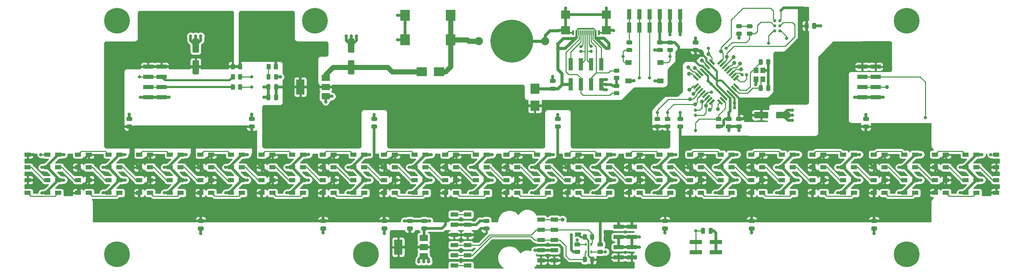
<source format=gtl>
%TF.GenerationSoftware,KiCad,Pcbnew,5.1.8-db9833491~88~ubuntu20.04.1*%
%TF.CreationDate,2020-12-25T16:42:28+05:30*%
%TF.ProjectId,halo,68616c6f-2e6b-4696-9361-645f70636258,v1*%
%TF.SameCoordinates,Original*%
%TF.FileFunction,Copper,L1,Top*%
%TF.FilePolarity,Positive*%
%FSLAX46Y46*%
G04 Gerber Fmt 4.6, Leading zero omitted, Abs format (unit mm)*
G04 Created by KiCad (PCBNEW 5.1.8-db9833491~88~ubuntu20.04.1) date 2020-12-25 16:42:28*
%MOMM*%
%LPD*%
G01*
G04 APERTURE LIST*
%TA.AperFunction,ComponentPad*%
%ADD10C,2.032000*%
%TD*%
%TA.AperFunction,ComponentPad*%
%ADD11C,10.668000*%
%TD*%
%TA.AperFunction,ComponentPad*%
%ADD12C,6.400000*%
%TD*%
%TA.AperFunction,ComponentPad*%
%ADD13C,0.800000*%
%TD*%
%TA.AperFunction,SMDPad,CuDef*%
%ADD14R,2.400000X2.800000*%
%TD*%
%TA.AperFunction,SMDPad,CuDef*%
%ADD15R,1.905000X1.016000*%
%TD*%
%TA.AperFunction,SMDPad,CuDef*%
%ADD16R,2.180000X2.000000*%
%TD*%
%TA.AperFunction,SMDPad,CuDef*%
%ADD17R,0.300000X1.150000*%
%TD*%
%TA.AperFunction,SMDPad,CuDef*%
%ADD18R,0.600000X1.150000*%
%TD*%
%TA.AperFunction,SMDPad,CuDef*%
%ADD19R,2.000000X3.800000*%
%TD*%
%TA.AperFunction,SMDPad,CuDef*%
%ADD20R,2.000000X1.500000*%
%TD*%
%TA.AperFunction,SMDPad,CuDef*%
%ADD21R,1.500000X1.000000*%
%TD*%
%TA.AperFunction,SMDPad,CuDef*%
%ADD22R,2.300000X2.500000*%
%TD*%
%TA.AperFunction,SMDPad,CuDef*%
%ADD23C,1.000000*%
%TD*%
%TA.AperFunction,SMDPad,CuDef*%
%ADD24R,2.540000X1.016000*%
%TD*%
%TA.AperFunction,SMDPad,CuDef*%
%ADD25R,1.016000X2.540000*%
%TD*%
%TA.AperFunction,SMDPad,CuDef*%
%ADD26C,0.100000*%
%TD*%
%TA.AperFunction,SMDPad,CuDef*%
%ADD27R,1.200000X1.400000*%
%TD*%
%TA.AperFunction,SMDPad,CuDef*%
%ADD28R,3.150000X1.000000*%
%TD*%
%TA.AperFunction,SMDPad,CuDef*%
%ADD29R,2.500000X2.300000*%
%TD*%
%TA.AperFunction,SMDPad,CuDef*%
%ADD30C,0.787400*%
%TD*%
%TA.AperFunction,SMDPad,CuDef*%
%ADD31R,1.000000X3.150000*%
%TD*%
%TA.AperFunction,SMDPad,CuDef*%
%ADD32R,1.550000X1.300000*%
%TD*%
%TA.AperFunction,SMDPad,CuDef*%
%ADD33R,0.420000X0.650000*%
%TD*%
%TA.AperFunction,ViaPad*%
%ADD34C,0.800000*%
%TD*%
%TA.AperFunction,Conductor*%
%ADD35C,1.270000*%
%TD*%
%TA.AperFunction,Conductor*%
%ADD36C,0.635000*%
%TD*%
%TA.AperFunction,Conductor*%
%ADD37C,0.381000*%
%TD*%
%TA.AperFunction,Conductor*%
%ADD38C,0.508000*%
%TD*%
%TA.AperFunction,Conductor*%
%ADD39C,0.254000*%
%TD*%
%TA.AperFunction,Conductor*%
%ADD40C,0.762000*%
%TD*%
%TA.AperFunction,Conductor*%
%ADD41C,0.100000*%
%TD*%
G04 APERTURE END LIST*
D10*
%TO.P,J1,2*%
%TO.N,GND*%
X147955000Y-68580000D03*
%TO.P,J1,1*%
%TO.N,/Vin*%
X131445000Y-68580000D03*
D11*
%TO.P,J1,2*%
%TO.N,GND*%
X139700000Y-68580000D03*
%TD*%
%TO.P,C29,2*%
%TO.N,GND*%
%TA.AperFunction,SMDPad,CuDef*%
G36*
G01*
X114775000Y-113850000D02*
X113825000Y-113850000D01*
G75*
G02*
X113575000Y-113600000I0J250000D01*
G01*
X113575000Y-113100000D01*
G75*
G02*
X113825000Y-112850000I250000J0D01*
G01*
X114775000Y-112850000D01*
G75*
G02*
X115025000Y-113100000I0J-250000D01*
G01*
X115025000Y-113600000D01*
G75*
G02*
X114775000Y-113850000I-250000J0D01*
G01*
G37*
%TD.AperFunction*%
%TO.P,C29,1*%
%TO.N,/3V3*%
%TA.AperFunction,SMDPad,CuDef*%
G36*
G01*
X114775000Y-115750000D02*
X113825000Y-115750000D01*
G75*
G02*
X113575000Y-115500000I0J250000D01*
G01*
X113575000Y-115000000D01*
G75*
G02*
X113825000Y-114750000I250000J0D01*
G01*
X114775000Y-114750000D01*
G75*
G02*
X115025000Y-115000000I0J-250000D01*
G01*
X115025000Y-115500000D01*
G75*
G02*
X114775000Y-115750000I-250000J0D01*
G01*
G37*
%TD.AperFunction*%
%TD*%
D12*
%TO.P,SC4,1*%
%TO.N,N/C*%
X237998000Y-63500000D03*
D13*
X240398000Y-63500000D03*
X239695056Y-65197056D03*
X237998000Y-65900000D03*
X236300944Y-65197056D03*
X235598000Y-63500000D03*
X236300944Y-61802944D03*
X237998000Y-61100000D03*
X239695056Y-61802944D03*
%TD*%
%TO.P,C17,2*%
%TO.N,GND*%
%TA.AperFunction,SMDPad,CuDef*%
G36*
G01*
X150335000Y-79001200D02*
X149385000Y-79001200D01*
G75*
G02*
X149135000Y-78751200I0J250000D01*
G01*
X149135000Y-78251200D01*
G75*
G02*
X149385000Y-78001200I250000J0D01*
G01*
X150335000Y-78001200D01*
G75*
G02*
X150585000Y-78251200I0J-250000D01*
G01*
X150585000Y-78751200D01*
G75*
G02*
X150335000Y-79001200I-250000J0D01*
G01*
G37*
%TD.AperFunction*%
%TO.P,C17,1*%
%TO.N,/Vusb*%
%TA.AperFunction,SMDPad,CuDef*%
G36*
G01*
X150335000Y-80901200D02*
X149385000Y-80901200D01*
G75*
G02*
X149135000Y-80651200I0J250000D01*
G01*
X149135000Y-80151200D01*
G75*
G02*
X149385000Y-79901200I250000J0D01*
G01*
X150335000Y-79901200D01*
G75*
G02*
X150585000Y-80151200I0J-250000D01*
G01*
X150585000Y-80651200D01*
G75*
G02*
X150335000Y-80901200I-250000J0D01*
G01*
G37*
%TD.AperFunction*%
%TD*%
D14*
%TO.P,J3,1*%
%TO.N,/Vin*%
X124445000Y-68250000D03*
X124445000Y-62150000D03*
%TO.P,J3,2*%
%TO.N,GND*%
X113045000Y-62150000D03*
%TO.P,J3,3*%
X113045000Y-68250000D03*
%TD*%
D15*
%TO.P,P7,5*%
%TO.N,Net-(B21-Pad1)*%
X150241000Y-113030000D03*
%TO.P,P7,4*%
%TO.N,/SDA_3V3*%
X146939000Y-115570000D03*
%TO.P,P7,3*%
%TO.N,/SCL_3V3*%
X150241000Y-118110000D03*
%TO.P,P7,2*%
%TO.N,GND*%
X146939000Y-120650000D03*
%TO.P,P7,1*%
%TO.N,/3V3*%
X150241000Y-123190000D03*
X146939000Y-123190000D03*
%TO.P,P7,2*%
%TO.N,GND*%
X150241000Y-120650000D03*
%TO.P,P7,3*%
%TO.N,/SCL_3V3*%
X146939000Y-118110000D03*
%TO.P,P7,4*%
%TO.N,/SDA_3V3*%
X150241000Y-115570000D03*
%TO.P,P7,5*%
%TO.N,Net-(B21-Pad1)*%
X146939000Y-113030000D03*
%TD*%
%TO.P,P5,6*%
%TO.N,Net-(P5-Pad6)*%
X128651000Y-124460000D03*
%TO.P,P5,5*%
%TO.N,/SCL_3V3*%
X125349000Y-121920000D03*
%TO.P,P5,4*%
%TO.N,/SDA_3V3*%
X128651000Y-119380000D03*
%TO.P,P5,3*%
%TO.N,/3V3*%
X125349000Y-116840000D03*
%TO.P,P5,2*%
%TO.N,GND*%
X128651000Y-114300000D03*
%TO.P,P5,1*%
%TO.N,Net-(P5-Pad1)*%
X125349000Y-111760000D03*
X128651000Y-111760000D03*
%TO.P,P5,2*%
%TO.N,GND*%
X125349000Y-114300000D03*
%TO.P,P5,3*%
%TO.N,/3V3*%
X128651000Y-116840000D03*
%TO.P,P5,4*%
%TO.N,/SDA_3V3*%
X125349000Y-119380000D03*
%TO.P,P5,5*%
%TO.N,/SCL_3V3*%
X128651000Y-121920000D03*
%TO.P,P5,6*%
%TO.N,Net-(P5-Pad6)*%
X125349000Y-124460000D03*
%TD*%
D16*
%TO.P,J2,S4*%
%TO.N,GND*%
X153005000Y-61975000D03*
%TO.P,J2,S3*%
X163225000Y-61975000D03*
%TO.P,J2,S2*%
X153005000Y-65905000D03*
%TO.P,J2,S1*%
X163225000Y-65905000D03*
D17*
%TO.P,J2,A7*%
%TO.N,/D-*%
X157865000Y-66480000D03*
%TO.P,J2,A6*%
%TO.N,/D+*%
X158365000Y-66480000D03*
%TO.P,J2,B6*%
X157365000Y-66480000D03*
%TO.P,J2,B7*%
%TO.N,/D-*%
X158865000Y-66480000D03*
%TO.P,J2,A8*%
%TO.N,/SBU1*%
X156865000Y-66480000D03*
%TO.P,J2,A5*%
%TO.N,/CC1*%
X159365000Y-66480000D03*
%TO.P,J2,B5*%
%TO.N,/CC2*%
X156365000Y-66480000D03*
%TO.P,J2,B8*%
%TO.N,/SBU2*%
X159865000Y-66480000D03*
D18*
%TO.P,J2,B1/A12*%
%TO.N,GND*%
X154915000Y-66480000D03*
%TO.P,J2,B4/A9*%
%TO.N,/Vusb*%
X155715000Y-66480000D03*
%TO.P,J2,A4/B9*%
X160515000Y-66480000D03*
%TO.P,J2,A1/B12*%
%TO.N,GND*%
X161315000Y-66480000D03*
%TD*%
%TO.P,C20,2*%
%TO.N,GND*%
%TA.AperFunction,SMDPad,CuDef*%
G36*
G01*
X176055000Y-70300000D02*
X177005000Y-70300000D01*
G75*
G02*
X177255000Y-70550000I0J-250000D01*
G01*
X177255000Y-71050000D01*
G75*
G02*
X177005000Y-71300000I-250000J0D01*
G01*
X176055000Y-71300000D01*
G75*
G02*
X175805000Y-71050000I0J250000D01*
G01*
X175805000Y-70550000D01*
G75*
G02*
X176055000Y-70300000I250000J0D01*
G01*
G37*
%TD.AperFunction*%
%TO.P,C20,1*%
%TO.N,+5V*%
%TA.AperFunction,SMDPad,CuDef*%
G36*
G01*
X176055000Y-68400000D02*
X177005000Y-68400000D01*
G75*
G02*
X177255000Y-68650000I0J-250000D01*
G01*
X177255000Y-69150000D01*
G75*
G02*
X177005000Y-69400000I-250000J0D01*
G01*
X176055000Y-69400000D01*
G75*
G02*
X175805000Y-69150000I0J250000D01*
G01*
X175805000Y-68650000D01*
G75*
G02*
X176055000Y-68400000I250000J0D01*
G01*
G37*
%TD.AperFunction*%
%TD*%
D19*
%TO.P,U2,2*%
%TO.N,+5V*%
X87020000Y-80010000D03*
D20*
X93320000Y-80010000D03*
%TO.P,U2,3*%
%TO.N,/12V*%
X93320000Y-77710000D03*
%TO.P,U2,1*%
%TO.N,GND*%
X93320000Y-82310000D03*
%TD*%
%TO.P,R8,2*%
%TO.N,Net-(D36-PadA)*%
%TA.AperFunction,SMDPad,CuDef*%
G36*
G01*
X199332002Y-65386000D02*
X198431998Y-65386000D01*
G75*
G02*
X198182000Y-65136002I0J249998D01*
G01*
X198182000Y-64610998D01*
G75*
G02*
X198431998Y-64361000I249998J0D01*
G01*
X199332002Y-64361000D01*
G75*
G02*
X199582000Y-64610998I0J-249998D01*
G01*
X199582000Y-65136002D01*
G75*
G02*
X199332002Y-65386000I-249998J0D01*
G01*
G37*
%TD.AperFunction*%
%TO.P,R8,1*%
%TO.N,/SCK*%
%TA.AperFunction,SMDPad,CuDef*%
G36*
G01*
X199332002Y-67211000D02*
X198431998Y-67211000D01*
G75*
G02*
X198182000Y-66961002I0J249998D01*
G01*
X198182000Y-66435998D01*
G75*
G02*
X198431998Y-66186000I249998J0D01*
G01*
X199332002Y-66186000D01*
G75*
G02*
X199582000Y-66435998I0J-249998D01*
G01*
X199582000Y-66961002D01*
G75*
G02*
X199332002Y-67211000I-249998J0D01*
G01*
G37*
%TD.AperFunction*%
%TD*%
D21*
%TO.P,D2,3*%
%TO.N,GND*%
X24040000Y-106375000D03*
%TO.P,D2,4*%
%TO.N,Net-(D1-Pad2)*%
X24040000Y-103175000D03*
%TO.P,D2,2*%
%TO.N,Net-(D2-Pad2)*%
X19140000Y-106375000D03*
%TO.P,D2,1*%
%TO.N,+5V*%
X19140000Y-103175000D03*
%TD*%
D22*
%TO.P,D33,A*%
%TO.N,/Vusb*%
X145415000Y-80400000D03*
%TO.P,D33,K*%
%TO.N,+5V*%
X145415000Y-84700000D03*
%TD*%
%TO.P,C11,2*%
%TO.N,+5V*%
%TA.AperFunction,SMDPad,CuDef*%
G36*
G01*
X43975000Y-89350000D02*
X44925000Y-89350000D01*
G75*
G02*
X45175000Y-89600000I0J-250000D01*
G01*
X45175000Y-90100000D01*
G75*
G02*
X44925000Y-90350000I-250000J0D01*
G01*
X43975000Y-90350000D01*
G75*
G02*
X43725000Y-90100000I0J250000D01*
G01*
X43725000Y-89600000D01*
G75*
G02*
X43975000Y-89350000I250000J0D01*
G01*
G37*
%TD.AperFunction*%
%TO.P,C11,1*%
%TO.N,GND*%
%TA.AperFunction,SMDPad,CuDef*%
G36*
G01*
X43975000Y-87450000D02*
X44925000Y-87450000D01*
G75*
G02*
X45175000Y-87700000I0J-250000D01*
G01*
X45175000Y-88200000D01*
G75*
G02*
X44925000Y-88450000I-250000J0D01*
G01*
X43975000Y-88450000D01*
G75*
G02*
X43725000Y-88200000I0J250000D01*
G01*
X43725000Y-87700000D01*
G75*
G02*
X43975000Y-87450000I250000J0D01*
G01*
G37*
%TD.AperFunction*%
%TD*%
%TO.P,C18,2*%
%TO.N,GND*%
%TA.AperFunction,SMDPad,CuDef*%
G36*
G01*
X133825000Y-113850000D02*
X132875000Y-113850000D01*
G75*
G02*
X132625000Y-113600000I0J250000D01*
G01*
X132625000Y-113100000D01*
G75*
G02*
X132875000Y-112850000I250000J0D01*
G01*
X133825000Y-112850000D01*
G75*
G02*
X134075000Y-113100000I0J-250000D01*
G01*
X134075000Y-113600000D01*
G75*
G02*
X133825000Y-113850000I-250000J0D01*
G01*
G37*
%TD.AperFunction*%
%TO.P,C18,1*%
%TO.N,/3V3*%
%TA.AperFunction,SMDPad,CuDef*%
G36*
G01*
X133825000Y-115750000D02*
X132875000Y-115750000D01*
G75*
G02*
X132625000Y-115500000I0J250000D01*
G01*
X132625000Y-115000000D01*
G75*
G02*
X132875000Y-114750000I250000J0D01*
G01*
X133825000Y-114750000D01*
G75*
G02*
X134075000Y-115000000I0J-250000D01*
G01*
X134075000Y-115500000D01*
G75*
G02*
X133825000Y-115750000I-250000J0D01*
G01*
G37*
%TD.AperFunction*%
%TD*%
%TO.P,C10,2*%
%TO.N,+5V*%
%TA.AperFunction,SMDPad,CuDef*%
G36*
G01*
X213545000Y-64295000D02*
X213545000Y-65245000D01*
G75*
G02*
X213295000Y-65495000I-250000J0D01*
G01*
X212795000Y-65495000D01*
G75*
G02*
X212545000Y-65245000I0J250000D01*
G01*
X212545000Y-64295000D01*
G75*
G02*
X212795000Y-64045000I250000J0D01*
G01*
X213295000Y-64045000D01*
G75*
G02*
X213545000Y-64295000I0J-250000D01*
G01*
G37*
%TD.AperFunction*%
%TO.P,C10,1*%
%TO.N,GND*%
%TA.AperFunction,SMDPad,CuDef*%
G36*
G01*
X215445000Y-64295000D02*
X215445000Y-65245000D01*
G75*
G02*
X215195000Y-65495000I-250000J0D01*
G01*
X214695000Y-65495000D01*
G75*
G02*
X214445000Y-65245000I0J250000D01*
G01*
X214445000Y-64295000D01*
G75*
G02*
X214695000Y-64045000I250000J0D01*
G01*
X215195000Y-64045000D01*
G75*
G02*
X215445000Y-64295000I0J-250000D01*
G01*
G37*
%TD.AperFunction*%
%TD*%
%TO.P,C6,2*%
%TO.N,/PB7*%
%TA.AperFunction,SMDPad,CuDef*%
G36*
G01*
X202115000Y-73312000D02*
X202115000Y-74262000D01*
G75*
G02*
X201865000Y-74512000I-250000J0D01*
G01*
X201365000Y-74512000D01*
G75*
G02*
X201115000Y-74262000I0J250000D01*
G01*
X201115000Y-73312000D01*
G75*
G02*
X201365000Y-73062000I250000J0D01*
G01*
X201865000Y-73062000D01*
G75*
G02*
X202115000Y-73312000I0J-250000D01*
G01*
G37*
%TD.AperFunction*%
%TO.P,C6,1*%
%TO.N,GND*%
%TA.AperFunction,SMDPad,CuDef*%
G36*
G01*
X204015000Y-73312000D02*
X204015000Y-74262000D01*
G75*
G02*
X203765000Y-74512000I-250000J0D01*
G01*
X203265000Y-74512000D01*
G75*
G02*
X203015000Y-74262000I0J250000D01*
G01*
X203015000Y-73312000D01*
G75*
G02*
X203265000Y-73062000I250000J0D01*
G01*
X203765000Y-73062000D01*
G75*
G02*
X204015000Y-73312000I0J-250000D01*
G01*
G37*
%TD.AperFunction*%
%TD*%
%TO.P,C9,2*%
%TO.N,/RESET*%
%TA.AperFunction,SMDPad,CuDef*%
G36*
G01*
X168435000Y-70300000D02*
X169385000Y-70300000D01*
G75*
G02*
X169635000Y-70550000I0J-250000D01*
G01*
X169635000Y-71050000D01*
G75*
G02*
X169385000Y-71300000I-250000J0D01*
G01*
X168435000Y-71300000D01*
G75*
G02*
X168185000Y-71050000I0J250000D01*
G01*
X168185000Y-70550000D01*
G75*
G02*
X168435000Y-70300000I250000J0D01*
G01*
G37*
%TD.AperFunction*%
%TO.P,C9,1*%
%TO.N,Net-(C9-Pad1)*%
%TA.AperFunction,SMDPad,CuDef*%
G36*
G01*
X168435000Y-68400000D02*
X169385000Y-68400000D01*
G75*
G02*
X169635000Y-68650000I0J-250000D01*
G01*
X169635000Y-69150000D01*
G75*
G02*
X169385000Y-69400000I-250000J0D01*
G01*
X168435000Y-69400000D01*
G75*
G02*
X168185000Y-69150000I0J250000D01*
G01*
X168185000Y-68650000D01*
G75*
G02*
X168435000Y-68400000I250000J0D01*
G01*
G37*
%TD.AperFunction*%
%TD*%
%TO.P,R1,2*%
%TO.N,/RESET*%
%TA.AperFunction,SMDPad,CuDef*%
G36*
G01*
X178619998Y-70250000D02*
X179520002Y-70250000D01*
G75*
G02*
X179770000Y-70499998I0J-249998D01*
G01*
X179770000Y-71025002D01*
G75*
G02*
X179520002Y-71275000I-249998J0D01*
G01*
X178619998Y-71275000D01*
G75*
G02*
X178370000Y-71025002I0J249998D01*
G01*
X178370000Y-70499998D01*
G75*
G02*
X178619998Y-70250000I249998J0D01*
G01*
G37*
%TD.AperFunction*%
%TO.P,R1,1*%
%TO.N,+5V*%
%TA.AperFunction,SMDPad,CuDef*%
G36*
G01*
X178619998Y-68425000D02*
X179520002Y-68425000D01*
G75*
G02*
X179770000Y-68674998I0J-249998D01*
G01*
X179770000Y-69200002D01*
G75*
G02*
X179520002Y-69450000I-249998J0D01*
G01*
X178619998Y-69450000D01*
G75*
G02*
X178370000Y-69200002I0J249998D01*
G01*
X178370000Y-68674998D01*
G75*
G02*
X178619998Y-68425000I249998J0D01*
G01*
G37*
%TD.AperFunction*%
%TD*%
D23*
%TO.P,B1,1*%
%TO.N,/SDA*%
X184034216Y-83050523D03*
%TD*%
%TO.P,B2,1*%
%TO.N,/SCL*%
X185291451Y-84307759D03*
%TD*%
%TO.P,B3,1*%
%TO.N,/A0*%
X183585203Y-75058095D03*
%TD*%
%TO.P,B4,1*%
%TO.N,/A1*%
X183764808Y-76674541D03*
%TD*%
%TO.P,B5,1*%
%TO.N,/A2*%
X183854610Y-80715656D03*
%TD*%
%TO.P,B6,1*%
%TO.N,/A3*%
X184842439Y-81703485D03*
%TD*%
%TO.P,B7,1*%
%TO.N,/A6*%
X186997700Y-73441649D03*
%TD*%
%TO.P,B8,1*%
%TO.N,/A7*%
X185201649Y-75237700D03*
%TD*%
%TO.P,B9,1*%
%TO.N,/RXD*%
X186997700Y-83679141D03*
%TD*%
%TO.P,B10,1*%
%TO.N,/TXD*%
X187985528Y-84666969D03*
%TD*%
%TO.P,B11,1*%
%TO.N,/D2*%
X188973356Y-85654797D03*
%TD*%
%TO.P,B12,1*%
%TO.N,/D3~~*%
X190949013Y-85475192D03*
%TD*%
%TO.P,B13,1*%
%TO.N,/D7*%
X196696377Y-75596910D03*
%TD*%
%TO.P,B14,1*%
%TO.N,/D8*%
X196516772Y-74160069D03*
%TD*%
%TO.P,B15,1*%
%TO.N,/D9~~*%
X195079931Y-73980464D03*
%TD*%
%TO.P,B16,1*%
%TO.N,/SS*%
X194900325Y-72543623D03*
%TD*%
%TO.P,B17,1*%
%TO.N,/MOSI*%
X193194077Y-72453821D03*
%TD*%
%TO.P,B18,1*%
%TO.N,/MISO*%
X191770000Y-71120000D03*
%TD*%
%TO.P,B19,1*%
%TO.N,/SCK*%
X188595000Y-71755000D03*
%TD*%
%TO.P,C2,2*%
%TO.N,GND*%
%TA.AperFunction,SMDPad,CuDef*%
G36*
G01*
X185895000Y-69400000D02*
X184945000Y-69400000D01*
G75*
G02*
X184695000Y-69150000I0J250000D01*
G01*
X184695000Y-68650000D01*
G75*
G02*
X184945000Y-68400000I250000J0D01*
G01*
X185895000Y-68400000D01*
G75*
G02*
X186145000Y-68650000I0J-250000D01*
G01*
X186145000Y-69150000D01*
G75*
G02*
X185895000Y-69400000I-250000J0D01*
G01*
G37*
%TD.AperFunction*%
%TO.P,C2,1*%
%TO.N,+5V*%
%TA.AperFunction,SMDPad,CuDef*%
G36*
G01*
X185895000Y-71300000D02*
X184945000Y-71300000D01*
G75*
G02*
X184695000Y-71050000I0J250000D01*
G01*
X184695000Y-70550000D01*
G75*
G02*
X184945000Y-70300000I250000J0D01*
G01*
X185895000Y-70300000D01*
G75*
G02*
X186145000Y-70550000I0J-250000D01*
G01*
X186145000Y-71050000D01*
G75*
G02*
X185895000Y-71300000I-250000J0D01*
G01*
G37*
%TD.AperFunction*%
%TD*%
%TO.P,C3,2*%
%TO.N,GND*%
%TA.AperFunction,SMDPad,CuDef*%
G36*
G01*
X195740000Y-89350000D02*
X196690000Y-89350000D01*
G75*
G02*
X196940000Y-89600000I0J-250000D01*
G01*
X196940000Y-90100000D01*
G75*
G02*
X196690000Y-90350000I-250000J0D01*
G01*
X195740000Y-90350000D01*
G75*
G02*
X195490000Y-90100000I0J250000D01*
G01*
X195490000Y-89600000D01*
G75*
G02*
X195740000Y-89350000I250000J0D01*
G01*
G37*
%TD.AperFunction*%
%TO.P,C3,1*%
%TO.N,+5V*%
%TA.AperFunction,SMDPad,CuDef*%
G36*
G01*
X195740000Y-87450000D02*
X196690000Y-87450000D01*
G75*
G02*
X196940000Y-87700000I0J-250000D01*
G01*
X196940000Y-88200000D01*
G75*
G02*
X196690000Y-88450000I-250000J0D01*
G01*
X195740000Y-88450000D01*
G75*
G02*
X195490000Y-88200000I0J250000D01*
G01*
X195490000Y-87700000D01*
G75*
G02*
X195740000Y-87450000I250000J0D01*
G01*
G37*
%TD.AperFunction*%
%TD*%
%TO.P,C4,2*%
%TO.N,GND*%
%TA.AperFunction,SMDPad,CuDef*%
G36*
G01*
X193200000Y-89350000D02*
X194150000Y-89350000D01*
G75*
G02*
X194400000Y-89600000I0J-250000D01*
G01*
X194400000Y-90100000D01*
G75*
G02*
X194150000Y-90350000I-250000J0D01*
G01*
X193200000Y-90350000D01*
G75*
G02*
X192950000Y-90100000I0J250000D01*
G01*
X192950000Y-89600000D01*
G75*
G02*
X193200000Y-89350000I250000J0D01*
G01*
G37*
%TD.AperFunction*%
%TO.P,C4,1*%
%TO.N,+5V*%
%TA.AperFunction,SMDPad,CuDef*%
G36*
G01*
X193200000Y-87450000D02*
X194150000Y-87450000D01*
G75*
G02*
X194400000Y-87700000I0J-250000D01*
G01*
X194400000Y-88200000D01*
G75*
G02*
X194150000Y-88450000I-250000J0D01*
G01*
X193200000Y-88450000D01*
G75*
G02*
X192950000Y-88200000I0J250000D01*
G01*
X192950000Y-87700000D01*
G75*
G02*
X193200000Y-87450000I250000J0D01*
G01*
G37*
%TD.AperFunction*%
%TD*%
%TO.P,C5,2*%
%TO.N,GND*%
%TA.AperFunction,SMDPad,CuDef*%
G36*
G01*
X203015000Y-80739000D02*
X203015000Y-79789000D01*
G75*
G02*
X203265000Y-79539000I250000J0D01*
G01*
X203765000Y-79539000D01*
G75*
G02*
X204015000Y-79789000I0J-250000D01*
G01*
X204015000Y-80739000D01*
G75*
G02*
X203765000Y-80989000I-250000J0D01*
G01*
X203265000Y-80989000D01*
G75*
G02*
X203015000Y-80739000I0J250000D01*
G01*
G37*
%TD.AperFunction*%
%TO.P,C5,1*%
%TO.N,/PB6*%
%TA.AperFunction,SMDPad,CuDef*%
G36*
G01*
X201115000Y-80739000D02*
X201115000Y-79789000D01*
G75*
G02*
X201365000Y-79539000I250000J0D01*
G01*
X201865000Y-79539000D01*
G75*
G02*
X202115000Y-79789000I0J-250000D01*
G01*
X202115000Y-80739000D01*
G75*
G02*
X201865000Y-80989000I-250000J0D01*
G01*
X201365000Y-80989000D01*
G75*
G02*
X201115000Y-80739000I0J250000D01*
G01*
G37*
%TD.AperFunction*%
%TD*%
%TO.P,C8,2*%
%TO.N,GND*%
%TA.AperFunction,SMDPad,CuDef*%
G36*
G01*
X79560000Y-79535000D02*
X79560000Y-80485000D01*
G75*
G02*
X79310000Y-80735000I-250000J0D01*
G01*
X78810000Y-80735000D01*
G75*
G02*
X78560000Y-80485000I0J250000D01*
G01*
X78560000Y-79535000D01*
G75*
G02*
X78810000Y-79285000I250000J0D01*
G01*
X79310000Y-79285000D01*
G75*
G02*
X79560000Y-79535000I0J-250000D01*
G01*
G37*
%TD.AperFunction*%
%TO.P,C8,1*%
%TO.N,+5V*%
%TA.AperFunction,SMDPad,CuDef*%
G36*
G01*
X81460000Y-79535000D02*
X81460000Y-80485000D01*
G75*
G02*
X81210000Y-80735000I-250000J0D01*
G01*
X80710000Y-80735000D01*
G75*
G02*
X80460000Y-80485000I0J250000D01*
G01*
X80460000Y-79535000D01*
G75*
G02*
X80710000Y-79285000I250000J0D01*
G01*
X81210000Y-79285000D01*
G75*
G02*
X81460000Y-79535000I0J-250000D01*
G01*
G37*
%TD.AperFunction*%
%TD*%
D21*
%TO.P,D3,1*%
%TO.N,+5V*%
X31660000Y-106375000D03*
%TO.P,D3,2*%
%TO.N,Net-(D3-Pad2)*%
X31660000Y-103175000D03*
%TO.P,D3,4*%
%TO.N,Net-(D2-Pad2)*%
X26760000Y-106375000D03*
%TO.P,D3,3*%
%TO.N,GND*%
X26760000Y-103175000D03*
%TD*%
%TO.P,D4,1*%
%TO.N,+5V*%
X31660000Y-100025000D03*
%TO.P,D4,2*%
%TO.N,Net-(D4-Pad2)*%
X31660000Y-96825000D03*
%TO.P,D4,4*%
%TO.N,Net-(D3-Pad2)*%
X26760000Y-100025000D03*
%TO.P,D4,3*%
%TO.N,GND*%
X26760000Y-96825000D03*
%TD*%
%TO.P,D10,1*%
%TO.N,+5V*%
X49620000Y-103175000D03*
%TO.P,D10,2*%
%TO.N,Net-(D10-Pad2)*%
X49620000Y-106375000D03*
%TO.P,D10,4*%
%TO.N,Net-(D10-Pad4)*%
X54520000Y-103175000D03*
%TO.P,D10,3*%
%TO.N,GND*%
X54520000Y-106375000D03*
%TD*%
%TO.P,D11,1*%
%TO.N,+5V*%
X62140000Y-106375000D03*
%TO.P,D11,2*%
%TO.N,Net-(D11-Pad2)*%
X62140000Y-103175000D03*
%TO.P,D11,4*%
%TO.N,Net-(D10-Pad2)*%
X57240000Y-106375000D03*
%TO.P,D11,3*%
%TO.N,GND*%
X57240000Y-103175000D03*
%TD*%
%TO.P,D17,1*%
%TO.N,+5V*%
X80100000Y-96825000D03*
%TO.P,D17,2*%
%TO.N,Net-(D17-Pad2)*%
X80100000Y-100025000D03*
%TO.P,D17,4*%
%TO.N,Net-(D16-Pad2)*%
X85000000Y-96825000D03*
%TO.P,D17,3*%
%TO.N,GND*%
X85000000Y-100025000D03*
%TD*%
%TO.P,D18,1*%
%TO.N,+5V*%
X80100000Y-103175000D03*
%TO.P,D18,2*%
%TO.N,Net-(D18-Pad2)*%
X80100000Y-106375000D03*
%TO.P,D18,4*%
%TO.N,Net-(D17-Pad2)*%
X85000000Y-103175000D03*
%TO.P,D18,3*%
%TO.N,GND*%
X85000000Y-106375000D03*
%TD*%
%TO.P,D19,1*%
%TO.N,+5V*%
X92620000Y-106375000D03*
%TO.P,D19,2*%
%TO.N,Net-(D19-Pad2)*%
X92620000Y-103175000D03*
%TO.P,D19,4*%
%TO.N,Net-(D18-Pad2)*%
X87720000Y-106375000D03*
%TO.P,D19,3*%
%TO.N,GND*%
X87720000Y-103175000D03*
%TD*%
%TO.P,D20,1*%
%TO.N,+5V*%
X92620000Y-100025000D03*
%TO.P,D20,2*%
%TO.N,Net-(D20-Pad2)*%
X92620000Y-96825000D03*
%TO.P,D20,4*%
%TO.N,Net-(D19-Pad2)*%
X87720000Y-100025000D03*
%TO.P,D20,3*%
%TO.N,GND*%
X87720000Y-96825000D03*
%TD*%
%TO.P,D21,1*%
%TO.N,+5V*%
X95340000Y-96825000D03*
%TO.P,D21,2*%
%TO.N,Net-(D21-Pad2)*%
X95340000Y-100025000D03*
%TO.P,D21,4*%
%TO.N,Net-(D20-Pad2)*%
X100240000Y-96825000D03*
%TO.P,D21,3*%
%TO.N,GND*%
X100240000Y-100025000D03*
%TD*%
%TO.P,D22,1*%
%TO.N,+5V*%
X95340000Y-103175000D03*
%TO.P,D22,2*%
%TO.N,Net-(D22-Pad2)*%
X95340000Y-106375000D03*
%TO.P,D22,4*%
%TO.N,Net-(D21-Pad2)*%
X100240000Y-103175000D03*
%TO.P,D22,3*%
%TO.N,GND*%
X100240000Y-106375000D03*
%TD*%
%TO.P,D23,1*%
%TO.N,+5V*%
X107860000Y-106375000D03*
%TO.P,D23,2*%
%TO.N,Net-(D23-Pad2)*%
X107860000Y-103175000D03*
%TO.P,D23,4*%
%TO.N,Net-(D22-Pad2)*%
X102960000Y-106375000D03*
%TO.P,D23,3*%
%TO.N,GND*%
X102960000Y-103175000D03*
%TD*%
%TO.P,D28,1*%
%TO.N,+5V*%
X123100000Y-100025000D03*
%TO.P,D28,2*%
%TO.N,Net-(D28-Pad2)*%
X123100000Y-96825000D03*
%TO.P,D28,4*%
%TO.N,Net-(D27-Pad2)*%
X118200000Y-100025000D03*
%TO.P,D28,3*%
%TO.N,GND*%
X118200000Y-96825000D03*
%TD*%
%TO.P,D29,1*%
%TO.N,+5V*%
X125820000Y-96825000D03*
%TO.P,D29,2*%
%TO.N,Net-(D29-Pad2)*%
X125820000Y-100025000D03*
%TO.P,D29,4*%
%TO.N,Net-(D28-Pad2)*%
X130720000Y-96825000D03*
%TO.P,D29,3*%
%TO.N,GND*%
X130720000Y-100025000D03*
%TD*%
%TO.P,D30,1*%
%TO.N,+5V*%
X125820000Y-103175000D03*
%TO.P,D30,2*%
%TO.N,Net-(D30-Pad2)*%
X125820000Y-106375000D03*
%TO.P,D30,4*%
%TO.N,Net-(D29-Pad2)*%
X130720000Y-103175000D03*
%TO.P,D30,3*%
%TO.N,GND*%
X130720000Y-106375000D03*
%TD*%
%TO.P,D35,K*%
%TO.N,GND*%
%TA.AperFunction,SMDPad,CuDef*%
G36*
G01*
X81435000Y-77013750D02*
X81435000Y-77926250D01*
G75*
G02*
X81191250Y-78170000I-243750J0D01*
G01*
X80703750Y-78170000D01*
G75*
G02*
X80460000Y-77926250I0J243750D01*
G01*
X80460000Y-77013750D01*
G75*
G02*
X80703750Y-76770000I243750J0D01*
G01*
X81191250Y-76770000D01*
G75*
G02*
X81435000Y-77013750I0J-243750D01*
G01*
G37*
%TD.AperFunction*%
%TO.P,D35,A*%
%TO.N,Net-(D35-PadA)*%
%TA.AperFunction,SMDPad,CuDef*%
G36*
G01*
X79560000Y-77013750D02*
X79560000Y-77926250D01*
G75*
G02*
X79316250Y-78170000I-243750J0D01*
G01*
X78828750Y-78170000D01*
G75*
G02*
X78585000Y-77926250I0J243750D01*
G01*
X78585000Y-77013750D01*
G75*
G02*
X78828750Y-76770000I243750J0D01*
G01*
X79316250Y-76770000D01*
G75*
G02*
X79560000Y-77013750I0J-243750D01*
G01*
G37*
%TD.AperFunction*%
%TD*%
%TO.P,D36,K*%
%TO.N,GND*%
%TA.AperFunction,SMDPad,CuDef*%
G36*
G01*
X196671250Y-67211000D02*
X195758750Y-67211000D01*
G75*
G02*
X195515000Y-66967250I0J243750D01*
G01*
X195515000Y-66479750D01*
G75*
G02*
X195758750Y-66236000I243750J0D01*
G01*
X196671250Y-66236000D01*
G75*
G02*
X196915000Y-66479750I0J-243750D01*
G01*
X196915000Y-66967250D01*
G75*
G02*
X196671250Y-67211000I-243750J0D01*
G01*
G37*
%TD.AperFunction*%
%TO.P,D36,A*%
%TO.N,Net-(D36-PadA)*%
%TA.AperFunction,SMDPad,CuDef*%
G36*
G01*
X196671250Y-65336000D02*
X195758750Y-65336000D01*
G75*
G02*
X195515000Y-65092250I0J243750D01*
G01*
X195515000Y-64604750D01*
G75*
G02*
X195758750Y-64361000I243750J0D01*
G01*
X196671250Y-64361000D01*
G75*
G02*
X196915000Y-64604750I0J-243750D01*
G01*
X196915000Y-65092250D01*
G75*
G02*
X196671250Y-65336000I-243750J0D01*
G01*
G37*
%TD.AperFunction*%
%TD*%
D24*
%TO.P,P1,4*%
%TO.N,GND*%
X49149000Y-82550000D03*
%TO.P,P1,3*%
%TO.N,/CLK*%
X52451000Y-80010000D03*
%TO.P,P1,2*%
%TO.N,/DAT*%
X49149000Y-77470000D03*
%TO.P,P1,1*%
%TO.N,+5V*%
X52451000Y-74930000D03*
%TO.P,P1,4*%
%TO.N,GND*%
X52451000Y-82550000D03*
%TO.P,P1,2*%
%TO.N,/DAT*%
X52451000Y-77470000D03*
%TO.P,P1,3*%
%TO.N,/CLK*%
X49149000Y-80010000D03*
%TO.P,P1,1*%
%TO.N,+5V*%
X49149000Y-74930000D03*
%TD*%
D25*
%TO.P,P2,6*%
%TO.N,Net-(C9-Pad1)*%
X168910000Y-61849000D03*
%TO.P,P2,5*%
%TO.N,/TXD*%
X171450000Y-65151000D03*
%TO.P,P2,4*%
%TO.N,/RXD*%
X173990000Y-61849000D03*
%TO.P,P2,3*%
%TO.N,+5V*%
X176530000Y-65151000D03*
%TO.P,P2,2*%
%TO.N,GND*%
X179070000Y-61849000D03*
%TO.P,P2,1*%
X181610000Y-65151000D03*
X181610000Y-61849000D03*
%TO.P,P2,3*%
%TO.N,+5V*%
X176530000Y-61849000D03*
%TO.P,P2,5*%
%TO.N,/TXD*%
X171450000Y-61849000D03*
%TO.P,P2,2*%
%TO.N,GND*%
X179070000Y-65151000D03*
%TO.P,P2,4*%
%TO.N,/RXD*%
X173990000Y-65151000D03*
%TO.P,P2,6*%
%TO.N,Net-(C9-Pad1)*%
X168910000Y-65151000D03*
%TD*%
%TO.P,R2,2*%
%TO.N,/SDA*%
%TA.AperFunction,SMDPad,CuDef*%
G36*
G01*
X176345002Y-88500000D02*
X175444998Y-88500000D01*
G75*
G02*
X175195000Y-88250002I0J249998D01*
G01*
X175195000Y-87724998D01*
G75*
G02*
X175444998Y-87475000I249998J0D01*
G01*
X176345002Y-87475000D01*
G75*
G02*
X176595000Y-87724998I0J-249998D01*
G01*
X176595000Y-88250002D01*
G75*
G02*
X176345002Y-88500000I-249998J0D01*
G01*
G37*
%TD.AperFunction*%
%TO.P,R2,1*%
%TO.N,+5V*%
%TA.AperFunction,SMDPad,CuDef*%
G36*
G01*
X176345002Y-90325000D02*
X175444998Y-90325000D01*
G75*
G02*
X175195000Y-90075002I0J249998D01*
G01*
X175195000Y-89549998D01*
G75*
G02*
X175444998Y-89300000I249998J0D01*
G01*
X176345002Y-89300000D01*
G75*
G02*
X176595000Y-89549998I0J-249998D01*
G01*
X176595000Y-90075002D01*
G75*
G02*
X176345002Y-90325000I-249998J0D01*
G01*
G37*
%TD.AperFunction*%
%TD*%
%TO.P,R3,2*%
%TO.N,/SCL*%
%TA.AperFunction,SMDPad,CuDef*%
G36*
G01*
X178885002Y-88500000D02*
X177984998Y-88500000D01*
G75*
G02*
X177735000Y-88250002I0J249998D01*
G01*
X177735000Y-87724998D01*
G75*
G02*
X177984998Y-87475000I249998J0D01*
G01*
X178885002Y-87475000D01*
G75*
G02*
X179135000Y-87724998I0J-249998D01*
G01*
X179135000Y-88250002D01*
G75*
G02*
X178885002Y-88500000I-249998J0D01*
G01*
G37*
%TD.AperFunction*%
%TO.P,R3,1*%
%TO.N,+5V*%
%TA.AperFunction,SMDPad,CuDef*%
G36*
G01*
X178885002Y-90325000D02*
X177984998Y-90325000D01*
G75*
G02*
X177735000Y-90075002I0J249998D01*
G01*
X177735000Y-89549998D01*
G75*
G02*
X177984998Y-89300000I249998J0D01*
G01*
X178885002Y-89300000D01*
G75*
G02*
X179135000Y-89549998I0J-249998D01*
G01*
X179135000Y-90075002D01*
G75*
G02*
X178885002Y-90325000I-249998J0D01*
G01*
G37*
%TD.AperFunction*%
%TD*%
%TO.P,R4,2*%
%TO.N,/D4_MODE*%
%TA.AperFunction,SMDPad,CuDef*%
G36*
G01*
X191585002Y-88500000D02*
X190684998Y-88500000D01*
G75*
G02*
X190435000Y-88250002I0J249998D01*
G01*
X190435000Y-87724998D01*
G75*
G02*
X190684998Y-87475000I249998J0D01*
G01*
X191585002Y-87475000D01*
G75*
G02*
X191835000Y-87724998I0J-249998D01*
G01*
X191835000Y-88250002D01*
G75*
G02*
X191585002Y-88500000I-249998J0D01*
G01*
G37*
%TD.AperFunction*%
%TO.P,R4,1*%
%TO.N,+5V*%
%TA.AperFunction,SMDPad,CuDef*%
G36*
G01*
X191585002Y-90325000D02*
X190684998Y-90325000D01*
G75*
G02*
X190435000Y-90075002I0J249998D01*
G01*
X190435000Y-89549998D01*
G75*
G02*
X190684998Y-89300000I249998J0D01*
G01*
X191585002Y-89300000D01*
G75*
G02*
X191835000Y-89549998I0J-249998D01*
G01*
X191835000Y-90075002D01*
G75*
G02*
X191585002Y-90325000I-249998J0D01*
G01*
G37*
%TD.AperFunction*%
%TD*%
%TO.P,R5,2*%
%TO.N,GND*%
%TA.AperFunction,SMDPad,CuDef*%
G36*
G01*
X166185002Y-80245000D02*
X165284998Y-80245000D01*
G75*
G02*
X165035000Y-79995002I0J249998D01*
G01*
X165035000Y-79469998D01*
G75*
G02*
X165284998Y-79220000I249998J0D01*
G01*
X166185002Y-79220000D01*
G75*
G02*
X166435000Y-79469998I0J-249998D01*
G01*
X166435000Y-79995002D01*
G75*
G02*
X166185002Y-80245000I-249998J0D01*
G01*
G37*
%TD.AperFunction*%
%TO.P,R5,1*%
%TO.N,/CC2*%
%TA.AperFunction,SMDPad,CuDef*%
G36*
G01*
X166185002Y-82070000D02*
X165284998Y-82070000D01*
G75*
G02*
X165035000Y-81820002I0J249998D01*
G01*
X165035000Y-81294998D01*
G75*
G02*
X165284998Y-81045000I249998J0D01*
G01*
X166185002Y-81045000D01*
G75*
G02*
X166435000Y-81294998I0J-249998D01*
G01*
X166435000Y-81820002D01*
G75*
G02*
X166185002Y-82070000I-249998J0D01*
G01*
G37*
%TD.AperFunction*%
%TD*%
%TO.P,R6,2*%
%TO.N,GND*%
%TA.AperFunction,SMDPad,CuDef*%
G36*
G01*
X165284998Y-77235000D02*
X166185002Y-77235000D01*
G75*
G02*
X166435000Y-77484998I0J-249998D01*
G01*
X166435000Y-78010002D01*
G75*
G02*
X166185002Y-78260000I-249998J0D01*
G01*
X165284998Y-78260000D01*
G75*
G02*
X165035000Y-78010002I0J249998D01*
G01*
X165035000Y-77484998D01*
G75*
G02*
X165284998Y-77235000I249998J0D01*
G01*
G37*
%TD.AperFunction*%
%TO.P,R6,1*%
%TO.N,/CC1*%
%TA.AperFunction,SMDPad,CuDef*%
G36*
G01*
X165284998Y-75410000D02*
X166185002Y-75410000D01*
G75*
G02*
X166435000Y-75659998I0J-249998D01*
G01*
X166435000Y-76185002D01*
G75*
G02*
X166185002Y-76435000I-249998J0D01*
G01*
X165284998Y-76435000D01*
G75*
G02*
X165035000Y-76185002I0J249998D01*
G01*
X165035000Y-75659998D01*
G75*
G02*
X165284998Y-75410000I249998J0D01*
G01*
G37*
%TD.AperFunction*%
%TD*%
%TO.P,R7,2*%
%TO.N,Net-(D35-PadA)*%
%TA.AperFunction,SMDPad,CuDef*%
G36*
G01*
X79610000Y-74479998D02*
X79610000Y-75380002D01*
G75*
G02*
X79360002Y-75630000I-249998J0D01*
G01*
X78834998Y-75630000D01*
G75*
G02*
X78585000Y-75380002I0J249998D01*
G01*
X78585000Y-74479998D01*
G75*
G02*
X78834998Y-74230000I249998J0D01*
G01*
X79360002Y-74230000D01*
G75*
G02*
X79610000Y-74479998I0J-249998D01*
G01*
G37*
%TD.AperFunction*%
%TO.P,R7,1*%
%TO.N,+5V*%
%TA.AperFunction,SMDPad,CuDef*%
G36*
G01*
X81435000Y-74479998D02*
X81435000Y-75380002D01*
G75*
G02*
X81185002Y-75630000I-249998J0D01*
G01*
X80659998Y-75630000D01*
G75*
G02*
X80410000Y-75380002I0J249998D01*
G01*
X80410000Y-74479998D01*
G75*
G02*
X80659998Y-74230000I249998J0D01*
G01*
X81185002Y-74230000D01*
G75*
G02*
X81435000Y-74479998I0J-249998D01*
G01*
G37*
%TD.AperFunction*%
%TD*%
D12*
%TO.P,SC2,1*%
%TO.N,N/C*%
X90678000Y-63500000D03*
D13*
X93078000Y-63500000D03*
X92375056Y-65197056D03*
X90678000Y-65900000D03*
X88980944Y-65197056D03*
X88278000Y-63500000D03*
X88980944Y-61802944D03*
X90678000Y-61100000D03*
X92375056Y-61802944D03*
%TD*%
D12*
%TO.P,SC3,1*%
%TO.N,N/C*%
X188722000Y-63500000D03*
D13*
X191122000Y-63500000D03*
X190419056Y-65197056D03*
X188722000Y-65900000D03*
X187024944Y-65197056D03*
X186322000Y-63500000D03*
X187024944Y-61802944D03*
X188722000Y-61100000D03*
X190419056Y-61802944D03*
%TD*%
D12*
%TO.P,SC5,1*%
%TO.N,N/C*%
X237998000Y-121666000D03*
D13*
X240398000Y-121666000D03*
X239695056Y-123363056D03*
X237998000Y-124066000D03*
X236300944Y-123363056D03*
X235598000Y-121666000D03*
X236300944Y-119968944D03*
X237998000Y-119266000D03*
X239695056Y-119968944D03*
%TD*%
D12*
%TO.P,SC6,1*%
%TO.N,N/C*%
X176022000Y-121666000D03*
D13*
X178422000Y-121666000D03*
X177719056Y-123363056D03*
X176022000Y-124066000D03*
X174324944Y-123363056D03*
X173622000Y-121666000D03*
X174324944Y-119968944D03*
X176022000Y-119266000D03*
X177719056Y-119968944D03*
%TD*%
D12*
%TO.P,SC7,1*%
%TO.N,N/C*%
X103378000Y-121666000D03*
D13*
X105778000Y-121666000D03*
X105075056Y-123363056D03*
X103378000Y-124066000D03*
X101680944Y-123363056D03*
X100978000Y-121666000D03*
X101680944Y-119968944D03*
X103378000Y-119266000D03*
X105075056Y-119968944D03*
%TD*%
D12*
%TO.P,SC8,1*%
%TO.N,N/C*%
X41402000Y-121666000D03*
D13*
X43802000Y-121666000D03*
X43099056Y-123363056D03*
X41402000Y-124066000D03*
X39704944Y-123363056D03*
X39002000Y-121666000D03*
X39704944Y-119968944D03*
X41402000Y-119266000D03*
X43099056Y-119968944D03*
%TD*%
%TA.AperFunction,SMDPad,CuDef*%
D26*
%TO.P,U1,1*%
%TO.N,/D3~~*%
G36*
X192285445Y-84096334D02*
G01*
X191896536Y-84485243D01*
X190765165Y-83353872D01*
X191154074Y-82964963D01*
X192285445Y-84096334D01*
G37*
%TD.AperFunction*%
%TA.AperFunction,SMDPad,CuDef*%
%TO.P,U1,2*%
%TO.N,/D4_MODE*%
G36*
X192851130Y-83530648D02*
G01*
X192462221Y-83919557D01*
X191330850Y-82788186D01*
X191719759Y-82399277D01*
X192851130Y-83530648D01*
G37*
%TD.AperFunction*%
%TA.AperFunction,SMDPad,CuDef*%
%TO.P,U1,3*%
%TO.N,GND*%
G36*
X193416816Y-82964963D02*
G01*
X193027907Y-83353872D01*
X191896536Y-82222501D01*
X192285445Y-81833592D01*
X193416816Y-82964963D01*
G37*
%TD.AperFunction*%
%TA.AperFunction,SMDPad,CuDef*%
%TO.P,U1,4*%
%TO.N,+5V*%
G36*
X193982501Y-82399278D02*
G01*
X193593592Y-82788187D01*
X192462221Y-81656816D01*
X192851130Y-81267907D01*
X193982501Y-82399278D01*
G37*
%TD.AperFunction*%
%TA.AperFunction,SMDPad,CuDef*%
%TO.P,U1,5*%
%TO.N,GND*%
G36*
X194548187Y-81833592D02*
G01*
X194159278Y-82222501D01*
X193027907Y-81091130D01*
X193416816Y-80702221D01*
X194548187Y-81833592D01*
G37*
%TD.AperFunction*%
%TA.AperFunction,SMDPad,CuDef*%
%TO.P,U1,6*%
%TO.N,+5V*%
G36*
X195113872Y-81267907D02*
G01*
X194724963Y-81656816D01*
X193593592Y-80525445D01*
X193982501Y-80136536D01*
X195113872Y-81267907D01*
G37*
%TD.AperFunction*%
%TA.AperFunction,SMDPad,CuDef*%
%TO.P,U1,7*%
%TO.N,/PB6*%
G36*
X195679557Y-80702221D02*
G01*
X195290648Y-81091130D01*
X194159277Y-79959759D01*
X194548186Y-79570850D01*
X195679557Y-80702221D01*
G37*
%TD.AperFunction*%
%TA.AperFunction,SMDPad,CuDef*%
%TO.P,U1,8*%
%TO.N,/PB7*%
G36*
X196245243Y-80136536D02*
G01*
X195856334Y-80525445D01*
X194724963Y-79394074D01*
X195113872Y-79005165D01*
X196245243Y-80136536D01*
G37*
%TD.AperFunction*%
%TA.AperFunction,SMDPad,CuDef*%
%TO.P,U1,9*%
%TO.N,/D5~~_DAT*%
G36*
X195856334Y-76954555D02*
G01*
X196245243Y-77343464D01*
X195113872Y-78474835D01*
X194724963Y-78085926D01*
X195856334Y-76954555D01*
G37*
%TD.AperFunction*%
%TA.AperFunction,SMDPad,CuDef*%
%TO.P,U1,10*%
%TO.N,/D6~~_CLK*%
G36*
X195290648Y-76388870D02*
G01*
X195679557Y-76777779D01*
X194548186Y-77909150D01*
X194159277Y-77520241D01*
X195290648Y-76388870D01*
G37*
%TD.AperFunction*%
%TA.AperFunction,SMDPad,CuDef*%
%TO.P,U1,11*%
%TO.N,/D7*%
G36*
X194724963Y-75823184D02*
G01*
X195113872Y-76212093D01*
X193982501Y-77343464D01*
X193593592Y-76954555D01*
X194724963Y-75823184D01*
G37*
%TD.AperFunction*%
%TA.AperFunction,SMDPad,CuDef*%
%TO.P,U1,12*%
%TO.N,/D8*%
G36*
X194159278Y-75257499D02*
G01*
X194548187Y-75646408D01*
X193416816Y-76777779D01*
X193027907Y-76388870D01*
X194159278Y-75257499D01*
G37*
%TD.AperFunction*%
%TA.AperFunction,SMDPad,CuDef*%
%TO.P,U1,13*%
%TO.N,/D9~~*%
G36*
X193593592Y-74691813D02*
G01*
X193982501Y-75080722D01*
X192851130Y-76212093D01*
X192462221Y-75823184D01*
X193593592Y-74691813D01*
G37*
%TD.AperFunction*%
%TA.AperFunction,SMDPad,CuDef*%
%TO.P,U1,14*%
%TO.N,/SS*%
G36*
X193027907Y-74126128D02*
G01*
X193416816Y-74515037D01*
X192285445Y-75646408D01*
X191896536Y-75257499D01*
X193027907Y-74126128D01*
G37*
%TD.AperFunction*%
%TA.AperFunction,SMDPad,CuDef*%
%TO.P,U1,15*%
%TO.N,/MOSI*%
G36*
X192462221Y-73560443D02*
G01*
X192851130Y-73949352D01*
X191719759Y-75080723D01*
X191330850Y-74691814D01*
X192462221Y-73560443D01*
G37*
%TD.AperFunction*%
%TA.AperFunction,SMDPad,CuDef*%
%TO.P,U1,16*%
%TO.N,/MISO*%
G36*
X191896536Y-72994757D02*
G01*
X192285445Y-73383666D01*
X191154074Y-74515037D01*
X190765165Y-74126128D01*
X191896536Y-72994757D01*
G37*
%TD.AperFunction*%
%TA.AperFunction,SMDPad,CuDef*%
%TO.P,U1,17*%
%TO.N,/SCK*%
G36*
X190234835Y-74126128D02*
G01*
X189845926Y-74515037D01*
X188714555Y-73383666D01*
X189103464Y-72994757D01*
X190234835Y-74126128D01*
G37*
%TD.AperFunction*%
%TA.AperFunction,SMDPad,CuDef*%
%TO.P,U1,18*%
%TO.N,+5V*%
G36*
X189669150Y-74691814D02*
G01*
X189280241Y-75080723D01*
X188148870Y-73949352D01*
X188537779Y-73560443D01*
X189669150Y-74691814D01*
G37*
%TD.AperFunction*%
%TA.AperFunction,SMDPad,CuDef*%
%TO.P,U1,19*%
%TO.N,/A6*%
G36*
X189103464Y-75257499D02*
G01*
X188714555Y-75646408D01*
X187583184Y-74515037D01*
X187972093Y-74126128D01*
X189103464Y-75257499D01*
G37*
%TD.AperFunction*%
%TA.AperFunction,SMDPad,CuDef*%
%TO.P,U1,20*%
%TO.N,+5V*%
G36*
X188537779Y-75823184D02*
G01*
X188148870Y-76212093D01*
X187017499Y-75080722D01*
X187406408Y-74691813D01*
X188537779Y-75823184D01*
G37*
%TD.AperFunction*%
%TA.AperFunction,SMDPad,CuDef*%
%TO.P,U1,21*%
%TO.N,GND*%
G36*
X187972093Y-76388870D02*
G01*
X187583184Y-76777779D01*
X186451813Y-75646408D01*
X186840722Y-75257499D01*
X187972093Y-76388870D01*
G37*
%TD.AperFunction*%
%TA.AperFunction,SMDPad,CuDef*%
%TO.P,U1,22*%
%TO.N,/A7*%
G36*
X187406408Y-76954555D02*
G01*
X187017499Y-77343464D01*
X185886128Y-76212093D01*
X186275037Y-75823184D01*
X187406408Y-76954555D01*
G37*
%TD.AperFunction*%
%TA.AperFunction,SMDPad,CuDef*%
%TO.P,U1,23*%
%TO.N,/A0*%
G36*
X186840723Y-77520241D02*
G01*
X186451814Y-77909150D01*
X185320443Y-76777779D01*
X185709352Y-76388870D01*
X186840723Y-77520241D01*
G37*
%TD.AperFunction*%
%TA.AperFunction,SMDPad,CuDef*%
%TO.P,U1,24*%
%TO.N,/A1*%
G36*
X186275037Y-78085926D02*
G01*
X185886128Y-78474835D01*
X184754757Y-77343464D01*
X185143666Y-76954555D01*
X186275037Y-78085926D01*
G37*
%TD.AperFunction*%
%TA.AperFunction,SMDPad,CuDef*%
%TO.P,U1,25*%
%TO.N,/A2*%
G36*
X185886128Y-79005165D02*
G01*
X186275037Y-79394074D01*
X185143666Y-80525445D01*
X184754757Y-80136536D01*
X185886128Y-79005165D01*
G37*
%TD.AperFunction*%
%TA.AperFunction,SMDPad,CuDef*%
%TO.P,U1,26*%
%TO.N,/A3*%
G36*
X186451814Y-79570850D02*
G01*
X186840723Y-79959759D01*
X185709352Y-81091130D01*
X185320443Y-80702221D01*
X186451814Y-79570850D01*
G37*
%TD.AperFunction*%
%TA.AperFunction,SMDPad,CuDef*%
%TO.P,U1,27*%
%TO.N,/SDA*%
G36*
X187017499Y-80136536D02*
G01*
X187406408Y-80525445D01*
X186275037Y-81656816D01*
X185886128Y-81267907D01*
X187017499Y-80136536D01*
G37*
%TD.AperFunction*%
%TA.AperFunction,SMDPad,CuDef*%
%TO.P,U1,28*%
%TO.N,/SCL*%
G36*
X187583184Y-80702221D02*
G01*
X187972093Y-81091130D01*
X186840722Y-82222501D01*
X186451813Y-81833592D01*
X187583184Y-80702221D01*
G37*
%TD.AperFunction*%
%TA.AperFunction,SMDPad,CuDef*%
%TO.P,U1,29*%
%TO.N,/RESET*%
G36*
X188148870Y-81267907D02*
G01*
X188537779Y-81656816D01*
X187406408Y-82788187D01*
X187017499Y-82399278D01*
X188148870Y-81267907D01*
G37*
%TD.AperFunction*%
%TA.AperFunction,SMDPad,CuDef*%
%TO.P,U1,30*%
%TO.N,/RXD*%
G36*
X188714555Y-81833592D02*
G01*
X189103464Y-82222501D01*
X187972093Y-83353872D01*
X187583184Y-82964963D01*
X188714555Y-81833592D01*
G37*
%TD.AperFunction*%
%TA.AperFunction,SMDPad,CuDef*%
%TO.P,U1,31*%
%TO.N,/TXD*%
G36*
X189280241Y-82399277D02*
G01*
X189669150Y-82788186D01*
X188537779Y-83919557D01*
X188148870Y-83530648D01*
X189280241Y-82399277D01*
G37*
%TD.AperFunction*%
%TA.AperFunction,SMDPad,CuDef*%
%TO.P,U1,32*%
%TO.N,/D2*%
G36*
X189845926Y-82964963D02*
G01*
X190234835Y-83353872D01*
X189103464Y-84485243D01*
X188714555Y-84096334D01*
X189845926Y-82964963D01*
G37*
%TD.AperFunction*%
%TD*%
D27*
%TO.P,X1,GND*%
%TO.N,GND*%
X200445000Y-78062001D03*
%TO.P,X1,3*%
%TO.N,/PB7*%
X200445000Y-75862001D03*
%TO.P,X1,GND*%
%TO.N,GND*%
X202145000Y-75862001D03*
%TO.P,X1,1*%
%TO.N,/PB6*%
X202145000Y-78062001D03*
%TD*%
D28*
%TO.P,SW2,4*%
%TO.N,/D4_MODE*%
X185435000Y-118618000D03*
%TO.P,SW2,3*%
%TO.N,GND*%
X190485000Y-118618000D03*
%TO.P,SW2,2*%
%TO.N,/D4_MODE*%
X185435000Y-121158000D03*
%TO.P,SW2,1*%
%TO.N,GND*%
X190485000Y-121158000D03*
%TD*%
D29*
%TO.P,D34,A*%
%TO.N,/Vin*%
X121530000Y-76200000D03*
%TO.P,D34,K*%
%TO.N,/12V*%
X117230000Y-76200000D03*
%TD*%
%TO.P,C19,2*%
%TO.N,GND*%
%TA.AperFunction,SMDPad,CuDef*%
G36*
G01*
X79560000Y-82075000D02*
X79560000Y-83025000D01*
G75*
G02*
X79310000Y-83275000I-250000J0D01*
G01*
X78810000Y-83275000D01*
G75*
G02*
X78560000Y-83025000I0J250000D01*
G01*
X78560000Y-82075000D01*
G75*
G02*
X78810000Y-81825000I250000J0D01*
G01*
X79310000Y-81825000D01*
G75*
G02*
X79560000Y-82075000I0J-250000D01*
G01*
G37*
%TD.AperFunction*%
%TO.P,C19,1*%
%TO.N,+5V*%
%TA.AperFunction,SMDPad,CuDef*%
G36*
G01*
X81460000Y-82075000D02*
X81460000Y-83025000D01*
G75*
G02*
X81210000Y-83275000I-250000J0D01*
G01*
X80710000Y-83275000D01*
G75*
G02*
X80460000Y-83025000I0J250000D01*
G01*
X80460000Y-82075000D01*
G75*
G02*
X80710000Y-81825000I250000J0D01*
G01*
X81210000Y-81825000D01*
G75*
G02*
X81460000Y-82075000I0J-250000D01*
G01*
G37*
%TD.AperFunction*%
%TD*%
%TO.P,R9,1*%
%TO.N,/DAT*%
%TA.AperFunction,SMDPad,CuDef*%
G36*
G01*
X69695000Y-77920002D02*
X69695000Y-77019998D01*
G75*
G02*
X69944998Y-76770000I249998J0D01*
G01*
X70470002Y-76770000D01*
G75*
G02*
X70720000Y-77019998I0J-249998D01*
G01*
X70720000Y-77920002D01*
G75*
G02*
X70470002Y-78170000I-249998J0D01*
G01*
X69944998Y-78170000D01*
G75*
G02*
X69695000Y-77920002I0J249998D01*
G01*
G37*
%TD.AperFunction*%
%TO.P,R9,2*%
%TO.N,/D5~~_DAT*%
%TA.AperFunction,SMDPad,CuDef*%
G36*
G01*
X71520000Y-77920002D02*
X71520000Y-77019998D01*
G75*
G02*
X71769998Y-76770000I249998J0D01*
G01*
X72295002Y-76770000D01*
G75*
G02*
X72545000Y-77019998I0J-249998D01*
G01*
X72545000Y-77920002D01*
G75*
G02*
X72295002Y-78170000I-249998J0D01*
G01*
X71769998Y-78170000D01*
G75*
G02*
X71520000Y-77920002I0J249998D01*
G01*
G37*
%TD.AperFunction*%
%TD*%
%TO.P,R10,2*%
%TO.N,/D6~~_CLK*%
%TA.AperFunction,SMDPad,CuDef*%
G36*
G01*
X71520000Y-80460002D02*
X71520000Y-79559998D01*
G75*
G02*
X71769998Y-79310000I249998J0D01*
G01*
X72295002Y-79310000D01*
G75*
G02*
X72545000Y-79559998I0J-249998D01*
G01*
X72545000Y-80460002D01*
G75*
G02*
X72295002Y-80710000I-249998J0D01*
G01*
X71769998Y-80710000D01*
G75*
G02*
X71520000Y-80460002I0J249998D01*
G01*
G37*
%TD.AperFunction*%
%TO.P,R10,1*%
%TO.N,/CLK*%
%TA.AperFunction,SMDPad,CuDef*%
G36*
G01*
X69695000Y-80460002D02*
X69695000Y-79559998D01*
G75*
G02*
X69944998Y-79310000I249998J0D01*
G01*
X70470002Y-79310000D01*
G75*
G02*
X70720000Y-79559998I0J-249998D01*
G01*
X70720000Y-80460002D01*
G75*
G02*
X70470002Y-80710000I-249998J0D01*
G01*
X69944998Y-80710000D01*
G75*
G02*
X69695000Y-80460002I0J249998D01*
G01*
G37*
%TD.AperFunction*%
%TD*%
D23*
%TO.P,B20,1*%
%TO.N,/LED_2/CLK_OUT2*%
X233045000Y-80010000D03*
%TD*%
%TO.P,C22,1*%
%TO.N,GND*%
%TA.AperFunction,SMDPad,CuDef*%
G36*
G01*
X178275000Y-115750000D02*
X177325000Y-115750000D01*
G75*
G02*
X177075000Y-115500000I0J250000D01*
G01*
X177075000Y-115000000D01*
G75*
G02*
X177325000Y-114750000I250000J0D01*
G01*
X178275000Y-114750000D01*
G75*
G02*
X178525000Y-115000000I0J-250000D01*
G01*
X178525000Y-115500000D01*
G75*
G02*
X178275000Y-115750000I-250000J0D01*
G01*
G37*
%TD.AperFunction*%
%TO.P,C22,2*%
%TO.N,+5V*%
%TA.AperFunction,SMDPad,CuDef*%
G36*
G01*
X178275000Y-113850000D02*
X177325000Y-113850000D01*
G75*
G02*
X177075000Y-113600000I0J250000D01*
G01*
X177075000Y-113100000D01*
G75*
G02*
X177325000Y-112850000I250000J0D01*
G01*
X178275000Y-112850000D01*
G75*
G02*
X178525000Y-113100000I0J-250000D01*
G01*
X178525000Y-113600000D01*
G75*
G02*
X178275000Y-113850000I-250000J0D01*
G01*
G37*
%TD.AperFunction*%
%TD*%
%TO.P,C23,2*%
%TO.N,+5V*%
%TA.AperFunction,SMDPad,CuDef*%
G36*
G01*
X181135000Y-89350000D02*
X182085000Y-89350000D01*
G75*
G02*
X182335000Y-89600000I0J-250000D01*
G01*
X182335000Y-90100000D01*
G75*
G02*
X182085000Y-90350000I-250000J0D01*
G01*
X181135000Y-90350000D01*
G75*
G02*
X180885000Y-90100000I0J250000D01*
G01*
X180885000Y-89600000D01*
G75*
G02*
X181135000Y-89350000I250000J0D01*
G01*
G37*
%TD.AperFunction*%
%TO.P,C23,1*%
%TO.N,GND*%
%TA.AperFunction,SMDPad,CuDef*%
G36*
G01*
X181135000Y-87450000D02*
X182085000Y-87450000D01*
G75*
G02*
X182335000Y-87700000I0J-250000D01*
G01*
X182335000Y-88200000D01*
G75*
G02*
X182085000Y-88450000I-250000J0D01*
G01*
X181135000Y-88450000D01*
G75*
G02*
X180885000Y-88200000I0J250000D01*
G01*
X180885000Y-87700000D01*
G75*
G02*
X181135000Y-87450000I250000J0D01*
G01*
G37*
%TD.AperFunction*%
%TD*%
%TO.P,C24,1*%
%TO.N,GND*%
%TA.AperFunction,SMDPad,CuDef*%
G36*
G01*
X199865000Y-115750000D02*
X198915000Y-115750000D01*
G75*
G02*
X198665000Y-115500000I0J250000D01*
G01*
X198665000Y-115000000D01*
G75*
G02*
X198915000Y-114750000I250000J0D01*
G01*
X199865000Y-114750000D01*
G75*
G02*
X200115000Y-115000000I0J-250000D01*
G01*
X200115000Y-115500000D01*
G75*
G02*
X199865000Y-115750000I-250000J0D01*
G01*
G37*
%TD.AperFunction*%
%TO.P,C24,2*%
%TO.N,+5V*%
%TA.AperFunction,SMDPad,CuDef*%
G36*
G01*
X199865000Y-113850000D02*
X198915000Y-113850000D01*
G75*
G02*
X198665000Y-113600000I0J250000D01*
G01*
X198665000Y-113100000D01*
G75*
G02*
X198915000Y-112850000I250000J0D01*
G01*
X199865000Y-112850000D01*
G75*
G02*
X200115000Y-113100000I0J-250000D01*
G01*
X200115000Y-113600000D01*
G75*
G02*
X199865000Y-113850000I-250000J0D01*
G01*
G37*
%TD.AperFunction*%
%TD*%
%TO.P,C25,2*%
%TO.N,+5V*%
%TA.AperFunction,SMDPad,CuDef*%
G36*
G01*
X230345000Y-113850000D02*
X229395000Y-113850000D01*
G75*
G02*
X229145000Y-113600000I0J250000D01*
G01*
X229145000Y-113100000D01*
G75*
G02*
X229395000Y-112850000I250000J0D01*
G01*
X230345000Y-112850000D01*
G75*
G02*
X230595000Y-113100000I0J-250000D01*
G01*
X230595000Y-113600000D01*
G75*
G02*
X230345000Y-113850000I-250000J0D01*
G01*
G37*
%TD.AperFunction*%
%TO.P,C25,1*%
%TO.N,GND*%
%TA.AperFunction,SMDPad,CuDef*%
G36*
G01*
X230345000Y-115750000D02*
X229395000Y-115750000D01*
G75*
G02*
X229145000Y-115500000I0J250000D01*
G01*
X229145000Y-115000000D01*
G75*
G02*
X229395000Y-114750000I250000J0D01*
G01*
X230345000Y-114750000D01*
G75*
G02*
X230595000Y-115000000I0J-250000D01*
G01*
X230595000Y-115500000D01*
G75*
G02*
X230345000Y-115750000I-250000J0D01*
G01*
G37*
%TD.AperFunction*%
%TD*%
%TO.P,C26,1*%
%TO.N,GND*%
%TA.AperFunction,SMDPad,CuDef*%
G36*
G01*
X227363000Y-87450000D02*
X228313000Y-87450000D01*
G75*
G02*
X228563000Y-87700000I0J-250000D01*
G01*
X228563000Y-88200000D01*
G75*
G02*
X228313000Y-88450000I-250000J0D01*
G01*
X227363000Y-88450000D01*
G75*
G02*
X227113000Y-88200000I0J250000D01*
G01*
X227113000Y-87700000D01*
G75*
G02*
X227363000Y-87450000I250000J0D01*
G01*
G37*
%TD.AperFunction*%
%TO.P,C26,2*%
%TO.N,+5V*%
%TA.AperFunction,SMDPad,CuDef*%
G36*
G01*
X227363000Y-89350000D02*
X228313000Y-89350000D01*
G75*
G02*
X228563000Y-89600000I0J-250000D01*
G01*
X228563000Y-90100000D01*
G75*
G02*
X228313000Y-90350000I-250000J0D01*
G01*
X227363000Y-90350000D01*
G75*
G02*
X227113000Y-90100000I0J250000D01*
G01*
X227113000Y-89600000D01*
G75*
G02*
X227363000Y-89350000I250000J0D01*
G01*
G37*
%TD.AperFunction*%
%TD*%
D21*
%TO.P,D41,1*%
%TO.N,+5V*%
X156300000Y-96825000D03*
%TO.P,D41,2*%
%TO.N,Net-(D41-Pad2)*%
X156300000Y-100025000D03*
%TO.P,D41,4*%
%TO.N,Net-(D40-Pad2)*%
X161200000Y-96825000D03*
%TO.P,D41,3*%
%TO.N,GND*%
X161200000Y-100025000D03*
%TD*%
%TO.P,D42,1*%
%TO.N,+5V*%
X156300000Y-103175000D03*
%TO.P,D42,2*%
%TO.N,Net-(D42-Pad2)*%
X156300000Y-106375000D03*
%TO.P,D42,4*%
%TO.N,Net-(D41-Pad2)*%
X161200000Y-103175000D03*
%TO.P,D42,3*%
%TO.N,GND*%
X161200000Y-106375000D03*
%TD*%
%TO.P,D43,3*%
%TO.N,GND*%
X163920000Y-103175000D03*
%TO.P,D43,4*%
%TO.N,Net-(D42-Pad2)*%
X163920000Y-106375000D03*
%TO.P,D43,2*%
%TO.N,Net-(D43-Pad2)*%
X168820000Y-103175000D03*
%TO.P,D43,1*%
%TO.N,+5V*%
X168820000Y-106375000D03*
%TD*%
%TO.P,D44,1*%
%TO.N,+5V*%
X168820000Y-100025000D03*
%TO.P,D44,2*%
%TO.N,Net-(D44-Pad2)*%
X168820000Y-96825000D03*
%TO.P,D44,4*%
%TO.N,Net-(D43-Pad2)*%
X163920000Y-100025000D03*
%TO.P,D44,3*%
%TO.N,GND*%
X163920000Y-96825000D03*
%TD*%
%TO.P,D45,3*%
%TO.N,GND*%
X176440000Y-100025000D03*
%TO.P,D45,4*%
%TO.N,Net-(D44-Pad2)*%
X176440000Y-96825000D03*
%TO.P,D45,2*%
%TO.N,Net-(D45-Pad2)*%
X171540000Y-100025000D03*
%TO.P,D45,1*%
%TO.N,+5V*%
X171540000Y-96825000D03*
%TD*%
%TO.P,D48,1*%
%TO.N,+5V*%
X184060000Y-100025000D03*
%TO.P,D48,2*%
%TO.N,Net-(D48-Pad2)*%
X184060000Y-96825000D03*
%TO.P,D48,4*%
%TO.N,Net-(D47-Pad2)*%
X179160000Y-100025000D03*
%TO.P,D48,3*%
%TO.N,GND*%
X179160000Y-96825000D03*
%TD*%
%TO.P,D49,3*%
%TO.N,GND*%
X191680000Y-100025000D03*
%TO.P,D49,4*%
%TO.N,Net-(D48-Pad2)*%
X191680000Y-96825000D03*
%TO.P,D49,2*%
%TO.N,Net-(D49-Pad2)*%
X186780000Y-100025000D03*
%TO.P,D49,1*%
%TO.N,+5V*%
X186780000Y-96825000D03*
%TD*%
%TO.P,D50,1*%
%TO.N,+5V*%
X186780000Y-103175000D03*
%TO.P,D50,2*%
%TO.N,Net-(D50-Pad2)*%
X186780000Y-106375000D03*
%TO.P,D50,4*%
%TO.N,Net-(D49-Pad2)*%
X191680000Y-103175000D03*
%TO.P,D50,3*%
%TO.N,GND*%
X191680000Y-106375000D03*
%TD*%
%TO.P,D51,3*%
%TO.N,GND*%
X194400000Y-103175000D03*
%TO.P,D51,4*%
%TO.N,Net-(D50-Pad2)*%
X194400000Y-106375000D03*
%TO.P,D51,2*%
%TO.N,Net-(D51-Pad2)*%
X199300000Y-103175000D03*
%TO.P,D51,1*%
%TO.N,+5V*%
X199300000Y-106375000D03*
%TD*%
%TO.P,D52,1*%
%TO.N,+5V*%
X199300000Y-100025000D03*
%TO.P,D52,2*%
%TO.N,Net-(D52-Pad2)*%
X199300000Y-96825000D03*
%TO.P,D52,4*%
%TO.N,Net-(D51-Pad2)*%
X194400000Y-100025000D03*
%TO.P,D52,3*%
%TO.N,GND*%
X194400000Y-96825000D03*
%TD*%
%TO.P,D60,3*%
%TO.N,GND*%
X224880000Y-96825000D03*
%TO.P,D60,4*%
%TO.N,Net-(D59-Pad2)*%
X224880000Y-100025000D03*
%TO.P,D60,2*%
%TO.N,Net-(D60-Pad2)*%
X229780000Y-96825000D03*
%TO.P,D60,1*%
%TO.N,+5V*%
X229780000Y-100025000D03*
%TD*%
%TO.P,D61,3*%
%TO.N,GND*%
X237400000Y-100025000D03*
%TO.P,D61,4*%
%TO.N,Net-(D60-Pad2)*%
X237400000Y-96825000D03*
%TO.P,D61,2*%
%TO.N,Net-(D61-Pad2)*%
X232500000Y-100025000D03*
%TO.P,D61,1*%
%TO.N,+5V*%
X232500000Y-96825000D03*
%TD*%
%TO.P,D62,1*%
%TO.N,+5V*%
X232500000Y-103175000D03*
%TO.P,D62,2*%
%TO.N,Net-(D62-Pad2)*%
X232500000Y-106375000D03*
%TO.P,D62,4*%
%TO.N,Net-(D61-Pad2)*%
X237400000Y-103175000D03*
%TO.P,D62,3*%
%TO.N,GND*%
X237400000Y-106375000D03*
%TD*%
%TO.P,D63,3*%
%TO.N,GND*%
X240120000Y-103175000D03*
%TO.P,D63,4*%
%TO.N,Net-(D62-Pad2)*%
X240120000Y-106375000D03*
%TO.P,D63,2*%
%TO.N,Net-(D63-Pad2)*%
X245020000Y-103175000D03*
%TO.P,D63,1*%
%TO.N,+5V*%
X245020000Y-106375000D03*
%TD*%
%TO.P,D67,3*%
%TO.N,GND*%
X255360000Y-103175000D03*
%TO.P,D67,4*%
%TO.N,Net-(D66-Pad2)*%
X255360000Y-106375000D03*
%TO.P,D67,2*%
%TO.N,Net-(D67-Pad2)*%
X260260000Y-103175000D03*
%TO.P,D67,1*%
%TO.N,+5V*%
X260260000Y-106375000D03*
%TD*%
%TO.P,D68,3*%
%TO.N,GND*%
X255360000Y-96825000D03*
%TO.P,D68,4*%
%TO.N,Net-(D67-Pad2)*%
X255360000Y-100025000D03*
%TO.P,D68,2*%
%TO.N,/LED_2/DAT_OUT2*%
X260260000Y-96825000D03*
%TO.P,D68,1*%
%TO.N,+5V*%
X260260000Y-100025000D03*
%TD*%
D30*
%TO.P,P3,6*%
%TO.N,GND*%
X206375000Y-66040000D03*
%TO.P,P3,5*%
%TO.N,/RESET*%
X205105000Y-66040000D03*
%TO.P,P3,4*%
%TO.N,/MOSI*%
X206375000Y-64770000D03*
%TO.P,P3,3*%
%TO.N,/SCK*%
X205105000Y-64770000D03*
%TO.P,P3,2*%
%TO.N,+5V*%
X206375000Y-63500000D03*
%TO.P,P3,1*%
%TO.N,/MISO*%
X205105000Y-63500000D03*
%TD*%
D31*
%TO.P,P6,1*%
%TO.N,/Vusb*%
X154305000Y-79360000D03*
%TO.P,P6,2*%
%TO.N,/SBU1*%
X154305000Y-74310000D03*
%TO.P,P6,3*%
%TO.N,/CC2*%
X156845000Y-79360000D03*
%TO.P,P6,4*%
%TO.N,/D-*%
X156845000Y-74310000D03*
%TO.P,P6,5*%
%TO.N,/CC1*%
X159385000Y-79360000D03*
%TO.P,P6,6*%
%TO.N,/D+*%
X159385000Y-74310000D03*
%TO.P,P6,7*%
%TO.N,GND*%
X161925000Y-79360000D03*
%TO.P,P6,8*%
%TO.N,/SBU2*%
X161925000Y-74310000D03*
%TD*%
%TO.P,R11,1*%
%TO.N,+5V*%
%TA.AperFunction,SMDPad,CuDef*%
G36*
G01*
X69695000Y-75380002D02*
X69695000Y-74479998D01*
G75*
G02*
X69944998Y-74230000I249998J0D01*
G01*
X70470002Y-74230000D01*
G75*
G02*
X70720000Y-74479998I0J-249998D01*
G01*
X70720000Y-75380002D01*
G75*
G02*
X70470002Y-75630000I-249998J0D01*
G01*
X69944998Y-75630000D01*
G75*
G02*
X69695000Y-75380002I0J249998D01*
G01*
G37*
%TD.AperFunction*%
%TO.P,R11,2*%
%TA.AperFunction,SMDPad,CuDef*%
G36*
G01*
X71520000Y-75380002D02*
X71520000Y-74479998D01*
G75*
G02*
X71769998Y-74230000I249998J0D01*
G01*
X72295002Y-74230000D01*
G75*
G02*
X72545000Y-74479998I0J-249998D01*
G01*
X72545000Y-75380002D01*
G75*
G02*
X72295002Y-75630000I-249998J0D01*
G01*
X71769998Y-75630000D01*
G75*
G02*
X71520000Y-75380002I0J249998D01*
G01*
G37*
%TD.AperFunction*%
%TD*%
D32*
%TO.P,SW1,2*%
%TO.N,/RESET*%
X176695000Y-73950000D03*
%TO.P,SW1,1*%
%TO.N,GND*%
X176695000Y-78450000D03*
X168745000Y-78450000D03*
%TO.P,SW1,2*%
%TO.N,/RESET*%
X168745000Y-73950000D03*
%TD*%
D21*
%TO.P,D1,1*%
%TO.N,+5V*%
X19140000Y-96825000D03*
%TO.P,D1,2*%
%TO.N,Net-(D1-Pad2)*%
X19140000Y-100025000D03*
%TO.P,D1,4*%
%TO.N,/DAT*%
X24040000Y-96825000D03*
%TO.P,D1,3*%
%TO.N,GND*%
X24040000Y-100025000D03*
%TD*%
%TO.P,C12,2*%
%TO.N,+5V*%
%TA.AperFunction,SMDPad,CuDef*%
G36*
G01*
X62705000Y-113850000D02*
X61755000Y-113850000D01*
G75*
G02*
X61505000Y-113600000I0J250000D01*
G01*
X61505000Y-113100000D01*
G75*
G02*
X61755000Y-112850000I250000J0D01*
G01*
X62705000Y-112850000D01*
G75*
G02*
X62955000Y-113100000I0J-250000D01*
G01*
X62955000Y-113600000D01*
G75*
G02*
X62705000Y-113850000I-250000J0D01*
G01*
G37*
%TD.AperFunction*%
%TO.P,C12,1*%
%TO.N,GND*%
%TA.AperFunction,SMDPad,CuDef*%
G36*
G01*
X62705000Y-115750000D02*
X61755000Y-115750000D01*
G75*
G02*
X61505000Y-115500000I0J250000D01*
G01*
X61505000Y-115000000D01*
G75*
G02*
X61755000Y-114750000I250000J0D01*
G01*
X62705000Y-114750000D01*
G75*
G02*
X62955000Y-115000000I0J-250000D01*
G01*
X62955000Y-115500000D01*
G75*
G02*
X62705000Y-115750000I-250000J0D01*
G01*
G37*
%TD.AperFunction*%
%TD*%
%TO.P,C13,1*%
%TO.N,GND*%
%TA.AperFunction,SMDPad,CuDef*%
G36*
G01*
X74455000Y-87450000D02*
X75405000Y-87450000D01*
G75*
G02*
X75655000Y-87700000I0J-250000D01*
G01*
X75655000Y-88200000D01*
G75*
G02*
X75405000Y-88450000I-250000J0D01*
G01*
X74455000Y-88450000D01*
G75*
G02*
X74205000Y-88200000I0J250000D01*
G01*
X74205000Y-87700000D01*
G75*
G02*
X74455000Y-87450000I250000J0D01*
G01*
G37*
%TD.AperFunction*%
%TO.P,C13,2*%
%TO.N,+5V*%
%TA.AperFunction,SMDPad,CuDef*%
G36*
G01*
X74455000Y-89350000D02*
X75405000Y-89350000D01*
G75*
G02*
X75655000Y-89600000I0J-250000D01*
G01*
X75655000Y-90100000D01*
G75*
G02*
X75405000Y-90350000I-250000J0D01*
G01*
X74455000Y-90350000D01*
G75*
G02*
X74205000Y-90100000I0J250000D01*
G01*
X74205000Y-89600000D01*
G75*
G02*
X74455000Y-89350000I250000J0D01*
G01*
G37*
%TD.AperFunction*%
%TD*%
%TO.P,C14,2*%
%TO.N,+5V*%
%TA.AperFunction,SMDPad,CuDef*%
G36*
G01*
X93185000Y-113850000D02*
X92235000Y-113850000D01*
G75*
G02*
X91985000Y-113600000I0J250000D01*
G01*
X91985000Y-113100000D01*
G75*
G02*
X92235000Y-112850000I250000J0D01*
G01*
X93185000Y-112850000D01*
G75*
G02*
X93435000Y-113100000I0J-250000D01*
G01*
X93435000Y-113600000D01*
G75*
G02*
X93185000Y-113850000I-250000J0D01*
G01*
G37*
%TD.AperFunction*%
%TO.P,C14,1*%
%TO.N,GND*%
%TA.AperFunction,SMDPad,CuDef*%
G36*
G01*
X93185000Y-115750000D02*
X92235000Y-115750000D01*
G75*
G02*
X91985000Y-115500000I0J250000D01*
G01*
X91985000Y-115000000D01*
G75*
G02*
X92235000Y-114750000I250000J0D01*
G01*
X93185000Y-114750000D01*
G75*
G02*
X93435000Y-115000000I0J-250000D01*
G01*
X93435000Y-115500000D01*
G75*
G02*
X93185000Y-115750000I-250000J0D01*
G01*
G37*
%TD.AperFunction*%
%TD*%
%TO.P,C15,1*%
%TO.N,GND*%
%TA.AperFunction,SMDPad,CuDef*%
G36*
G01*
X104935000Y-87450000D02*
X105885000Y-87450000D01*
G75*
G02*
X106135000Y-87700000I0J-250000D01*
G01*
X106135000Y-88200000D01*
G75*
G02*
X105885000Y-88450000I-250000J0D01*
G01*
X104935000Y-88450000D01*
G75*
G02*
X104685000Y-88200000I0J250000D01*
G01*
X104685000Y-87700000D01*
G75*
G02*
X104935000Y-87450000I250000J0D01*
G01*
G37*
%TD.AperFunction*%
%TO.P,C15,2*%
%TO.N,+5V*%
%TA.AperFunction,SMDPad,CuDef*%
G36*
G01*
X104935000Y-89350000D02*
X105885000Y-89350000D01*
G75*
G02*
X106135000Y-89600000I0J-250000D01*
G01*
X106135000Y-90100000D01*
G75*
G02*
X105885000Y-90350000I-250000J0D01*
G01*
X104935000Y-90350000D01*
G75*
G02*
X104685000Y-90100000I0J250000D01*
G01*
X104685000Y-89600000D01*
G75*
G02*
X104935000Y-89350000I250000J0D01*
G01*
G37*
%TD.AperFunction*%
%TD*%
%TO.P,C16,2*%
%TO.N,+5V*%
%TA.AperFunction,SMDPad,CuDef*%
G36*
G01*
X108425000Y-113850000D02*
X107475000Y-113850000D01*
G75*
G02*
X107225000Y-113600000I0J250000D01*
G01*
X107225000Y-113100000D01*
G75*
G02*
X107475000Y-112850000I250000J0D01*
G01*
X108425000Y-112850000D01*
G75*
G02*
X108675000Y-113100000I0J-250000D01*
G01*
X108675000Y-113600000D01*
G75*
G02*
X108425000Y-113850000I-250000J0D01*
G01*
G37*
%TD.AperFunction*%
%TO.P,C16,1*%
%TO.N,GND*%
%TA.AperFunction,SMDPad,CuDef*%
G36*
G01*
X108425000Y-115750000D02*
X107475000Y-115750000D01*
G75*
G02*
X107225000Y-115500000I0J250000D01*
G01*
X107225000Y-115000000D01*
G75*
G02*
X107475000Y-114750000I250000J0D01*
G01*
X108425000Y-114750000D01*
G75*
G02*
X108675000Y-115000000I0J-250000D01*
G01*
X108675000Y-115500000D01*
G75*
G02*
X108425000Y-115750000I-250000J0D01*
G01*
G37*
%TD.AperFunction*%
%TD*%
%TO.P,C21,1*%
%TO.N,GND*%
%TA.AperFunction,SMDPad,CuDef*%
G36*
G01*
X150655000Y-87450000D02*
X151605000Y-87450000D01*
G75*
G02*
X151855000Y-87700000I0J-250000D01*
G01*
X151855000Y-88200000D01*
G75*
G02*
X151605000Y-88450000I-250000J0D01*
G01*
X150655000Y-88450000D01*
G75*
G02*
X150405000Y-88200000I0J250000D01*
G01*
X150405000Y-87700000D01*
G75*
G02*
X150655000Y-87450000I250000J0D01*
G01*
G37*
%TD.AperFunction*%
%TO.P,C21,2*%
%TO.N,+5V*%
%TA.AperFunction,SMDPad,CuDef*%
G36*
G01*
X150655000Y-89350000D02*
X151605000Y-89350000D01*
G75*
G02*
X151855000Y-89600000I0J-250000D01*
G01*
X151855000Y-90100000D01*
G75*
G02*
X151605000Y-90350000I-250000J0D01*
G01*
X150655000Y-90350000D01*
G75*
G02*
X150405000Y-90100000I0J250000D01*
G01*
X150405000Y-89600000D01*
G75*
G02*
X150655000Y-89350000I250000J0D01*
G01*
G37*
%TD.AperFunction*%
%TD*%
%TO.P,D5,3*%
%TO.N,GND*%
X39280000Y-100025000D03*
%TO.P,D5,4*%
%TO.N,Net-(D4-Pad2)*%
X39280000Y-96825000D03*
%TO.P,D5,2*%
%TO.N,Net-(D5-Pad2)*%
X34380000Y-100025000D03*
%TO.P,D5,1*%
%TO.N,+5V*%
X34380000Y-96825000D03*
%TD*%
%TO.P,D6,1*%
%TO.N,+5V*%
X34380000Y-103175000D03*
%TO.P,D6,2*%
%TO.N,Net-(D6-Pad2)*%
X34380000Y-106375000D03*
%TO.P,D6,4*%
%TO.N,Net-(D5-Pad2)*%
X39280000Y-103175000D03*
%TO.P,D6,3*%
%TO.N,GND*%
X39280000Y-106375000D03*
%TD*%
%TO.P,D7,3*%
%TO.N,GND*%
X42000000Y-103175000D03*
%TO.P,D7,4*%
%TO.N,Net-(D6-Pad2)*%
X42000000Y-106375000D03*
%TO.P,D7,2*%
%TO.N,Net-(D7-Pad2)*%
X46900000Y-103175000D03*
%TO.P,D7,1*%
%TO.N,+5V*%
X46900000Y-106375000D03*
%TD*%
%TO.P,D8,1*%
%TO.N,+5V*%
X46900000Y-100025000D03*
%TO.P,D8,2*%
%TO.N,Net-(D8-Pad2)*%
X46900000Y-96825000D03*
%TO.P,D8,4*%
%TO.N,Net-(D7-Pad2)*%
X42000000Y-100025000D03*
%TO.P,D8,3*%
%TO.N,GND*%
X42000000Y-96825000D03*
%TD*%
%TO.P,D9,3*%
%TO.N,GND*%
X54520000Y-100025000D03*
%TO.P,D9,4*%
%TO.N,Net-(D8-Pad2)*%
X54520000Y-96825000D03*
%TO.P,D9,2*%
%TO.N,Net-(D10-Pad4)*%
X49620000Y-100025000D03*
%TO.P,D9,1*%
%TO.N,+5V*%
X49620000Y-96825000D03*
%TD*%
%TO.P,D12,1*%
%TO.N,+5V*%
X62140000Y-100025000D03*
%TO.P,D12,2*%
%TO.N,Net-(D12-Pad2)*%
X62140000Y-96825000D03*
%TO.P,D12,4*%
%TO.N,Net-(D11-Pad2)*%
X57240000Y-100025000D03*
%TO.P,D12,3*%
%TO.N,GND*%
X57240000Y-96825000D03*
%TD*%
%TO.P,D13,3*%
%TO.N,GND*%
X69760000Y-100025000D03*
%TO.P,D13,4*%
%TO.N,Net-(D12-Pad2)*%
X69760000Y-96825000D03*
%TO.P,D13,2*%
%TO.N,Net-(D13-Pad2)*%
X64860000Y-100025000D03*
%TO.P,D13,1*%
%TO.N,+5V*%
X64860000Y-96825000D03*
%TD*%
%TO.P,D14,1*%
%TO.N,+5V*%
X64860000Y-103175000D03*
%TO.P,D14,2*%
%TO.N,Net-(D14-Pad2)*%
X64860000Y-106375000D03*
%TO.P,D14,4*%
%TO.N,Net-(D13-Pad2)*%
X69760000Y-103175000D03*
%TO.P,D14,3*%
%TO.N,GND*%
X69760000Y-106375000D03*
%TD*%
%TO.P,D15,1*%
%TO.N,+5V*%
X77380000Y-106375000D03*
%TO.P,D15,2*%
%TO.N,Net-(D15-Pad2)*%
X77380000Y-103175000D03*
%TO.P,D15,4*%
%TO.N,Net-(D14-Pad2)*%
X72480000Y-106375000D03*
%TO.P,D15,3*%
%TO.N,GND*%
X72480000Y-103175000D03*
%TD*%
%TO.P,D16,3*%
%TO.N,GND*%
X72480000Y-96825000D03*
%TO.P,D16,4*%
%TO.N,Net-(D15-Pad2)*%
X72480000Y-100025000D03*
%TO.P,D16,2*%
%TO.N,Net-(D16-Pad2)*%
X77380000Y-96825000D03*
%TO.P,D16,1*%
%TO.N,+5V*%
X77380000Y-100025000D03*
%TD*%
%TO.P,D24,1*%
%TO.N,+5V*%
X107860000Y-100025000D03*
%TO.P,D24,2*%
%TO.N,Net-(D24-Pad2)*%
X107860000Y-96825000D03*
%TO.P,D24,4*%
%TO.N,Net-(D23-Pad2)*%
X102960000Y-100025000D03*
%TO.P,D24,3*%
%TO.N,GND*%
X102960000Y-96825000D03*
%TD*%
%TO.P,D25,3*%
%TO.N,GND*%
X115480000Y-100025000D03*
%TO.P,D25,4*%
%TO.N,Net-(D24-Pad2)*%
X115480000Y-96825000D03*
%TO.P,D25,2*%
%TO.N,Net-(D25-Pad2)*%
X110580000Y-100025000D03*
%TO.P,D25,1*%
%TO.N,+5V*%
X110580000Y-96825000D03*
%TD*%
%TO.P,D26,1*%
%TO.N,+5V*%
X110580000Y-103175000D03*
%TO.P,D26,2*%
%TO.N,Net-(D26-Pad2)*%
X110580000Y-106375000D03*
%TO.P,D26,4*%
%TO.N,Net-(D25-Pad2)*%
X115480000Y-103175000D03*
%TO.P,D26,3*%
%TO.N,GND*%
X115480000Y-106375000D03*
%TD*%
%TO.P,D27,3*%
%TO.N,GND*%
X118200000Y-103175000D03*
%TO.P,D27,4*%
%TO.N,Net-(D26-Pad2)*%
X118200000Y-106375000D03*
%TO.P,D27,2*%
%TO.N,Net-(D27-Pad2)*%
X123100000Y-103175000D03*
%TO.P,D27,1*%
%TO.N,+5V*%
X123100000Y-106375000D03*
%TD*%
%TO.P,D31,1*%
%TO.N,+5V*%
X138340000Y-106375000D03*
%TO.P,D31,2*%
%TO.N,Net-(D31-Pad2)*%
X138340000Y-103175000D03*
%TO.P,D31,4*%
%TO.N,Net-(D30-Pad2)*%
X133440000Y-106375000D03*
%TO.P,D31,3*%
%TO.N,GND*%
X133440000Y-103175000D03*
%TD*%
%TO.P,D32,3*%
%TO.N,GND*%
X133440000Y-96825000D03*
%TO.P,D32,4*%
%TO.N,Net-(D31-Pad2)*%
X133440000Y-100025000D03*
%TO.P,D32,2*%
%TO.N,/LED_1/DAT_OUT1*%
X138340000Y-96825000D03*
%TO.P,D32,1*%
%TO.N,+5V*%
X138340000Y-100025000D03*
%TD*%
%TO.P,D37,1*%
%TO.N,+5V*%
X141060000Y-96825000D03*
%TO.P,D37,2*%
%TO.N,Net-(D37-Pad2)*%
X141060000Y-100025000D03*
%TO.P,D37,4*%
%TO.N,/LED_1/DAT_OUT1*%
X145960000Y-96825000D03*
%TO.P,D37,3*%
%TO.N,GND*%
X145960000Y-100025000D03*
%TD*%
%TO.P,D38,3*%
%TO.N,GND*%
X145960000Y-106375000D03*
%TO.P,D38,4*%
%TO.N,Net-(D37-Pad2)*%
X145960000Y-103175000D03*
%TO.P,D38,2*%
%TO.N,Net-(D38-Pad2)*%
X141060000Y-106375000D03*
%TO.P,D38,1*%
%TO.N,+5V*%
X141060000Y-103175000D03*
%TD*%
%TO.P,D39,3*%
%TO.N,GND*%
X148680000Y-103175000D03*
%TO.P,D39,4*%
%TO.N,Net-(D38-Pad2)*%
X148680000Y-106375000D03*
%TO.P,D39,2*%
%TO.N,Net-(D39-Pad2)*%
X153580000Y-103175000D03*
%TO.P,D39,1*%
%TO.N,+5V*%
X153580000Y-106375000D03*
%TD*%
%TO.P,D40,3*%
%TO.N,GND*%
X148680000Y-96825000D03*
%TO.P,D40,4*%
%TO.N,Net-(D39-Pad2)*%
X148680000Y-100025000D03*
%TO.P,D40,2*%
%TO.N,Net-(D40-Pad2)*%
X153580000Y-96825000D03*
%TO.P,D40,1*%
%TO.N,+5V*%
X153580000Y-100025000D03*
%TD*%
%TO.P,D46,1*%
%TO.N,+5V*%
X171540000Y-103175000D03*
%TO.P,D46,2*%
%TO.N,Net-(D46-Pad2)*%
X171540000Y-106375000D03*
%TO.P,D46,4*%
%TO.N,Net-(D45-Pad2)*%
X176440000Y-103175000D03*
%TO.P,D46,3*%
%TO.N,GND*%
X176440000Y-106375000D03*
%TD*%
%TO.P,D47,1*%
%TO.N,+5V*%
X184060000Y-106375000D03*
%TO.P,D47,2*%
%TO.N,Net-(D47-Pad2)*%
X184060000Y-103175000D03*
%TO.P,D47,4*%
%TO.N,Net-(D46-Pad2)*%
X179160000Y-106375000D03*
%TO.P,D47,3*%
%TO.N,GND*%
X179160000Y-103175000D03*
%TD*%
%TO.P,D53,1*%
%TO.N,+5V*%
X202020000Y-96825000D03*
%TO.P,D53,2*%
%TO.N,Net-(D53-Pad2)*%
X202020000Y-100025000D03*
%TO.P,D53,4*%
%TO.N,Net-(D52-Pad2)*%
X206920000Y-96825000D03*
%TO.P,D53,3*%
%TO.N,GND*%
X206920000Y-100025000D03*
%TD*%
%TO.P,D54,3*%
%TO.N,GND*%
X206920000Y-106375000D03*
%TO.P,D54,4*%
%TO.N,Net-(D53-Pad2)*%
X206920000Y-103175000D03*
%TO.P,D54,2*%
%TO.N,Net-(D54-Pad2)*%
X202020000Y-106375000D03*
%TO.P,D54,1*%
%TO.N,+5V*%
X202020000Y-103175000D03*
%TD*%
%TO.P,D55,1*%
%TO.N,+5V*%
X214540000Y-106375000D03*
%TO.P,D55,2*%
%TO.N,Net-(D55-Pad2)*%
X214540000Y-103175000D03*
%TO.P,D55,4*%
%TO.N,Net-(D54-Pad2)*%
X209640000Y-106375000D03*
%TO.P,D55,3*%
%TO.N,GND*%
X209640000Y-103175000D03*
%TD*%
%TO.P,D56,3*%
%TO.N,GND*%
X209640000Y-96825000D03*
%TO.P,D56,4*%
%TO.N,Net-(D55-Pad2)*%
X209640000Y-100025000D03*
%TO.P,D56,2*%
%TO.N,Net-(D56-Pad2)*%
X214540000Y-96825000D03*
%TO.P,D56,1*%
%TO.N,+5V*%
X214540000Y-100025000D03*
%TD*%
%TO.P,D57,1*%
%TO.N,+5V*%
X217260000Y-96825000D03*
%TO.P,D57,2*%
%TO.N,Net-(D57-Pad2)*%
X217260000Y-100025000D03*
%TO.P,D57,4*%
%TO.N,Net-(D56-Pad2)*%
X222160000Y-96825000D03*
%TO.P,D57,3*%
%TO.N,GND*%
X222160000Y-100025000D03*
%TD*%
%TO.P,D58,3*%
%TO.N,GND*%
X222160000Y-106375000D03*
%TO.P,D58,4*%
%TO.N,Net-(D57-Pad2)*%
X222160000Y-103175000D03*
%TO.P,D58,2*%
%TO.N,Net-(D58-Pad2)*%
X217260000Y-106375000D03*
%TO.P,D58,1*%
%TO.N,+5V*%
X217260000Y-103175000D03*
%TD*%
%TO.P,D59,1*%
%TO.N,+5V*%
X229780000Y-106375000D03*
%TO.P,D59,2*%
%TO.N,Net-(D59-Pad2)*%
X229780000Y-103175000D03*
%TO.P,D59,4*%
%TO.N,Net-(D58-Pad2)*%
X224880000Y-106375000D03*
%TO.P,D59,3*%
%TO.N,GND*%
X224880000Y-103175000D03*
%TD*%
%TO.P,D64,3*%
%TO.N,GND*%
X240120000Y-96825000D03*
%TO.P,D64,4*%
%TO.N,Net-(D63-Pad2)*%
X240120000Y-100025000D03*
%TO.P,D64,2*%
%TO.N,Net-(D64-Pad2)*%
X245020000Y-96825000D03*
%TO.P,D64,1*%
%TO.N,+5V*%
X245020000Y-100025000D03*
%TD*%
%TO.P,D65,1*%
%TO.N,+5V*%
X247740000Y-96825000D03*
%TO.P,D65,2*%
%TO.N,Net-(D65-Pad2)*%
X247740000Y-100025000D03*
%TO.P,D65,4*%
%TO.N,Net-(D64-Pad2)*%
X252640000Y-96825000D03*
%TO.P,D65,3*%
%TO.N,GND*%
X252640000Y-100025000D03*
%TD*%
D24*
%TO.P,P4,1*%
%TO.N,+5V*%
X226949000Y-74930000D03*
%TO.P,P4,3*%
%TO.N,/LED_2/CLK_OUT2*%
X226949000Y-80010000D03*
%TO.P,P4,2*%
%TO.N,/LED_2/DAT_OUT2*%
X230251000Y-77470000D03*
%TO.P,P4,4*%
%TO.N,GND*%
X230251000Y-82550000D03*
%TO.P,P4,1*%
%TO.N,+5V*%
X230251000Y-74930000D03*
%TO.P,P4,2*%
%TO.N,/LED_2/DAT_OUT2*%
X226949000Y-77470000D03*
%TO.P,P4,3*%
%TO.N,/LED_2/CLK_OUT2*%
X230251000Y-80010000D03*
%TO.P,P4,4*%
%TO.N,GND*%
X226949000Y-82550000D03*
%TD*%
D21*
%TO.P,D66,3*%
%TO.N,GND*%
X252640000Y-106375000D03*
%TO.P,D66,4*%
%TO.N,Net-(D65-Pad2)*%
X252640000Y-103175000D03*
%TO.P,D66,2*%
%TO.N,Net-(D66-Pad2)*%
X247740000Y-106375000D03*
%TO.P,D66,1*%
%TO.N,+5V*%
X247740000Y-103175000D03*
%TD*%
%TO.P,C1,2*%
%TO.N,GND*%
%TA.AperFunction,SMDPad,CuDef*%
G36*
G01*
X205420000Y-87545000D02*
X205420000Y-86445000D01*
G75*
G02*
X205670000Y-86195000I250000J0D01*
G01*
X208670000Y-86195000D01*
G75*
G02*
X208920000Y-86445000I0J-250000D01*
G01*
X208920000Y-87545000D01*
G75*
G02*
X208670000Y-87795000I-250000J0D01*
G01*
X205670000Y-87795000D01*
G75*
G02*
X205420000Y-87545000I0J250000D01*
G01*
G37*
%TD.AperFunction*%
%TO.P,C1,1*%
%TO.N,+5V*%
%TA.AperFunction,SMDPad,CuDef*%
G36*
G01*
X200020000Y-87545000D02*
X200020000Y-86445000D01*
G75*
G02*
X200270000Y-86195000I250000J0D01*
G01*
X203270000Y-86195000D01*
G75*
G02*
X203520000Y-86445000I0J-250000D01*
G01*
X203520000Y-87545000D01*
G75*
G02*
X203270000Y-87795000I-250000J0D01*
G01*
X200270000Y-87795000D01*
G75*
G02*
X200020000Y-87545000I0J250000D01*
G01*
G37*
%TD.AperFunction*%
%TD*%
%TO.P,C7,2*%
%TO.N,GND*%
%TA.AperFunction,SMDPad,CuDef*%
G36*
G01*
X100245000Y-71440000D02*
X99145000Y-71440000D01*
G75*
G02*
X98895000Y-71190000I0J250000D01*
G01*
X98895000Y-68190000D01*
G75*
G02*
X99145000Y-67940000I250000J0D01*
G01*
X100245000Y-67940000D01*
G75*
G02*
X100495000Y-68190000I0J-250000D01*
G01*
X100495000Y-71190000D01*
G75*
G02*
X100245000Y-71440000I-250000J0D01*
G01*
G37*
%TD.AperFunction*%
%TO.P,C7,1*%
%TO.N,/12V*%
%TA.AperFunction,SMDPad,CuDef*%
G36*
G01*
X100245000Y-76840000D02*
X99145000Y-76840000D01*
G75*
G02*
X98895000Y-76590000I0J250000D01*
G01*
X98895000Y-73590000D01*
G75*
G02*
X99145000Y-73340000I250000J0D01*
G01*
X100245000Y-73340000D01*
G75*
G02*
X100495000Y-73590000I0J-250000D01*
G01*
X100495000Y-76590000D01*
G75*
G02*
X100245000Y-76840000I-250000J0D01*
G01*
G37*
%TD.AperFunction*%
%TD*%
%TO.P,C27,1*%
%TO.N,+5V*%
%TA.AperFunction,SMDPad,CuDef*%
G36*
G01*
X61510000Y-76840000D02*
X60410000Y-76840000D01*
G75*
G02*
X60160000Y-76590000I0J250000D01*
G01*
X60160000Y-73590000D01*
G75*
G02*
X60410000Y-73340000I250000J0D01*
G01*
X61510000Y-73340000D01*
G75*
G02*
X61760000Y-73590000I0J-250000D01*
G01*
X61760000Y-76590000D01*
G75*
G02*
X61510000Y-76840000I-250000J0D01*
G01*
G37*
%TD.AperFunction*%
%TO.P,C27,2*%
%TO.N,GND*%
%TA.AperFunction,SMDPad,CuDef*%
G36*
G01*
X61510000Y-71440000D02*
X60410000Y-71440000D01*
G75*
G02*
X60160000Y-71190000I0J250000D01*
G01*
X60160000Y-68190000D01*
G75*
G02*
X60410000Y-67940000I250000J0D01*
G01*
X61510000Y-67940000D01*
G75*
G02*
X61760000Y-68190000I0J-250000D01*
G01*
X61760000Y-71190000D01*
G75*
G02*
X61510000Y-71440000I-250000J0D01*
G01*
G37*
%TD.AperFunction*%
%TD*%
D23*
%TO.P,B21,1*%
%TO.N,Net-(B21-Pad1)*%
X152273000Y-113030000D03*
%TD*%
D13*
%TO.P,SC1,1*%
%TO.N,N/C*%
X43099056Y-61802944D03*
X41402000Y-61100000D03*
X39704944Y-61802944D03*
X39002000Y-63500000D03*
X39704944Y-65197056D03*
X41402000Y-65900000D03*
X43099056Y-65197056D03*
X43802000Y-63500000D03*
D12*
X41402000Y-63500000D03*
%TD*%
%TO.P,C28,1*%
%TO.N,+5V*%
%TA.AperFunction,SMDPad,CuDef*%
G36*
G01*
X118331000Y-115750000D02*
X117381000Y-115750000D01*
G75*
G02*
X117131000Y-115500000I0J250000D01*
G01*
X117131000Y-115000000D01*
G75*
G02*
X117381000Y-114750000I250000J0D01*
G01*
X118331000Y-114750000D01*
G75*
G02*
X118581000Y-115000000I0J-250000D01*
G01*
X118581000Y-115500000D01*
G75*
G02*
X118331000Y-115750000I-250000J0D01*
G01*
G37*
%TD.AperFunction*%
%TO.P,C28,2*%
%TO.N,GND*%
%TA.AperFunction,SMDPad,CuDef*%
G36*
G01*
X118331000Y-113850000D02*
X117381000Y-113850000D01*
G75*
G02*
X117131000Y-113600000I0J250000D01*
G01*
X117131000Y-113100000D01*
G75*
G02*
X117381000Y-112850000I250000J0D01*
G01*
X118331000Y-112850000D01*
G75*
G02*
X118581000Y-113100000I0J-250000D01*
G01*
X118581000Y-113600000D01*
G75*
G02*
X118331000Y-113850000I-250000J0D01*
G01*
G37*
%TD.AperFunction*%
%TD*%
D33*
%TO.P,Q1,1*%
%TO.N,/SDA_3V3*%
X159400000Y-119192000D03*
%TO.P,Q1,3*%
%TO.N,/SCL*%
X158100000Y-119192000D03*
%TO.P,Q1,5*%
%TO.N,/3V3*%
X158750000Y-121092000D03*
%TO.P,Q1,2*%
X158750000Y-119192000D03*
%TO.P,Q1,4*%
%TO.N,/SCL_3V3*%
X158100000Y-121092000D03*
%TO.P,Q1,6*%
%TO.N,/SDA*%
X159400000Y-121092000D03*
%TD*%
%TO.P,R12,1*%
%TO.N,+5V*%
%TA.AperFunction,SMDPad,CuDef*%
G36*
G01*
X161220999Y-118717000D02*
X162121001Y-118717000D01*
G75*
G02*
X162371000Y-118966999I0J-249999D01*
G01*
X162371000Y-119492001D01*
G75*
G02*
X162121001Y-119742000I-249999J0D01*
G01*
X161220999Y-119742000D01*
G75*
G02*
X160971000Y-119492001I0J249999D01*
G01*
X160971000Y-118966999D01*
G75*
G02*
X161220999Y-118717000I249999J0D01*
G01*
G37*
%TD.AperFunction*%
%TO.P,R12,2*%
%TO.N,/SDA*%
%TA.AperFunction,SMDPad,CuDef*%
G36*
G01*
X161220999Y-120542000D02*
X162121001Y-120542000D01*
G75*
G02*
X162371000Y-120791999I0J-249999D01*
G01*
X162371000Y-121317001D01*
G75*
G02*
X162121001Y-121567000I-249999J0D01*
G01*
X161220999Y-121567000D01*
G75*
G02*
X160971000Y-121317001I0J249999D01*
G01*
X160971000Y-120791999D01*
G75*
G02*
X161220999Y-120542000I249999J0D01*
G01*
G37*
%TD.AperFunction*%
%TD*%
%TO.P,R13,2*%
%TO.N,/SDA_3V3*%
%TA.AperFunction,SMDPad,CuDef*%
G36*
G01*
X159150000Y-117798001D02*
X159150000Y-116897999D01*
G75*
G02*
X159399999Y-116648000I249999J0D01*
G01*
X159925001Y-116648000D01*
G75*
G02*
X160175000Y-116897999I0J-249999D01*
G01*
X160175000Y-117798001D01*
G75*
G02*
X159925001Y-118048000I-249999J0D01*
G01*
X159399999Y-118048000D01*
G75*
G02*
X159150000Y-117798001I0J249999D01*
G01*
G37*
%TD.AperFunction*%
%TO.P,R13,1*%
%TO.N,/3V3*%
%TA.AperFunction,SMDPad,CuDef*%
G36*
G01*
X157325000Y-117798001D02*
X157325000Y-116897999D01*
G75*
G02*
X157574999Y-116648000I249999J0D01*
G01*
X158100001Y-116648000D01*
G75*
G02*
X158350000Y-116897999I0J-249999D01*
G01*
X158350000Y-117798001D01*
G75*
G02*
X158100001Y-118048000I-249999J0D01*
G01*
X157574999Y-118048000D01*
G75*
G02*
X157325000Y-117798001I0J249999D01*
G01*
G37*
%TD.AperFunction*%
%TD*%
%TO.P,R14,1*%
%TO.N,+5V*%
%TA.AperFunction,SMDPad,CuDef*%
G36*
G01*
X156406001Y-121567000D02*
X155505999Y-121567000D01*
G75*
G02*
X155256000Y-121317001I0J249999D01*
G01*
X155256000Y-120791999D01*
G75*
G02*
X155505999Y-120542000I249999J0D01*
G01*
X156406001Y-120542000D01*
G75*
G02*
X156656000Y-120791999I0J-249999D01*
G01*
X156656000Y-121317001D01*
G75*
G02*
X156406001Y-121567000I-249999J0D01*
G01*
G37*
%TD.AperFunction*%
%TO.P,R14,2*%
%TO.N,/SCL*%
%TA.AperFunction,SMDPad,CuDef*%
G36*
G01*
X156406001Y-119742000D02*
X155505999Y-119742000D01*
G75*
G02*
X155256000Y-119492001I0J249999D01*
G01*
X155256000Y-118966999D01*
G75*
G02*
X155505999Y-118717000I249999J0D01*
G01*
X156406001Y-118717000D01*
G75*
G02*
X156656000Y-118966999I0J-249999D01*
G01*
X156656000Y-119492001D01*
G75*
G02*
X156406001Y-119742000I-249999J0D01*
G01*
G37*
%TD.AperFunction*%
%TD*%
%TO.P,R15,2*%
%TO.N,/SCL_3V3*%
%TA.AperFunction,SMDPad,CuDef*%
G36*
G01*
X158350000Y-122485999D02*
X158350000Y-123386001D01*
G75*
G02*
X158100001Y-123636000I-249999J0D01*
G01*
X157574999Y-123636000D01*
G75*
G02*
X157325000Y-123386001I0J249999D01*
G01*
X157325000Y-122485999D01*
G75*
G02*
X157574999Y-122236000I249999J0D01*
G01*
X158100001Y-122236000D01*
G75*
G02*
X158350000Y-122485999I0J-249999D01*
G01*
G37*
%TD.AperFunction*%
%TO.P,R15,1*%
%TO.N,/3V3*%
%TA.AperFunction,SMDPad,CuDef*%
G36*
G01*
X160175000Y-122485999D02*
X160175000Y-123386001D01*
G75*
G02*
X159925001Y-123636000I-249999J0D01*
G01*
X159399999Y-123636000D01*
G75*
G02*
X159150000Y-123386001I0J249999D01*
G01*
X159150000Y-122485999D01*
G75*
G02*
X159399999Y-122236000I249999J0D01*
G01*
X159925001Y-122236000D01*
G75*
G02*
X160175000Y-122485999I0J-249999D01*
G01*
G37*
%TD.AperFunction*%
%TD*%
D20*
%TO.P,U3,1*%
%TO.N,GND*%
X117704000Y-122188000D03*
%TO.P,U3,3*%
%TO.N,+5V*%
X117704000Y-117588000D03*
%TO.P,U3,2*%
%TO.N,/3V3*%
X117704000Y-119888000D03*
D19*
X111404000Y-119888000D03*
%TD*%
D24*
%TO.P,P8,1*%
%TO.N,+5V*%
X166243000Y-114808000D03*
%TO.P,P8,3*%
%TO.N,GND*%
X166243000Y-119888000D03*
%TO.P,P8,2*%
X169545000Y-117348000D03*
%TO.P,P8,4*%
%TO.N,/3V3*%
X169545000Y-122428000D03*
%TO.P,P8,1*%
%TO.N,+5V*%
X169545000Y-114808000D03*
%TO.P,P8,2*%
%TO.N,GND*%
X166243000Y-117348000D03*
%TO.P,P8,3*%
X169545000Y-119888000D03*
%TO.P,P8,4*%
%TO.N,/3V3*%
X166243000Y-122428000D03*
%TD*%
%TO.P,C30,1*%
%TO.N,/D4_MODE*%
%TA.AperFunction,SMDPad,CuDef*%
G36*
G01*
X186764000Y-116299000D02*
X186764000Y-115349000D01*
G75*
G02*
X187014000Y-115099000I250000J0D01*
G01*
X187514000Y-115099000D01*
G75*
G02*
X187764000Y-115349000I0J-250000D01*
G01*
X187764000Y-116299000D01*
G75*
G02*
X187514000Y-116549000I-250000J0D01*
G01*
X187014000Y-116549000D01*
G75*
G02*
X186764000Y-116299000I0J250000D01*
G01*
G37*
%TD.AperFunction*%
%TO.P,C30,2*%
%TO.N,GND*%
%TA.AperFunction,SMDPad,CuDef*%
G36*
G01*
X188664000Y-116299000D02*
X188664000Y-115349000D01*
G75*
G02*
X188914000Y-115099000I250000J0D01*
G01*
X189414000Y-115099000D01*
G75*
G02*
X189664000Y-115349000I0J-250000D01*
G01*
X189664000Y-116299000D01*
G75*
G02*
X189414000Y-116549000I-250000J0D01*
G01*
X188914000Y-116549000D01*
G75*
G02*
X188664000Y-116299000I0J250000D01*
G01*
G37*
%TD.AperFunction*%
%TD*%
D34*
%TO.N,GND*%
X164973000Y-65913000D03*
X92710000Y-116332000D03*
X62230000Y-116459000D03*
X190500000Y-119888000D03*
X199390000Y-116332000D03*
X229870000Y-116459000D03*
X225044000Y-82550000D03*
X232156000Y-82550000D03*
X44450000Y-86741000D03*
X47244000Y-82550000D03*
X54356000Y-82550000D03*
X74930000Y-86741000D03*
X22682200Y-100025200D03*
X28117800Y-103174800D03*
X22682200Y-106400600D03*
X28143200Y-96824800D03*
X37922200Y-106375200D03*
X43383200Y-103174800D03*
X37922200Y-99999800D03*
X43332400Y-96824800D03*
X53162200Y-106375200D03*
X58597800Y-103174800D03*
X53136800Y-100025200D03*
X58597800Y-96824800D03*
X68427600Y-106375200D03*
X73837800Y-103200200D03*
X68402200Y-100025200D03*
X73837800Y-96824800D03*
X83642200Y-106375200D03*
X89077800Y-103174800D03*
X83642200Y-100025200D03*
X89077800Y-96799400D03*
X98882200Y-106375200D03*
X104317800Y-103174800D03*
X98882200Y-100025200D03*
X104317800Y-96824800D03*
X114122200Y-106375200D03*
X119557800Y-103174800D03*
X114122200Y-100025200D03*
X119583200Y-96824800D03*
X129362200Y-106400600D03*
X134797800Y-103174800D03*
X129362200Y-100025200D03*
X134797800Y-96824800D03*
X144576800Y-106375200D03*
X150037800Y-103174800D03*
X144602200Y-100025200D03*
X150037800Y-96824800D03*
X159842200Y-106375200D03*
X165277800Y-103174800D03*
X159842200Y-100025200D03*
X165277800Y-96824800D03*
X175082200Y-106375200D03*
X180517800Y-103174800D03*
X175082200Y-100025200D03*
X180517800Y-96850200D03*
X190296800Y-106375200D03*
X195783200Y-103149400D03*
X190296800Y-100025200D03*
X195757800Y-96824800D03*
X205562200Y-106375200D03*
X210997800Y-103174800D03*
X205536800Y-100025200D03*
X210997800Y-96824800D03*
X220802200Y-106375200D03*
X226237800Y-103174800D03*
X220776800Y-100025200D03*
X226237800Y-96824800D03*
X236042200Y-106375200D03*
X241477800Y-103174800D03*
X236042200Y-100025200D03*
X241477800Y-96824800D03*
X251282200Y-106375200D03*
X256717800Y-103174800D03*
X251282200Y-100025200D03*
X179070000Y-67005200D03*
X181610000Y-67005200D03*
X193675000Y-90805000D03*
X196215000Y-90805000D03*
X203515000Y-78547000D03*
X200406000Y-79375000D03*
X203515001Y-75854600D03*
X195122800Y-85140800D03*
X195122800Y-83947000D03*
X188518809Y-78455865D03*
X189308572Y-79245628D03*
X181610000Y-86360000D03*
X196215000Y-67818000D03*
X151130000Y-86868000D03*
X208102200Y-67868800D03*
X82067400Y-77470000D03*
X77952600Y-80010000D03*
X77952604Y-82550000D03*
X94919800Y-82321400D03*
X93319600Y-83693000D03*
X256717800Y-96824800D03*
X170103798Y-78435198D03*
X185420000Y-67792600D03*
X175209200Y-70815200D03*
X127000000Y-114300000D03*
X131760000Y-113350000D03*
X130810000Y-114300000D03*
X227838000Y-86868000D03*
X216535000Y-64770000D03*
X175295992Y-78450008D03*
X163195008Y-80645000D03*
X163194978Y-79375000D03*
X163195000Y-78105000D03*
X105410000Y-86868000D03*
X209550000Y-86995000D03*
X209550000Y-85725000D03*
X209550000Y-88265000D03*
X60960000Y-67310000D03*
X59690000Y-67310000D03*
X62230000Y-67310000D03*
X99695000Y-67310000D03*
X98425000Y-67310000D03*
X100965000Y-67310000D03*
X107950000Y-116459000D03*
X148590000Y-120650000D03*
X113045000Y-66253600D03*
X113045000Y-64145400D03*
X111252000Y-62153800D03*
X111226600Y-68249800D03*
X153009600Y-60375800D03*
X163245800Y-60375800D03*
X149860000Y-77393800D03*
X151257000Y-65913000D03*
X119176800Y-113360200D03*
X112953800Y-113360200D03*
X117703600Y-123545600D03*
X118948200Y-123545600D03*
X116509800Y-123545600D03*
X177800000Y-116332000D03*
X171450000Y-117348000D03*
X171450000Y-119888000D03*
X166243000Y-118618000D03*
X169545000Y-118618000D03*
X145415000Y-120650000D03*
%TO.N,+5V*%
X258876800Y-106375200D03*
X20497800Y-96824800D03*
X20497800Y-103174800D03*
X258876800Y-100025200D03*
X32773000Y-104782000D03*
X48013000Y-104782000D03*
X246133000Y-104782000D03*
X154482800Y-116814600D03*
X161671000Y-116814600D03*
%TO.N,/RESET*%
X189357000Y-81280000D03*
X203581000Y-69088000D03*
X167386000Y-72390000D03*
X179070000Y-72390000D03*
%TO.N,/Vusb*%
X151130000Y-70358000D03*
X151130000Y-69215004D03*
X163830000Y-70358000D03*
X163830000Y-69088000D03*
%TO.N,/D+*%
X159385000Y-71120000D03*
X156845009Y-69942010D03*
%TO.N,/D-*%
X156845000Y-71120000D03*
X159385000Y-69850000D03*
%TO.N,/SCK*%
X193040000Y-70358000D03*
X188595000Y-70358000D03*
%TO.N,/TXD*%
X185420000Y-86995000D03*
X171450000Y-77724008D03*
%TO.N,/RXD*%
X185420000Y-85725000D03*
X173990000Y-77724000D03*
%TO.N,/SDA*%
X175895000Y-86360000D03*
X162991800Y-121056400D03*
%TO.N,/SCL*%
X178435000Y-86360000D03*
X155956000Y-118110000D03*
%TO.N,/D6~~_CLK*%
X74930000Y-80010000D03*
X196977000Y-76961996D03*
%TO.N,/D5~~_DAT*%
X198120000Y-76962000D03*
X74930000Y-77470000D03*
%TO.N,/D4_MODE*%
X185420000Y-90805000D03*
X185435000Y-115809000D03*
%TO.N,/DAT*%
X22428200Y-96824800D03*
X46990006Y-77470000D03*
%TO.N,/LED_2/DAT_OUT2*%
X258902200Y-96824800D03*
X242595400Y-87655400D03*
%TD*%
D35*
%TO.N,/12V*%
X117230000Y-76200000D02*
X109855000Y-76200000D01*
X108745000Y-75090000D02*
X99695000Y-75090000D01*
X109855000Y-76200000D02*
X108745000Y-75090000D01*
X99695000Y-75090000D02*
X95090000Y-75090000D01*
X93320000Y-76860000D02*
X93320000Y-77710000D01*
X95090000Y-75090000D02*
X93320000Y-76860000D01*
D36*
%TO.N,GND*%
X153005000Y-65905000D02*
X153005000Y-61975000D01*
X163225000Y-65905000D02*
X163225000Y-61975000D01*
D37*
X153580000Y-66480000D02*
X153005000Y-65905000D01*
X154915000Y-66480000D02*
X153580000Y-66480000D01*
X162650000Y-66480000D02*
X163225000Y-65905000D01*
X161315000Y-66480000D02*
X162650000Y-66480000D01*
D36*
X159567980Y-61975000D02*
X163225000Y-61975000D01*
X153005000Y-61975000D02*
X159567980Y-61975000D01*
X164965000Y-65905000D02*
X164973000Y-65913000D01*
X163225000Y-65905000D02*
X164965000Y-65905000D01*
X179070000Y-65151000D02*
X179070000Y-61849000D01*
X181610000Y-61849000D02*
X181610000Y-65151000D01*
X230251000Y-82550000D02*
X226949000Y-82550000D01*
X252640000Y-105895000D02*
X255360000Y-103175000D01*
X252640000Y-106375000D02*
X252640000Y-105895000D01*
X255360000Y-102745000D02*
X252640000Y-100025000D01*
X255360000Y-103175000D02*
X255360000Y-102745000D01*
X237400000Y-105895000D02*
X240120000Y-103175000D01*
X237400000Y-106375000D02*
X237400000Y-105895000D01*
X240120000Y-102745000D02*
X237400000Y-100025000D01*
X240120000Y-103175000D02*
X240120000Y-102745000D01*
X237400000Y-99545000D02*
X240120000Y-96825000D01*
X237400000Y-100025000D02*
X237400000Y-99545000D01*
X222160000Y-105895000D02*
X224880000Y-103175000D01*
X222160000Y-106375000D02*
X222160000Y-105895000D01*
X224880000Y-102745000D02*
X222160000Y-100025000D01*
X224880000Y-103175000D02*
X224880000Y-102745000D01*
X222160000Y-99545000D02*
X224880000Y-96825000D01*
X222160000Y-100025000D02*
X222160000Y-99545000D01*
X206920000Y-105895000D02*
X209640000Y-103175000D01*
X206920000Y-106375000D02*
X206920000Y-105895000D01*
X209640000Y-102745000D02*
X206920000Y-100025000D01*
X209640000Y-103175000D02*
X209640000Y-102745000D01*
X206920000Y-99545000D02*
X209640000Y-96825000D01*
X206920000Y-100025000D02*
X206920000Y-99545000D01*
X191680000Y-105895000D02*
X194400000Y-103175000D01*
X191680000Y-106375000D02*
X191680000Y-105895000D01*
X194400000Y-102745000D02*
X191680000Y-100025000D01*
X194400000Y-103175000D02*
X194400000Y-102745000D01*
X191680000Y-99545000D02*
X194400000Y-96825000D01*
X191680000Y-100025000D02*
X191680000Y-99545000D01*
X176440000Y-105895000D02*
X179160000Y-103175000D01*
X176440000Y-106375000D02*
X176440000Y-105895000D01*
X179160000Y-102745000D02*
X176440000Y-100025000D01*
X179160000Y-103175000D02*
X179160000Y-102745000D01*
X176440000Y-99545000D02*
X179160000Y-96825000D01*
X176440000Y-100025000D02*
X176440000Y-99545000D01*
X161200000Y-105895000D02*
X163920000Y-103175000D01*
X161200000Y-106375000D02*
X161200000Y-105895000D01*
X163920000Y-102745000D02*
X161200000Y-100025000D01*
X163920000Y-103175000D02*
X163920000Y-102745000D01*
X161200000Y-99545000D02*
X163920000Y-96825000D01*
X161200000Y-100025000D02*
X161200000Y-99545000D01*
X145960000Y-105895000D02*
X148680000Y-103175000D01*
X145960000Y-106375000D02*
X145960000Y-105895000D01*
X148680000Y-102745000D02*
X145960000Y-100025000D01*
X148680000Y-103175000D02*
X148680000Y-102745000D01*
X145960000Y-99545000D02*
X148680000Y-96825000D01*
X145960000Y-100025000D02*
X145960000Y-99545000D01*
X130720000Y-105895000D02*
X133440000Y-103175000D01*
X130720000Y-106375000D02*
X130720000Y-105895000D01*
X133440000Y-102745000D02*
X130720000Y-100025000D01*
X133440000Y-103175000D02*
X133440000Y-102745000D01*
X130720000Y-99545000D02*
X133440000Y-96825000D01*
X130720000Y-100025000D02*
X130720000Y-99545000D01*
X115480000Y-105895000D02*
X118200000Y-103175000D01*
X115480000Y-106375000D02*
X115480000Y-105895000D01*
X118200000Y-102745000D02*
X115480000Y-100025000D01*
X118200000Y-103175000D02*
X118200000Y-102745000D01*
X115480000Y-99545000D02*
X118200000Y-96825000D01*
X115480000Y-100025000D02*
X115480000Y-99545000D01*
X100240000Y-105895000D02*
X102960000Y-103175000D01*
X100240000Y-106375000D02*
X100240000Y-105895000D01*
X102960000Y-102745000D02*
X100240000Y-100025000D01*
X102960000Y-103175000D02*
X102960000Y-102745000D01*
X100240000Y-99545000D02*
X102960000Y-96825000D01*
X100240000Y-100025000D02*
X100240000Y-99545000D01*
X85000000Y-99545000D02*
X87720000Y-96825000D01*
X85000000Y-100025000D02*
X85000000Y-99545000D01*
X69760000Y-105895000D02*
X72480000Y-103175000D01*
X69760000Y-106375000D02*
X69760000Y-105895000D01*
X72480000Y-102745000D02*
X69760000Y-100025000D01*
X72480000Y-103175000D02*
X72480000Y-102745000D01*
X69760000Y-99545000D02*
X72480000Y-96825000D01*
X69760000Y-100025000D02*
X69760000Y-99545000D01*
X54520000Y-105895000D02*
X57240000Y-103175000D01*
X54520000Y-106375000D02*
X54520000Y-105895000D01*
X57240000Y-102745000D02*
X54520000Y-100025000D01*
X57240000Y-103175000D02*
X57240000Y-102745000D01*
X54520000Y-99545000D02*
X57240000Y-96825000D01*
X54520000Y-100025000D02*
X54520000Y-99545000D01*
X39280000Y-105895000D02*
X42000000Y-103175000D01*
X39280000Y-106375000D02*
X39280000Y-105895000D01*
X42000000Y-102745000D02*
X39280000Y-100025000D01*
X42000000Y-103175000D02*
X42000000Y-102745000D01*
X39280000Y-99545000D02*
X42000000Y-96825000D01*
X39280000Y-100025000D02*
X39280000Y-99545000D01*
X24040000Y-105895000D02*
X26760000Y-103175000D01*
X24040000Y-106375000D02*
X24040000Y-105895000D01*
X26760000Y-102745000D02*
X24040000Y-100025000D01*
X26760000Y-103175000D02*
X26760000Y-102745000D01*
X24040000Y-99545000D02*
X26760000Y-96825000D01*
X24040000Y-100025000D02*
X24040000Y-99545000D01*
X85000000Y-105895000D02*
X87720000Y-103175000D01*
X85000000Y-106375000D02*
X85000000Y-105895000D01*
X87720000Y-102745000D02*
X85000000Y-100025000D01*
X87720000Y-103175000D02*
X87720000Y-102745000D01*
X52451000Y-82550000D02*
X49149000Y-82550000D01*
X92710000Y-115250000D02*
X92710000Y-116332000D01*
X62230000Y-115250000D02*
X62230000Y-116459000D01*
X190485000Y-118618000D02*
X190485000Y-119873000D01*
X190485000Y-119873000D02*
X190500000Y-119888000D01*
X190485000Y-119873000D02*
X190485000Y-121158000D01*
X199390000Y-115250000D02*
X199390000Y-116332000D01*
X229870000Y-115250000D02*
X229870000Y-116459000D01*
X226949000Y-82550000D02*
X225044000Y-82550000D01*
X230251000Y-82550000D02*
X232156000Y-82550000D01*
X44450000Y-87950000D02*
X44450000Y-86741000D01*
X49149000Y-82550000D02*
X47244000Y-82550000D01*
X52451000Y-82550000D02*
X54356000Y-82550000D01*
X74930000Y-87950000D02*
X74930000Y-86741000D01*
X22682400Y-100025000D02*
X22682200Y-100025200D01*
X24040000Y-100025000D02*
X22682400Y-100025000D01*
X28117600Y-103175000D02*
X28117800Y-103174800D01*
X26760000Y-103175000D02*
X28117600Y-103175000D01*
X22707800Y-106375000D02*
X22682200Y-106400600D01*
X24040000Y-106375000D02*
X22707800Y-106375000D01*
X28143000Y-96825000D02*
X28143200Y-96824800D01*
X26760000Y-96825000D02*
X28143000Y-96825000D01*
X37922400Y-106375000D02*
X37922200Y-106375200D01*
X39280000Y-106375000D02*
X37922400Y-106375000D01*
X43383000Y-103175000D02*
X43383200Y-103174800D01*
X42000000Y-103175000D02*
X43383000Y-103175000D01*
X37947400Y-100025000D02*
X37922200Y-99999800D01*
X39280000Y-100025000D02*
X37947400Y-100025000D01*
X43332200Y-96825000D02*
X43332400Y-96824800D01*
X42000000Y-96825000D02*
X43332200Y-96825000D01*
X53162400Y-106375000D02*
X53162200Y-106375200D01*
X54520000Y-106375000D02*
X53162400Y-106375000D01*
X58597600Y-103175000D02*
X58597800Y-103174800D01*
X57240000Y-103175000D02*
X58597600Y-103175000D01*
X53137000Y-100025000D02*
X53136800Y-100025200D01*
X54520000Y-100025000D02*
X53137000Y-100025000D01*
X58597600Y-96825000D02*
X58597800Y-96824800D01*
X57240000Y-96825000D02*
X58597600Y-96825000D01*
X68427800Y-106375000D02*
X68427600Y-106375200D01*
X69760000Y-106375000D02*
X68427800Y-106375000D01*
X73812600Y-103175000D02*
X73837800Y-103200200D01*
X72480000Y-103175000D02*
X73812600Y-103175000D01*
X68402400Y-100025000D02*
X68402200Y-100025200D01*
X69760000Y-100025000D02*
X68402400Y-100025000D01*
X73837600Y-96825000D02*
X73837800Y-96824800D01*
X72480000Y-96825000D02*
X73837600Y-96825000D01*
X83642400Y-106375000D02*
X83642200Y-106375200D01*
X85000000Y-106375000D02*
X83642400Y-106375000D01*
X89077600Y-103175000D02*
X89077800Y-103174800D01*
X87720000Y-103175000D02*
X89077600Y-103175000D01*
X83642400Y-100025000D02*
X83642200Y-100025200D01*
X85000000Y-100025000D02*
X83642400Y-100025000D01*
X89052200Y-96825000D02*
X89077800Y-96799400D01*
X87720000Y-96825000D02*
X89052200Y-96825000D01*
X98882400Y-106375000D02*
X98882200Y-106375200D01*
X100240000Y-106375000D02*
X98882400Y-106375000D01*
X104317600Y-103175000D02*
X104317800Y-103174800D01*
X102960000Y-103175000D02*
X104317600Y-103175000D01*
X98882400Y-100025000D02*
X98882200Y-100025200D01*
X100240000Y-100025000D02*
X98882400Y-100025000D01*
X104317600Y-96825000D02*
X104317800Y-96824800D01*
X102960000Y-96825000D02*
X104317600Y-96825000D01*
X114122400Y-106375000D02*
X114122200Y-106375200D01*
X115480000Y-106375000D02*
X114122400Y-106375000D01*
X119557600Y-103175000D02*
X119557800Y-103174800D01*
X118200000Y-103175000D02*
X119557600Y-103175000D01*
X114122400Y-100025000D02*
X114122200Y-100025200D01*
X115480000Y-100025000D02*
X114122400Y-100025000D01*
X119583000Y-96825000D02*
X119583200Y-96824800D01*
X118200000Y-96825000D02*
X119583000Y-96825000D01*
X129387800Y-106375000D02*
X129362200Y-106400600D01*
X130720000Y-106375000D02*
X129387800Y-106375000D01*
X134797600Y-103175000D02*
X134797800Y-103174800D01*
X133440000Y-103175000D02*
X134797600Y-103175000D01*
X129362400Y-100025000D02*
X129362200Y-100025200D01*
X130720000Y-100025000D02*
X129362400Y-100025000D01*
X134797600Y-96825000D02*
X134797800Y-96824800D01*
X133440000Y-96825000D02*
X134797600Y-96825000D01*
X144577000Y-106375000D02*
X144576800Y-106375200D01*
X145960000Y-106375000D02*
X144577000Y-106375000D01*
X150037600Y-103175000D02*
X150037800Y-103174800D01*
X148680000Y-103175000D02*
X150037600Y-103175000D01*
X144602400Y-100025000D02*
X144602200Y-100025200D01*
X145960000Y-100025000D02*
X144602400Y-100025000D01*
X150037600Y-96825000D02*
X150037800Y-96824800D01*
X148680000Y-96825000D02*
X150037600Y-96825000D01*
X159842400Y-106375000D02*
X159842200Y-106375200D01*
X161200000Y-106375000D02*
X159842400Y-106375000D01*
X165277600Y-103175000D02*
X165277800Y-103174800D01*
X163920000Y-103175000D02*
X165277600Y-103175000D01*
X159842400Y-100025000D02*
X159842200Y-100025200D01*
X161200000Y-100025000D02*
X159842400Y-100025000D01*
X165277600Y-96825000D02*
X165277800Y-96824800D01*
X163920000Y-96825000D02*
X165277600Y-96825000D01*
X175082400Y-106375000D02*
X175082200Y-106375200D01*
X176440000Y-106375000D02*
X175082400Y-106375000D01*
X180517600Y-103175000D02*
X180517800Y-103174800D01*
X179160000Y-103175000D02*
X180517600Y-103175000D01*
X175082400Y-100025000D02*
X175082200Y-100025200D01*
X176440000Y-100025000D02*
X175082400Y-100025000D01*
X180492600Y-96825000D02*
X180517800Y-96850200D01*
X179160000Y-96825000D02*
X180492600Y-96825000D01*
X190297000Y-106375000D02*
X190296800Y-106375200D01*
X191680000Y-106375000D02*
X190297000Y-106375000D01*
X195757600Y-103175000D02*
X195783200Y-103149400D01*
X194400000Y-103175000D02*
X195757600Y-103175000D01*
X190297000Y-100025000D02*
X190296800Y-100025200D01*
X191680000Y-100025000D02*
X190297000Y-100025000D01*
X195757600Y-96825000D02*
X195757800Y-96824800D01*
X194400000Y-96825000D02*
X195757600Y-96825000D01*
X205562400Y-106375000D02*
X205562200Y-106375200D01*
X206920000Y-106375000D02*
X205562400Y-106375000D01*
X210997600Y-103175000D02*
X210997800Y-103174800D01*
X209640000Y-103175000D02*
X210997600Y-103175000D01*
X205537000Y-100025000D02*
X205536800Y-100025200D01*
X206920000Y-100025000D02*
X205537000Y-100025000D01*
X210997600Y-96825000D02*
X210997800Y-96824800D01*
X209640000Y-96825000D02*
X210997600Y-96825000D01*
X220802400Y-106375000D02*
X220802200Y-106375200D01*
X222160000Y-106375000D02*
X220802400Y-106375000D01*
X226237600Y-103175000D02*
X226237800Y-103174800D01*
X224880000Y-103175000D02*
X226237600Y-103175000D01*
X220777000Y-100025000D02*
X220776800Y-100025200D01*
X222160000Y-100025000D02*
X220777000Y-100025000D01*
X226237600Y-96825000D02*
X226237800Y-96824800D01*
X224880000Y-96825000D02*
X226237600Y-96825000D01*
X236042400Y-106375000D02*
X236042200Y-106375200D01*
X237400000Y-106375000D02*
X236042400Y-106375000D01*
X241477600Y-103175000D02*
X241477800Y-103174800D01*
X240120000Y-103175000D02*
X241477600Y-103175000D01*
X236042400Y-100025000D02*
X236042200Y-100025200D01*
X237400000Y-100025000D02*
X236042400Y-100025000D01*
X241477600Y-96825000D02*
X241477800Y-96824800D01*
X240120000Y-96825000D02*
X241477600Y-96825000D01*
X251282400Y-106375000D02*
X251282200Y-106375200D01*
X252640000Y-106375000D02*
X251282400Y-106375000D01*
X256717600Y-103175000D02*
X256717800Y-103174800D01*
X255360000Y-103175000D02*
X256717600Y-103175000D01*
X251282400Y-100025000D02*
X251282200Y-100025200D01*
X252640000Y-100025000D02*
X251282400Y-100025000D01*
X179070000Y-65151000D02*
X179070000Y-67005200D01*
X181610000Y-65151000D02*
X181610000Y-67005200D01*
X193675000Y-89850000D02*
X196215000Y-89850000D01*
X193675000Y-89850000D02*
X193675000Y-90805000D01*
X196215000Y-89850000D02*
X196215000Y-90805000D01*
X203515000Y-80264000D02*
X203515000Y-78547000D01*
X200445000Y-79336000D02*
X200406000Y-79375000D01*
X200445000Y-78062000D02*
X200445000Y-79336000D01*
X203515000Y-78547000D02*
X203515001Y-75854600D01*
X203515001Y-73787000D02*
X203515001Y-75854600D01*
X203507600Y-75862001D02*
X203515001Y-75854600D01*
X202145000Y-75862000D02*
X203507600Y-75862001D01*
D38*
X195122800Y-83947000D02*
X195122800Y-85140800D01*
X187301756Y-76107442D02*
X188518809Y-77324495D01*
X188518809Y-77324495D02*
X188518809Y-77890180D01*
X188518809Y-77890180D02*
X188518809Y-78455865D01*
X188518809Y-78455865D02*
X189308572Y-79245628D01*
X181610000Y-87950000D02*
X181610000Y-86360000D01*
D36*
X196215000Y-66723500D02*
X196215000Y-67818000D01*
X151130000Y-87950000D02*
X151130000Y-86868000D01*
D39*
X208102200Y-67439194D02*
X208102200Y-67868800D01*
X206703006Y-66040000D02*
X208102200Y-67439194D01*
X206375000Y-66040000D02*
X206703006Y-66040000D01*
D36*
X79060000Y-82550000D02*
X79060000Y-80010000D01*
X80947500Y-77470000D02*
X82067400Y-77470000D01*
X79060000Y-80010000D02*
X77952600Y-80010000D01*
X79060000Y-82550000D02*
X77952604Y-82550000D01*
X94908400Y-82310000D02*
X94919800Y-82321400D01*
X93320000Y-82310000D02*
X94908400Y-82310000D01*
X93320000Y-83692600D02*
X93319600Y-83693000D01*
X93320000Y-82310000D02*
X93320000Y-83692600D01*
X252640000Y-99545000D02*
X255360000Y-96825000D01*
X252640000Y-100025000D02*
X252640000Y-99545000D01*
X256717600Y-96825000D02*
X256717800Y-96824800D01*
X255360000Y-96825000D02*
X256717600Y-96825000D01*
X170088996Y-78450000D02*
X170103798Y-78435198D01*
X168745000Y-78450000D02*
X170088996Y-78450000D01*
X185420000Y-68900000D02*
X185420000Y-67792600D01*
X175224400Y-70800000D02*
X175209200Y-70815200D01*
X176530000Y-70800000D02*
X175224400Y-70800000D01*
X131760000Y-113350000D02*
X130810000Y-114300000D01*
X128651000Y-114300000D02*
X127000000Y-114300000D01*
X127000000Y-114300000D02*
X125349000Y-114300000D01*
X133350000Y-113350000D02*
X131760000Y-113350000D01*
X128651000Y-114300000D02*
X130810000Y-114300000D01*
X227838000Y-87950000D02*
X227838000Y-86868000D01*
X214945000Y-64770000D02*
X216535000Y-64770000D01*
X176695000Y-78450000D02*
X175296000Y-78450000D01*
X175296000Y-78450000D02*
X175295992Y-78450008D01*
X162560000Y-80645000D02*
X163195008Y-80645000D01*
X161925000Y-80010000D02*
X162560000Y-80645000D01*
X161925000Y-79360000D02*
X161925000Y-80010000D01*
X163179978Y-79360000D02*
X163194978Y-79375000D01*
X161925000Y-79360000D02*
X163179978Y-79360000D01*
X162560000Y-78105000D02*
X163195000Y-78105000D01*
X161925000Y-78740000D02*
X162560000Y-78105000D01*
X161925000Y-79360000D02*
X161925000Y-78740000D01*
X105410000Y-87950000D02*
X105410000Y-86868000D01*
X207170000Y-86995000D02*
X209550000Y-86995000D01*
X208280000Y-85725000D02*
X209550000Y-85725000D01*
X207170000Y-86835000D02*
X208280000Y-85725000D01*
X207170000Y-86995000D02*
X207170000Y-86835000D01*
X207170000Y-86995000D02*
X208440000Y-88265000D01*
X208440000Y-88265000D02*
X209550000Y-88265000D01*
X60960000Y-69690000D02*
X60960000Y-67310000D01*
X60960000Y-69690000D02*
X59690000Y-68420000D01*
X59690000Y-68420000D02*
X59690000Y-67310000D01*
X60960000Y-69690000D02*
X62230000Y-68420000D01*
X62230000Y-68420000D02*
X62230000Y-67310000D01*
X99695000Y-69690000D02*
X99695000Y-67310000D01*
X99695000Y-69690000D02*
X98425000Y-68420000D01*
X98425000Y-68420000D02*
X98425000Y-67310000D01*
X99695000Y-69690000D02*
X100965000Y-68420000D01*
X100965000Y-68420000D02*
X100965000Y-67310000D01*
X107950000Y-115250000D02*
X107950000Y-116459000D01*
X150241000Y-120650000D02*
X148590000Y-120650000D01*
X148590000Y-120650000D02*
X146939000Y-120650000D01*
X113045000Y-64145400D02*
X113045000Y-66253600D01*
X113045000Y-68250000D02*
X113045000Y-66253600D01*
X113045000Y-62150000D02*
X113045000Y-64145400D01*
X113045000Y-62150000D02*
X111255800Y-62150000D01*
X111255800Y-62150000D02*
X111252000Y-62153800D01*
X113045000Y-68250000D02*
X111226800Y-68250000D01*
X111226800Y-68250000D02*
X111226600Y-68249800D01*
X153005000Y-60380400D02*
X153009600Y-60375800D01*
X153005000Y-61975000D02*
X153005000Y-60380400D01*
X163225000Y-60396600D02*
X163245800Y-60375800D01*
X163225000Y-61975000D02*
X163225000Y-60396600D01*
X149860000Y-78501200D02*
X149860000Y-77393800D01*
X165735000Y-77747500D02*
X165735000Y-79732500D01*
X165735000Y-79732500D02*
X164822500Y-79732500D01*
X164465000Y-79375000D02*
X163194978Y-79375000D01*
X164822500Y-79732500D02*
X164465000Y-79375000D01*
X151265000Y-65905000D02*
X151257000Y-65913000D01*
X153005000Y-65905000D02*
X151265000Y-65905000D01*
D38*
X192656676Y-82593732D02*
X189308572Y-79245628D01*
X195122800Y-82797114D02*
X195122800Y-83947000D01*
X193788047Y-81462361D02*
X195122800Y-82797114D01*
D36*
X114300000Y-113350000D02*
X117856000Y-113350000D01*
X119166600Y-113350000D02*
X119176800Y-113360200D01*
X117856000Y-113350000D02*
X119166600Y-113350000D01*
X112964000Y-113350000D02*
X112953800Y-113360200D01*
X114300000Y-113350000D02*
X112964000Y-113350000D01*
X117704000Y-123545200D02*
X117703600Y-123545600D01*
X117704000Y-122188000D02*
X117704000Y-123545200D01*
X117704000Y-122188000D02*
X118225600Y-122188000D01*
X118948200Y-122910600D02*
X118948200Y-123545600D01*
X118225600Y-122188000D02*
X118948200Y-122910600D01*
X117704000Y-122188000D02*
X117257800Y-122188000D01*
X116509800Y-122936000D02*
X116509800Y-123545600D01*
X117257800Y-122188000D02*
X116509800Y-122936000D01*
X177800000Y-115250000D02*
X177800000Y-116332000D01*
X166243000Y-119888000D02*
X166243000Y-118618000D01*
X166243000Y-117348000D02*
X169545000Y-117348000D01*
X169545000Y-117348000D02*
X169545000Y-118618000D01*
X169545000Y-119888000D02*
X166243000Y-119888000D01*
X169545000Y-117348000D02*
X171450000Y-117348000D01*
X169545000Y-119888000D02*
X171450000Y-119888000D01*
X166243000Y-118618000D02*
X166243000Y-117348000D01*
X169545000Y-118618000D02*
X169545000Y-119888000D01*
X190485000Y-118618000D02*
X190485000Y-116317000D01*
X189992000Y-115824000D02*
X189164000Y-115824000D01*
X190485000Y-116317000D02*
X189992000Y-115824000D01*
D40*
X149148800Y-65913000D02*
X147955000Y-67106800D01*
X151257000Y-65913000D02*
X149148800Y-65913000D01*
X147955000Y-68580000D02*
X147955000Y-67106800D01*
D36*
X146939000Y-120650000D02*
X145415000Y-120650000D01*
D40*
X147955000Y-68580000D02*
X139700000Y-68580000D01*
D36*
%TO.N,+5V*%
X176530000Y-61849000D02*
X176530000Y-65151000D01*
X226949000Y-74930000D02*
X230251000Y-74930000D01*
D39*
X19140000Y-96825000D02*
X19140000Y-96430000D01*
D36*
X247740000Y-102745000D02*
X245020000Y-100025000D01*
X247740000Y-103175000D02*
X247740000Y-102745000D01*
X245020000Y-99545000D02*
X247740000Y-96825000D01*
X245020000Y-100025000D02*
X245020000Y-99545000D01*
X229780000Y-105895000D02*
X232500000Y-103175000D01*
X229780000Y-106375000D02*
X229780000Y-105895000D01*
X232500000Y-102745000D02*
X229780000Y-100025000D01*
X232500000Y-103175000D02*
X232500000Y-102745000D01*
X229780000Y-99545000D02*
X232500000Y-96825000D01*
X229780000Y-100025000D02*
X229780000Y-99545000D01*
X214540000Y-105895000D02*
X217260000Y-103175000D01*
X214540000Y-106375000D02*
X214540000Y-105895000D01*
X217260000Y-102745000D02*
X214540000Y-100025000D01*
X217260000Y-103175000D02*
X217260000Y-102745000D01*
X214540000Y-99545000D02*
X217260000Y-96825000D01*
X214540000Y-100025000D02*
X214540000Y-99545000D01*
X199300000Y-105895000D02*
X202020000Y-103175000D01*
X199300000Y-106375000D02*
X199300000Y-105895000D01*
X202020000Y-102745000D02*
X199300000Y-100025000D01*
X202020000Y-103175000D02*
X202020000Y-102745000D01*
X199300000Y-99545000D02*
X202020000Y-96825000D01*
X199300000Y-100025000D02*
X199300000Y-99545000D01*
X184060000Y-105895000D02*
X186780000Y-103175000D01*
X184060000Y-106375000D02*
X184060000Y-105895000D01*
X186780000Y-102745000D02*
X184060000Y-100025000D01*
X186780000Y-103175000D02*
X186780000Y-102745000D01*
X184060000Y-99545000D02*
X186780000Y-96825000D01*
X184060000Y-100025000D02*
X184060000Y-99545000D01*
X168820000Y-105895000D02*
X171540000Y-103175000D01*
X168820000Y-106375000D02*
X168820000Y-105895000D01*
X171540000Y-102745000D02*
X168820000Y-100025000D01*
X171540000Y-103175000D02*
X171540000Y-102745000D01*
X168820000Y-99545000D02*
X171540000Y-96825000D01*
X168820000Y-100025000D02*
X168820000Y-99545000D01*
X153580000Y-105895000D02*
X156300000Y-103175000D01*
X153580000Y-106375000D02*
X153580000Y-105895000D01*
X156300000Y-102745000D02*
X153580000Y-100025000D01*
X156300000Y-103175000D02*
X156300000Y-102745000D01*
X153580000Y-99545000D02*
X156300000Y-96825000D01*
X153580000Y-100025000D02*
X153580000Y-99545000D01*
X138340000Y-105895000D02*
X141060000Y-103175000D01*
X138340000Y-106375000D02*
X138340000Y-105895000D01*
X141060000Y-102745000D02*
X138340000Y-100025000D01*
X141060000Y-103175000D02*
X141060000Y-102745000D01*
X138340000Y-99545000D02*
X141060000Y-96825000D01*
X138340000Y-100025000D02*
X138340000Y-99545000D01*
X123100000Y-105895000D02*
X125820000Y-103175000D01*
X123100000Y-106375000D02*
X123100000Y-105895000D01*
X125820000Y-102745000D02*
X123100000Y-100025000D01*
X125820000Y-103175000D02*
X125820000Y-102745000D01*
X123100000Y-99545000D02*
X125820000Y-96825000D01*
X123100000Y-100025000D02*
X123100000Y-99545000D01*
X107860000Y-105895000D02*
X110580000Y-103175000D01*
X107860000Y-106375000D02*
X107860000Y-105895000D01*
X110580000Y-102745000D02*
X107860000Y-100025000D01*
X110580000Y-103175000D02*
X110580000Y-102745000D01*
X107860000Y-99545000D02*
X110580000Y-96825000D01*
X107860000Y-100025000D02*
X107860000Y-99545000D01*
X95340000Y-102745000D02*
X92620000Y-100025000D01*
X95340000Y-103175000D02*
X95340000Y-102745000D01*
X92620000Y-99545000D02*
X95340000Y-96825000D01*
X92620000Y-100025000D02*
X92620000Y-99545000D01*
X77380000Y-105895000D02*
X80100000Y-103175000D01*
X77380000Y-106375000D02*
X77380000Y-105895000D01*
X80100000Y-102745000D02*
X77380000Y-100025000D01*
X80100000Y-103175000D02*
X80100000Y-102745000D01*
X77380000Y-99545000D02*
X80100000Y-96825000D01*
X77380000Y-100025000D02*
X77380000Y-99545000D01*
X62140000Y-105895000D02*
X64860000Y-103175000D01*
X62140000Y-106375000D02*
X62140000Y-105895000D01*
X64860000Y-102745000D02*
X62140000Y-100025000D01*
X64860000Y-103175000D02*
X64860000Y-102745000D01*
X62140000Y-99545000D02*
X64860000Y-96825000D01*
X62140000Y-100025000D02*
X62140000Y-99545000D01*
X46900000Y-106375000D02*
X46900000Y-105895000D01*
X49620000Y-102745000D02*
X46900000Y-100025000D01*
X49620000Y-103175000D02*
X49620000Y-102745000D01*
X46900000Y-99545000D02*
X49620000Y-96825000D01*
X46900000Y-100025000D02*
X46900000Y-99545000D01*
X31660000Y-106375000D02*
X31660000Y-105895000D01*
X34380000Y-102745000D02*
X31660000Y-100025000D01*
X34380000Y-103175000D02*
X34380000Y-102745000D01*
X31660000Y-100025000D02*
X31660000Y-99545000D01*
X92620000Y-105895000D02*
X95340000Y-103175000D01*
X92620000Y-106375000D02*
X92620000Y-105895000D01*
X49149000Y-74930000D02*
X52451000Y-74930000D01*
X105410000Y-97575000D02*
X107860000Y-100025000D01*
X105410000Y-89850000D02*
X105410000Y-97575000D01*
X151130000Y-97575000D02*
X153580000Y-100025000D01*
X151130000Y-89850000D02*
X151130000Y-97575000D01*
X181610000Y-97575000D02*
X184060000Y-100025000D01*
X181610000Y-89850000D02*
X181610000Y-97575000D01*
X229870000Y-106465000D02*
X229780000Y-106375000D01*
X199390000Y-106465000D02*
X199300000Y-106375000D01*
X199390000Y-113350000D02*
X199390000Y-106465000D01*
X168910000Y-106465000D02*
X168820000Y-106375000D01*
X123190000Y-106465000D02*
X123100000Y-106375000D01*
X92710000Y-106465000D02*
X92620000Y-106375000D01*
X92710000Y-113350000D02*
X92710000Y-106465000D01*
X62230000Y-106465000D02*
X62140000Y-106375000D01*
X62230000Y-113350000D02*
X62230000Y-106465000D01*
X229550000Y-113350000D02*
X229870000Y-113030000D01*
X229870000Y-113030000D02*
X229870000Y-106465000D01*
X229870000Y-113350000D02*
X229870000Y-113030000D01*
X229870000Y-113350000D02*
X239710000Y-113350000D01*
X239710000Y-113350000D02*
X242570000Y-110490000D01*
X242570000Y-110490000D02*
X242570000Y-107315000D01*
X243510000Y-106375000D02*
X245020000Y-106375000D01*
X242570000Y-107315000D02*
X243510000Y-106375000D01*
X214540000Y-113326000D02*
X214564000Y-113350000D01*
X214564000Y-113350000D02*
X229550000Y-113350000D01*
X214540000Y-106375000D02*
X214540000Y-113326000D01*
X199390000Y-113350000D02*
X214564000Y-113350000D01*
X184060000Y-113326000D02*
X184084000Y-113350000D01*
X184060000Y-106375000D02*
X184060000Y-113326000D01*
X184084000Y-113350000D02*
X199390000Y-113350000D01*
X107860000Y-113321000D02*
X107889000Y-113350000D01*
X107860000Y-106375000D02*
X107860000Y-113321000D01*
X92710000Y-113350000D02*
X107889000Y-113350000D01*
X77380000Y-113321000D02*
X77409000Y-113350000D01*
X77380000Y-106375000D02*
X77380000Y-113321000D01*
X77409000Y-113350000D02*
X92710000Y-113350000D01*
X62230000Y-113350000D02*
X77409000Y-113350000D01*
X62230000Y-113350000D02*
X47945000Y-113350000D01*
X46900000Y-112305000D02*
X46900000Y-106375000D01*
X47945000Y-113350000D02*
X46900000Y-112305000D01*
X260259800Y-106375200D02*
X260260000Y-106375000D01*
X258876800Y-106375200D02*
X260259800Y-106375200D01*
X20497600Y-96825000D02*
X20497800Y-96824800D01*
X19140000Y-96825000D02*
X20497600Y-96825000D01*
X19140200Y-103174800D02*
X19140000Y-103175000D01*
X20497800Y-103174800D02*
X19140200Y-103174800D01*
X32709500Y-98495500D02*
X34380000Y-96825000D01*
X31660000Y-99545000D02*
X32709500Y-98495500D01*
X193675000Y-86360000D02*
X193675000Y-87950000D01*
X194024129Y-86010871D02*
X193675000Y-86360000D01*
D38*
X196215000Y-82768534D02*
X196215000Y-87950000D01*
D36*
X191964940Y-89812500D02*
X191135000Y-89812500D01*
X192394840Y-89382600D02*
X191964940Y-89812500D01*
X192394840Y-88318340D02*
X192394840Y-89382600D01*
X192763180Y-87950000D02*
X192394840Y-88318340D01*
X193675000Y-87950000D02*
X192763180Y-87950000D01*
D38*
X44450000Y-89850000D02*
X40955000Y-89850000D01*
X40955000Y-89850000D02*
X38735000Y-87630000D01*
X38735000Y-87630000D02*
X38735000Y-77470000D01*
X41275000Y-74930000D02*
X49149000Y-74930000D01*
X38735000Y-77470000D02*
X41275000Y-74930000D01*
D39*
X206654400Y-63220600D02*
X206654400Y-60985400D01*
X206375000Y-63500000D02*
X206654400Y-63220600D01*
X209981800Y-60299600D02*
X210007200Y-60299600D01*
D36*
X175895000Y-89812500D02*
X178435000Y-89812500D01*
X93320000Y-80010000D02*
X87020000Y-80010000D01*
X80960000Y-82550000D02*
X80960000Y-80010000D01*
X87020000Y-80010000D02*
X80960000Y-80010000D01*
X72032500Y-74930000D02*
X72032500Y-73382500D01*
X72032500Y-73382500D02*
X73660000Y-71755000D01*
X87020000Y-73685000D02*
X87020000Y-80010000D01*
X85090000Y-71755000D02*
X87020000Y-73685000D01*
X80922500Y-71782300D02*
X80949800Y-71755000D01*
X80949800Y-71755000D02*
X85090000Y-71755000D01*
X80922500Y-74930000D02*
X80922500Y-71782300D01*
X73660000Y-71755000D02*
X80949800Y-71755000D01*
X260259800Y-100025200D02*
X260260000Y-100025000D01*
X258876800Y-100025200D02*
X260259800Y-100025200D01*
X176530000Y-68900000D02*
X176530000Y-65151000D01*
X179032500Y-68900000D02*
X179070000Y-68937500D01*
X176530000Y-68900000D02*
X179032500Y-68900000D01*
X180214900Y-68937500D02*
X179070000Y-68937500D01*
X181252500Y-69975100D02*
X180214900Y-68937500D01*
X185420000Y-73660000D02*
X185420000Y-70800000D01*
X181295000Y-70800000D02*
X181252500Y-70842500D01*
X185420000Y-70800000D02*
X181295000Y-70800000D01*
X181252500Y-70842500D02*
X181252500Y-69975100D01*
X153490000Y-109855000D02*
X153580000Y-109765000D01*
X153580000Y-106375000D02*
X153580000Y-109765000D01*
X123190000Y-109855000D02*
X123190000Y-106465000D01*
X138340000Y-106375000D02*
X138340000Y-109765000D01*
X138430000Y-109855000D02*
X153490000Y-109855000D01*
X138340000Y-109765000D02*
X138430000Y-109855000D01*
X123190000Y-109855000D02*
X138430000Y-109855000D01*
X113030000Y-109855000D02*
X109535000Y-113350000D01*
X123190000Y-109855000D02*
X113030000Y-109855000D01*
X107889000Y-113350000D02*
X109535000Y-113350000D01*
X227838000Y-98083000D02*
X229780000Y-100025000D01*
X227838000Y-91948000D02*
X227838000Y-98083000D01*
X227838000Y-91948000D02*
X227838000Y-89850000D01*
X213045000Y-64770000D02*
X213045000Y-61280000D01*
X212064600Y-60299600D02*
X209981800Y-60299600D01*
X213045000Y-61280000D02*
X212064600Y-60299600D01*
X209981800Y-60299600D02*
X207340200Y-60299600D01*
X207340200Y-60299600D02*
X206654400Y-60985400D01*
X197165000Y-87950000D02*
X196215000Y-87950000D01*
X198120000Y-86995000D02*
X197165000Y-87950000D01*
X32773000Y-104782000D02*
X34380000Y-103175000D01*
X31660000Y-105895000D02*
X32773000Y-104782000D01*
X48013000Y-104782000D02*
X49620000Y-103175000D01*
X46900000Y-105895000D02*
X48013000Y-104782000D01*
X247740000Y-103175000D02*
X246133000Y-104782000D01*
X245020000Y-106375000D02*
X245020000Y-105895000D01*
X245020000Y-105895000D02*
X246133000Y-104782000D01*
X45370300Y-98495300D02*
X46900000Y-100025000D01*
X45085000Y-98210000D02*
X45370300Y-98495300D01*
X44450000Y-89850000D02*
X45085000Y-90485000D01*
X45085000Y-92710000D02*
X59055000Y-92710000D01*
D35*
X45085000Y-90485000D02*
X45085000Y-92710000D01*
X45085000Y-92710000D02*
X45085000Y-98210000D01*
D36*
X59055000Y-92710000D02*
X60325000Y-93980000D01*
X60325000Y-98210000D02*
X62140000Y-100025000D01*
D35*
X60325000Y-93980000D02*
X60325000Y-98210000D01*
D36*
X75565000Y-98210000D02*
X77380000Y-100025000D01*
D35*
X75565000Y-92075000D02*
X75565000Y-98210000D01*
D36*
X74930000Y-91440000D02*
X75565000Y-92075000D01*
X74930000Y-89850000D02*
X74930000Y-91440000D01*
X223520000Y-74930000D02*
X226949000Y-74930000D01*
X222885000Y-89535000D02*
X222885000Y-75565000D01*
X222885000Y-75565000D02*
X223520000Y-74930000D01*
X223200000Y-89850000D02*
X222885000Y-89535000D01*
X227838000Y-89850000D02*
X223200000Y-89850000D01*
X207327500Y-73982500D02*
X213045000Y-68265000D01*
X207327500Y-81597500D02*
X207327500Y-73982500D01*
X213045000Y-64770000D02*
X213045000Y-68265000D01*
X207327500Y-81597500D02*
X205105000Y-83820000D01*
X201770000Y-86995000D02*
X198120000Y-86995000D01*
X201770000Y-86995000D02*
X201770000Y-84615000D01*
X202565000Y-83820000D02*
X205105000Y-83820000D01*
X201770000Y-84615000D02*
X202565000Y-83820000D01*
X61120000Y-74930000D02*
X60960000Y-75090000D01*
X70207500Y-74930000D02*
X61120000Y-74930000D01*
X60800000Y-74930000D02*
X60960000Y-75090000D01*
X52451000Y-74930000D02*
X60800000Y-74930000D01*
X72032500Y-74930000D02*
X70207500Y-74930000D01*
X173482000Y-84963000D02*
X181252500Y-77192500D01*
X173482000Y-89027000D02*
X173482000Y-84963000D01*
X181252500Y-77192500D02*
X181252500Y-70842500D01*
X174267500Y-89812500D02*
X173482000Y-89027000D01*
X175895000Y-89812500D02*
X174267500Y-89812500D01*
X155852500Y-89812500D02*
X154940000Y-88900000D01*
X175895000Y-89812500D02*
X155852500Y-89812500D01*
X154940000Y-88900000D02*
X154940000Y-85725000D01*
X153915000Y-84700000D02*
X154940000Y-85725000D01*
X145415000Y-84700000D02*
X153915000Y-84700000D01*
X110490000Y-80010000D02*
X93320000Y-80010000D01*
X115180000Y-84700000D02*
X110490000Y-80010000D01*
X145415000Y-84700000D02*
X115180000Y-84700000D01*
D38*
X190735486Y-79541172D02*
X190735486Y-78409800D01*
X193222361Y-82028047D02*
X190735486Y-79541172D01*
D36*
X194024129Y-86010871D02*
X194024129Y-82829815D01*
D38*
X194024129Y-82829815D02*
X193222361Y-82028047D01*
X191866856Y-78409800D02*
X190735486Y-78409800D01*
X194353732Y-80896676D02*
X191866856Y-78409800D01*
X194353732Y-80907266D02*
X196215000Y-82768534D01*
X194353732Y-80896676D02*
X194353732Y-80907266D01*
X190735486Y-76147059D02*
X190735486Y-78409800D01*
X188909010Y-74320583D02*
X190735486Y-76147059D01*
X185989000Y-70800000D02*
X185420000Y-70800000D01*
X188121427Y-72932427D02*
X185989000Y-70800000D01*
X188121427Y-73533000D02*
X188121427Y-72932427D01*
X188909010Y-74320583D02*
X188121427Y-73533000D01*
X187777639Y-75451953D02*
X189033686Y-76708000D01*
X189033686Y-76708000D02*
X190735486Y-78409800D01*
X187777639Y-75451953D02*
X187001686Y-74676000D01*
X186436000Y-74676000D02*
X185420000Y-73660000D01*
X187001686Y-74676000D02*
X186436000Y-74676000D01*
D36*
X123190000Y-114300000D02*
X123190000Y-109855000D01*
X117856000Y-117436000D02*
X117704000Y-117588000D01*
X117856000Y-115250000D02*
X117856000Y-117436000D01*
X153490000Y-109855000D02*
X161671000Y-109855000D01*
X161671000Y-116814600D02*
X161671000Y-109855000D01*
X161671000Y-119229500D02*
X161671000Y-116814600D01*
X184084000Y-113350000D02*
X177800000Y-113350000D01*
X171069000Y-109855000D02*
X172085000Y-109855000D01*
X175580000Y-113350000D02*
X177800000Y-113350000D01*
X172085000Y-109855000D02*
X175580000Y-113350000D01*
X166243000Y-114808000D02*
X169545000Y-114808000D01*
X166243000Y-114808000D02*
X166243000Y-109855000D01*
X166243000Y-109855000D02*
X168910000Y-109855000D01*
X161671000Y-109855000D02*
X166243000Y-109855000D01*
X169545000Y-114808000D02*
X169545000Y-109855000D01*
X169545000Y-109855000D02*
X171069000Y-109855000D01*
X168910000Y-109855000D02*
X169545000Y-109855000D01*
X154482800Y-120573800D02*
X154482800Y-116814600D01*
X154963500Y-121054500D02*
X154482800Y-120573800D01*
X155956000Y-121054500D02*
X154963500Y-121054500D01*
X122240000Y-115250000D02*
X122618500Y-114871500D01*
X117856000Y-115250000D02*
X122240000Y-115250000D01*
X122618500Y-114871500D02*
X123190000Y-114300000D01*
D39*
%TO.N,/RESET*%
X204776994Y-66040000D02*
X205105000Y-66040000D01*
X203581000Y-67235994D02*
X204776994Y-66040000D01*
X203581000Y-69088000D02*
X203581000Y-67235994D01*
X167386000Y-72390000D02*
X167386000Y-73583800D01*
X167752200Y-73950000D02*
X168745000Y-73950000D01*
X167386000Y-73583800D02*
X167752200Y-73950000D01*
X167807600Y-70800000D02*
X168910000Y-70800000D01*
X167386000Y-71221600D02*
X167807600Y-70800000D01*
X167386000Y-72390000D02*
X167386000Y-71221600D01*
X179070000Y-70762500D02*
X179070000Y-72390000D01*
X176695000Y-73950000D02*
X178551400Y-73950000D01*
X179070000Y-73431400D02*
X179070000Y-72390000D01*
X178551400Y-73950000D02*
X179070000Y-73431400D01*
X188525686Y-81280000D02*
X189357000Y-81280000D01*
X187777639Y-82028047D02*
X188525686Y-81280000D01*
%TO.N,/PB6*%
X201615000Y-78592000D02*
X202145000Y-78062000D01*
X201615000Y-80264000D02*
X201615000Y-78592000D01*
X199644000Y-80264000D02*
X201615000Y-80264000D01*
X198374000Y-81534000D02*
X199644000Y-80264000D01*
X196122427Y-81534000D02*
X194919417Y-80330990D01*
X198374000Y-81534000D02*
X196122427Y-81534000D01*
%TO.N,/PB7*%
X200445000Y-74957000D02*
X201615000Y-73787000D01*
X200445000Y-75862000D02*
X200445000Y-74957000D01*
X199600999Y-75862001D02*
X200445000Y-75862001D01*
X199009000Y-76454000D02*
X199600999Y-75862001D01*
X198120000Y-80772000D02*
X199009000Y-79883000D01*
X199009000Y-79883000D02*
X199009000Y-76454000D01*
X196491798Y-80772000D02*
X195485103Y-79765305D01*
X198120000Y-80772000D02*
X196491798Y-80772000D01*
D35*
%TO.N,/Vin*%
X124445000Y-62150000D02*
X124445000Y-68250000D01*
X124445000Y-68250000D02*
X124445000Y-74945000D01*
X123190000Y-76200000D02*
X121530000Y-76200000D01*
X124445000Y-74945000D02*
X123190000Y-76200000D01*
X128905000Y-68580000D02*
X131445000Y-68580000D01*
X128575000Y-68250000D02*
X128905000Y-68580000D01*
X124445000Y-68250000D02*
X128575000Y-68250000D01*
D39*
%TO.N,/Vusb*%
X156189962Y-65405000D02*
X155715000Y-65879962D01*
X155715000Y-65879962D02*
X155715000Y-66480000D01*
D37*
X160020000Y-65405000D02*
X156189962Y-65405000D01*
D39*
X160515000Y-65900000D02*
X160020000Y-65405000D01*
X160515000Y-66480000D02*
X160515000Y-65900000D01*
D40*
X152161000Y-79360000D02*
X152146000Y-79375000D01*
X154305000Y-79360000D02*
X152161000Y-79360000D01*
X152146000Y-79375000D02*
X151121000Y-80400000D01*
X149861200Y-80400000D02*
X149860000Y-80401200D01*
X151121000Y-80400000D02*
X149861200Y-80400000D01*
X145416200Y-80401200D02*
X145415000Y-80400000D01*
X149860000Y-80401200D02*
X145416200Y-80401200D01*
D38*
X160515000Y-66480000D02*
X160515000Y-67678000D01*
D40*
X151130000Y-69215004D02*
X151130000Y-70358000D01*
X151130000Y-75565000D02*
X152146000Y-76581000D01*
X151130000Y-70358000D02*
X151130000Y-75565000D01*
X152146000Y-76581000D02*
X152146000Y-79375000D01*
D38*
X155715000Y-66480000D02*
X155715000Y-67551000D01*
D40*
X152908000Y-70358000D02*
X154050996Y-69215004D01*
X151130000Y-70358000D02*
X152908000Y-70358000D01*
D38*
X160655000Y-67818000D02*
X160515000Y-67678000D01*
D40*
X162560000Y-67818000D02*
X163830000Y-69088000D01*
X160655000Y-67818000D02*
X162560000Y-67818000D01*
D38*
X160515000Y-67678000D02*
X160515000Y-67726260D01*
D40*
X163146740Y-70358000D02*
X163830000Y-70358000D01*
X160515000Y-67726260D02*
X163146740Y-70358000D01*
X163830000Y-69088000D02*
X163830000Y-70358000D01*
X152463504Y-67881500D02*
X151130000Y-69215004D01*
X155384500Y-67881500D02*
X152463504Y-67881500D01*
X155715000Y-67551000D02*
X155384500Y-67881500D01*
X155384500Y-67881500D02*
X154050996Y-69215004D01*
D39*
%TO.N,/CC1*%
X159385000Y-77724000D02*
X159385000Y-79360000D01*
X160655000Y-76454000D02*
X159385000Y-77724000D01*
X160655000Y-76454000D02*
X163703000Y-76454000D01*
X164234500Y-75922500D02*
X165735000Y-75922500D01*
X163703000Y-76454000D02*
X164234500Y-75922500D01*
X159365000Y-66480000D02*
X159352979Y-66492021D01*
X159352979Y-66492021D02*
X159352979Y-68674979D01*
X159352979Y-68674979D02*
X160655000Y-69977000D01*
X160655000Y-69977000D02*
X160655000Y-76454000D01*
%TO.N,/D+*%
X158365000Y-73290000D02*
X159385000Y-74310000D01*
X158369000Y-68453000D02*
X158365000Y-68457000D01*
X158365000Y-66480000D02*
X158365000Y-68457000D01*
X158365000Y-69211000D02*
X158365000Y-73290000D01*
X158365000Y-68457000D02*
X158365000Y-69211000D01*
X158365000Y-71120000D02*
X159385000Y-71120000D01*
X158365000Y-69719000D02*
X158365000Y-71120000D01*
X157365000Y-66480000D02*
X157365000Y-69422019D01*
X157365000Y-69422019D02*
X156845009Y-69942010D01*
%TO.N,/D-*%
X157865000Y-73290000D02*
X156845000Y-74310000D01*
X157865000Y-69727000D02*
X157865000Y-73290000D01*
X157865000Y-66480000D02*
X157865000Y-69727000D01*
X157865000Y-71120000D02*
X156845000Y-71120000D01*
X157865000Y-69727000D02*
X157865000Y-71120000D01*
X158865000Y-66480000D02*
X158865000Y-69330000D01*
X158865000Y-69330000D02*
X159385000Y-69850000D01*
%TO.N,/SBU1*%
X156877020Y-66492020D02*
X156877020Y-68706730D01*
X154305000Y-71278750D02*
X154305000Y-74310000D01*
X156865000Y-66480000D02*
X156877020Y-66492020D01*
X156877020Y-68706730D02*
X154305000Y-71278750D01*
%TO.N,/CC2*%
X165735000Y-81557500D02*
X164568500Y-81557500D01*
X164568500Y-81557500D02*
X164084000Y-82042000D01*
X164084000Y-82042000D02*
X157353000Y-82042000D01*
X156845000Y-81534000D02*
X156845000Y-79360000D01*
X157353000Y-82042000D02*
X156845000Y-81534000D01*
X156387999Y-66502999D02*
X156365000Y-66480000D01*
X156423010Y-68112990D02*
X156423010Y-67351612D01*
X156845000Y-79360000D02*
X156845000Y-77724000D01*
X156845000Y-77724000D02*
X155956000Y-76835000D01*
X156423010Y-67351612D02*
X156387999Y-67316601D01*
X155956000Y-76835000D02*
X153797000Y-76835000D01*
X153797000Y-76835000D02*
X153162000Y-76200000D01*
X153162000Y-76200000D02*
X153162000Y-71374000D01*
X153162000Y-71374000D02*
X156423010Y-68112990D01*
X156387999Y-67316601D02*
X156387999Y-66502999D01*
%TO.N,/SBU2*%
X159806990Y-67384732D02*
X159806990Y-68112990D01*
X159806990Y-68112990D02*
X161925000Y-70231000D01*
X159865000Y-66480000D02*
X159865000Y-67326722D01*
X159865000Y-67326722D02*
X159806990Y-67384732D01*
X161925000Y-70231000D02*
X161925000Y-74310000D01*
%TO.N,/MISO*%
X191770000Y-70205600D02*
X191770000Y-71120000D01*
X194310000Y-67665600D02*
X191770000Y-70205600D01*
X194310000Y-63246000D02*
X194310000Y-67665600D01*
X197231000Y-60325000D02*
X194310000Y-63246000D01*
X204063600Y-60325000D02*
X197231000Y-60325000D01*
X204800200Y-61061600D02*
X204063600Y-60325000D01*
X204800200Y-63195200D02*
X204800200Y-61061600D01*
X205105000Y-63500000D02*
X204800200Y-63195200D01*
X192278000Y-71628000D02*
X191770000Y-71120000D01*
X192278000Y-73002202D02*
X192278000Y-71628000D01*
X191525305Y-73754897D02*
X192278000Y-73002202D01*
%TO.N,/SCK*%
X188595000Y-70358000D02*
X188595000Y-71755000D01*
X200230100Y-66698500D02*
X198882000Y-66698500D01*
X200787000Y-66141600D02*
X200230100Y-66698500D01*
X200787000Y-64643000D02*
X200787000Y-66141600D01*
X201625200Y-63804800D02*
X200787000Y-64643000D01*
X204139800Y-63804800D02*
X201625200Y-63804800D01*
X205105000Y-64770000D02*
X204139800Y-63804800D01*
X194513200Y-68884800D02*
X193040000Y-70358000D01*
X198018400Y-68884800D02*
X194513200Y-68884800D01*
X198882000Y-68021200D02*
X198018400Y-68884800D01*
X198882000Y-66698500D02*
X198882000Y-68021200D01*
X189474695Y-72634695D02*
X188595000Y-71755000D01*
X189474695Y-73754897D02*
X189474695Y-72634695D01*
%TO.N,/MOSI*%
X194995800Y-69824600D02*
X193194077Y-71626323D01*
X207772000Y-69824600D02*
X194995800Y-69824600D01*
X193194077Y-71626323D02*
X193194077Y-72453821D01*
X210134200Y-67462400D02*
X207772000Y-69824600D01*
X210134200Y-64541400D02*
X210134200Y-67462400D01*
X209483349Y-63890549D02*
X210134200Y-64541400D01*
X207254451Y-63890549D02*
X209483349Y-63890549D01*
X206375000Y-64770000D02*
X207254451Y-63890549D01*
X193194077Y-73217496D02*
X193194077Y-72453821D01*
X192090990Y-74320583D02*
X193194077Y-73217496D01*
%TO.N,/TXD*%
X171450000Y-61849000D02*
X171450000Y-65151000D01*
X187452000Y-86995000D02*
X185420000Y-86995000D01*
X187985528Y-86461472D02*
X187452000Y-86995000D01*
X187985528Y-84666969D02*
X187985528Y-86461472D01*
X171450000Y-65151000D02*
X171450000Y-77724008D01*
X187985528Y-84082899D02*
X187985528Y-84666969D01*
X188909010Y-83159417D02*
X187985528Y-84082899D01*
%TO.N,/RXD*%
X173990000Y-65151000D02*
X173990000Y-61849000D01*
X185420000Y-85725000D02*
X186436000Y-85725000D01*
X186997700Y-85163300D02*
X186997700Y-83679141D01*
X186436000Y-85725000D02*
X186997700Y-85163300D01*
X173990000Y-65151000D02*
X173990000Y-77724000D01*
X187257915Y-83679141D02*
X186997700Y-83679141D01*
X188343324Y-82593732D02*
X187257915Y-83679141D01*
%TO.N,/SDA*%
X175895000Y-87987500D02*
X175895000Y-86360000D01*
X175895000Y-85775800D02*
X175895000Y-86360000D01*
X178620277Y-83050523D02*
X175895000Y-85775800D01*
X184034216Y-83050523D02*
X178620277Y-83050523D01*
X186646268Y-80896676D02*
X185674000Y-81868944D01*
X184719363Y-83050523D02*
X184034216Y-83050523D01*
X185674000Y-82095886D02*
X184719363Y-83050523D01*
X185674000Y-81868944D02*
X185674000Y-82095886D01*
X161672900Y-121056400D02*
X161671000Y-121054500D01*
X162991800Y-121056400D02*
X161672900Y-121056400D01*
X161633500Y-121092000D02*
X161671000Y-121054500D01*
X159400000Y-121092000D02*
X161633500Y-121092000D01*
%TO.N,/SCL*%
X178435000Y-87987500D02*
X178435000Y-86360000D01*
X178435000Y-85801200D02*
X178435000Y-86360000D01*
X179928441Y-84307759D02*
X178435000Y-85801200D01*
X185291451Y-84307759D02*
X179928441Y-84307759D01*
X187211953Y-81462361D02*
X185801000Y-82873314D01*
X185801000Y-83798210D02*
X185291451Y-84307759D01*
X185801000Y-82873314D02*
X185801000Y-83798210D01*
X155954100Y-119227600D02*
X155956000Y-119229500D01*
X158062500Y-119229500D02*
X158100000Y-119192000D01*
X155956000Y-119229500D02*
X158062500Y-119229500D01*
X155956000Y-119229500D02*
X155956000Y-118110000D01*
%TO.N,/SS*%
X192656676Y-74787272D02*
X194900325Y-72543623D01*
X192656676Y-74886268D02*
X192656676Y-74787272D01*
%TO.N,/A0*%
X186080583Y-77149010D02*
X185131573Y-76200000D01*
X184727108Y-76200000D02*
X183585203Y-75058095D01*
X185131573Y-76200000D02*
X184727108Y-76200000D01*
%TO.N,/A1*%
X184474743Y-76674541D02*
X183764808Y-76674541D01*
X185514897Y-77714695D02*
X184474743Y-76674541D01*
%TO.N,/A2*%
X184804961Y-79765305D02*
X183854610Y-80715656D01*
X185514897Y-79765305D02*
X184804961Y-79765305D01*
%TO.N,/A3*%
X186080583Y-80330990D02*
X185420000Y-80991573D01*
X185420000Y-81125924D02*
X184842439Y-81703485D01*
X185420000Y-80991573D02*
X185420000Y-81125924D01*
%TO.N,/A6*%
X188343324Y-74787273D02*
X186997700Y-73441649D01*
X188343324Y-74886268D02*
X188343324Y-74787273D01*
%TO.N,/A7*%
X185300644Y-75237700D02*
X185201649Y-75237700D01*
X186646268Y-76583324D02*
X185300644Y-75237700D01*
%TO.N,/D2*%
X189474695Y-85153458D02*
X188973356Y-85654797D01*
X189474695Y-83725103D02*
X189474695Y-85153458D01*
%TO.N,/D3~~*%
X190949013Y-84301395D02*
X191525305Y-83725103D01*
X190949013Y-85475192D02*
X190949013Y-84301395D01*
%TO.N,/D7*%
X195340146Y-75596910D02*
X196696377Y-75596910D01*
X194353732Y-76583324D02*
X195340146Y-75596910D01*
%TO.N,/D8*%
X195533940Y-75142901D02*
X196516772Y-74160069D01*
X194662786Y-75142900D02*
X195533940Y-75142900D01*
X193788047Y-76017639D02*
X194662786Y-75142900D01*
%TO.N,/D9~~*%
X193222361Y-75451953D02*
X193998314Y-74676000D01*
X194384395Y-74676000D02*
X195079931Y-73980464D01*
X193998314Y-74676000D02*
X194384395Y-74676000D01*
%TO.N,/D6~~_CLK*%
X74930000Y-80010000D02*
X72032500Y-80010000D01*
X196577001Y-76561997D02*
X196977000Y-76961996D01*
X195506430Y-76561997D02*
X196577001Y-76561997D01*
X194919417Y-77149010D02*
X195506430Y-76561997D01*
%TO.N,Net-(C9-Pad1)*%
X168910000Y-61849000D02*
X168910000Y-65151000D01*
X168910000Y-68900000D02*
X168910000Y-65151000D01*
%TO.N,Net-(D1-Pad2)*%
X23165000Y-103175000D02*
X24040000Y-103175000D01*
X20015000Y-100025000D02*
X23165000Y-103175000D01*
X19140000Y-100025000D02*
X20015000Y-100025000D01*
%TO.N,/D5~~_DAT*%
X198120000Y-77978000D02*
X198120000Y-76962000D01*
X197485000Y-78613000D02*
X198120000Y-77978000D01*
X74930000Y-77470000D02*
X72032500Y-77470000D01*
X196383408Y-78613000D02*
X197485000Y-78613000D01*
X195485103Y-77714695D02*
X196383408Y-78613000D01*
%TO.N,Net-(D2-Pad2)*%
X25932999Y-107202001D02*
X26760000Y-106375000D01*
X19967001Y-107202001D02*
X25932999Y-107202001D01*
X19140000Y-106375000D02*
X19967001Y-107202001D01*
%TO.N,Net-(D3-Pad2)*%
X30785000Y-103175000D02*
X31660000Y-103175000D01*
X27635000Y-100025000D02*
X30785000Y-103175000D01*
X26760000Y-100025000D02*
X27635000Y-100025000D01*
%TO.N,Net-(D4-Pad2)*%
X32487001Y-95997999D02*
X31660000Y-96825000D01*
X38452999Y-95997999D02*
X32487001Y-95997999D01*
X39280000Y-96825000D02*
X38452999Y-95997999D01*
%TO.N,Net-(D5-Pad2)*%
X38405000Y-103175000D02*
X39280000Y-103175000D01*
X35255000Y-100025000D02*
X38405000Y-103175000D01*
X34380000Y-100025000D02*
X35255000Y-100025000D01*
%TO.N,Net-(D6-Pad2)*%
X35207001Y-107202001D02*
X41172999Y-107202001D01*
X41172999Y-107202001D02*
X42000000Y-106375000D01*
X34380000Y-106375000D02*
X35207001Y-107202001D01*
%TO.N,Net-(D7-Pad2)*%
X46025000Y-103175000D02*
X46900000Y-103175000D01*
X42875000Y-100025000D02*
X46025000Y-103175000D01*
X42000000Y-100025000D02*
X42875000Y-100025000D01*
%TO.N,Net-(D8-Pad2)*%
X53692999Y-95997999D02*
X47727001Y-95997999D01*
X47727001Y-95997999D02*
X46900000Y-96825000D01*
X54520000Y-96825000D02*
X53692999Y-95997999D01*
%TO.N,Net-(D10-Pad4)*%
X53670400Y-103175000D02*
X54520000Y-103175000D01*
X50520400Y-100025000D02*
X53670400Y-103175000D01*
X49620000Y-100025000D02*
X50520400Y-100025000D01*
%TO.N,Net-(D10-Pad2)*%
X56412999Y-107202001D02*
X57240000Y-106375000D01*
X50447001Y-107202001D02*
X56412999Y-107202001D01*
X49620000Y-106375000D02*
X50447001Y-107202001D01*
%TO.N,Net-(D11-Pad2)*%
X58140400Y-100025000D02*
X61290400Y-103175000D01*
X61290400Y-103175000D02*
X62140000Y-103175000D01*
X57240000Y-100025000D02*
X58140400Y-100025000D01*
%TO.N,Net-(D12-Pad2)*%
X62967001Y-95997999D02*
X62140000Y-96825000D01*
X68932999Y-95997999D02*
X62967001Y-95997999D01*
X69760000Y-96825000D02*
X68932999Y-95997999D01*
%TO.N,Net-(D13-Pad2)*%
X68783400Y-103175000D02*
X69760000Y-103175000D01*
X65633400Y-100025000D02*
X68783400Y-103175000D01*
X64860000Y-100025000D02*
X65633400Y-100025000D01*
%TO.N,Net-(D14-Pad2)*%
X71652999Y-107202001D02*
X72480000Y-106375000D01*
X65687001Y-107202001D02*
X71652999Y-107202001D01*
X64860000Y-106375000D02*
X65687001Y-107202001D01*
%TO.N,Net-(D15-Pad2)*%
X76505000Y-103175000D02*
X77380000Y-103175000D01*
X73355000Y-100025000D02*
X76505000Y-103175000D01*
X72480000Y-100025000D02*
X73355000Y-100025000D01*
%TO.N,Net-(D16-Pad2)*%
X78207001Y-95997999D02*
X77380000Y-96825000D01*
X84172999Y-95997999D02*
X78207001Y-95997999D01*
X85000000Y-96825000D02*
X84172999Y-95997999D01*
%TO.N,Net-(D17-Pad2)*%
X84099600Y-103175000D02*
X85000000Y-103175000D01*
X80949600Y-100025000D02*
X84099600Y-103175000D01*
X80100000Y-100025000D02*
X80949600Y-100025000D01*
%TO.N,Net-(D18-Pad2)*%
X86892999Y-107202001D02*
X87720000Y-106375000D01*
X80927001Y-107202001D02*
X86892999Y-107202001D01*
X80100000Y-106375000D02*
X80927001Y-107202001D01*
%TO.N,Net-(D19-Pad2)*%
X91745000Y-103175000D02*
X92620000Y-103175000D01*
X88595000Y-100025000D02*
X91745000Y-103175000D01*
X87720000Y-100025000D02*
X88595000Y-100025000D01*
%TO.N,Net-(D20-Pad2)*%
X93447001Y-95997999D02*
X92620000Y-96825000D01*
X99412999Y-95997999D02*
X93447001Y-95997999D01*
X100240000Y-96825000D02*
X99412999Y-95997999D01*
%TO.N,Net-(D21-Pad2)*%
X99339600Y-103175000D02*
X100240000Y-103175000D01*
X96189600Y-100025000D02*
X99339600Y-103175000D01*
X95340000Y-100025000D02*
X96189600Y-100025000D01*
%TO.N,Net-(D22-Pad2)*%
X102132999Y-107202001D02*
X102960000Y-106375000D01*
X96167001Y-107202001D02*
X102132999Y-107202001D01*
X95340000Y-106375000D02*
X96167001Y-107202001D01*
%TO.N,Net-(D23-Pad2)*%
X107010400Y-103175000D02*
X107860000Y-103175000D01*
X103860400Y-100025000D02*
X107010400Y-103175000D01*
X102960000Y-100025000D02*
X103860400Y-100025000D01*
%TO.N,Net-(D24-Pad2)*%
X108687001Y-95997999D02*
X107860000Y-96825000D01*
X114652999Y-95997999D02*
X108687001Y-95997999D01*
X115480000Y-96825000D02*
X114652999Y-95997999D01*
%TO.N,Net-(D25-Pad2)*%
X114630400Y-103175000D02*
X115480000Y-103175000D01*
X111480400Y-100025000D02*
X114630400Y-103175000D01*
X110580000Y-100025000D02*
X111480400Y-100025000D01*
%TO.N,Net-(D26-Pad2)*%
X117372999Y-107202001D02*
X118200000Y-106375000D01*
X111407001Y-107202001D02*
X117372999Y-107202001D01*
X110580000Y-106375000D02*
X111407001Y-107202001D01*
%TO.N,Net-(D27-Pad2)*%
X122250400Y-103175000D02*
X123100000Y-103175000D01*
X119100400Y-100025000D02*
X122250400Y-103175000D01*
X118200000Y-100025000D02*
X119100400Y-100025000D01*
%TO.N,Net-(D28-Pad2)*%
X123927001Y-95997999D02*
X123100000Y-96825000D01*
X129892999Y-95997999D02*
X123927001Y-95997999D01*
X130720000Y-96825000D02*
X129892999Y-95997999D01*
%TO.N,Net-(D29-Pad2)*%
X129819600Y-103175000D02*
X130720000Y-103175000D01*
X126669600Y-100025000D02*
X129819600Y-103175000D01*
X125820000Y-100025000D02*
X126669600Y-100025000D01*
%TO.N,/D4_MODE*%
X185435000Y-118618000D02*
X185435000Y-121158000D01*
X191135000Y-87020400D02*
X191135000Y-87987500D01*
X192862200Y-85293200D02*
X191135000Y-87020400D01*
X185420000Y-88900000D02*
X185420000Y-90805000D01*
X186332500Y-87987500D02*
X185420000Y-88900000D01*
X191135000Y-87987500D02*
X186332500Y-87987500D01*
X192862200Y-83930627D02*
X192862200Y-85293200D01*
X192090990Y-83159417D02*
X192862200Y-83930627D01*
X185435000Y-118618000D02*
X185435000Y-115809000D01*
X187249000Y-115809000D02*
X187264000Y-115824000D01*
X185435000Y-115809000D02*
X187249000Y-115809000D01*
%TO.N,Net-(D30-Pad2)*%
X132612999Y-107202001D02*
X133440000Y-106375000D01*
X126647001Y-107202001D02*
X132612999Y-107202001D01*
X125820000Y-106375000D02*
X126647001Y-107202001D01*
%TO.N,Net-(D31-Pad2)*%
X137414200Y-103175000D02*
X138340000Y-103175000D01*
X134264200Y-100025000D02*
X137414200Y-103175000D01*
X133440000Y-100025000D02*
X134264200Y-100025000D01*
%TO.N,Net-(D35-PadA)*%
X79072500Y-74955000D02*
X79097500Y-74930000D01*
X79072500Y-77470000D02*
X79072500Y-74955000D01*
%TO.N,Net-(D36-PadA)*%
X198857000Y-64848500D02*
X198882000Y-64873500D01*
X196215000Y-64848500D02*
X198857000Y-64848500D01*
%TO.N,Net-(P5-Pad6)*%
X128651000Y-124460000D02*
X125349000Y-124460000D01*
%TO.N,Net-(P5-Pad1)*%
X128651000Y-111760000D02*
X125349000Y-111760000D01*
%TO.N,/CLK*%
X49149000Y-80010000D02*
X52451000Y-80010000D01*
D38*
X70207500Y-80010000D02*
X52451000Y-80010000D01*
D39*
%TO.N,/DAT*%
X52451000Y-77470000D02*
X49149000Y-77470000D01*
X24039800Y-96824800D02*
X24040000Y-96825000D01*
X22428200Y-96824800D02*
X24039800Y-96824800D01*
X49149000Y-77470000D02*
X46990006Y-77470000D01*
D38*
X69391511Y-78285989D02*
X53266989Y-78285989D01*
X53266989Y-78285989D02*
X52451000Y-77470000D01*
X70207500Y-77470000D02*
X69391511Y-78285989D01*
D39*
%TO.N,Net-(D37-Pad2)*%
X145085000Y-103175000D02*
X145960000Y-103175000D01*
X141935000Y-100025000D02*
X145085000Y-103175000D01*
X141060000Y-100025000D02*
X141935000Y-100025000D01*
%TO.N,Net-(D38-Pad2)*%
X147852999Y-107202001D02*
X148680000Y-106375000D01*
X141887001Y-107202001D02*
X147852999Y-107202001D01*
X141060000Y-106375000D02*
X141887001Y-107202001D01*
%TO.N,Net-(D39-Pad2)*%
X152679600Y-103175000D02*
X153580000Y-103175000D01*
X149529600Y-100025000D02*
X152679600Y-103175000D01*
X148680000Y-100025000D02*
X149529600Y-100025000D01*
%TO.N,Net-(D40-Pad2)*%
X154407001Y-95997999D02*
X153580000Y-96825000D01*
X160372999Y-95997999D02*
X154407001Y-95997999D01*
X161200000Y-96825000D02*
X160372999Y-95997999D01*
%TO.N,Net-(D41-Pad2)*%
X160350400Y-103175000D02*
X161200000Y-103175000D01*
X157200400Y-100025000D02*
X160350400Y-103175000D01*
X156300000Y-100025000D02*
X157200400Y-100025000D01*
%TO.N,Net-(D42-Pad2)*%
X163092999Y-107202001D02*
X163920000Y-106375000D01*
X157127001Y-107202001D02*
X163092999Y-107202001D01*
X156300000Y-106375000D02*
X157127001Y-107202001D01*
%TO.N,Net-(D43-Pad2)*%
X167919600Y-103175000D02*
X168820000Y-103175000D01*
X164769600Y-100025000D02*
X167919600Y-103175000D01*
X163920000Y-100025000D02*
X164769600Y-100025000D01*
%TO.N,Net-(D44-Pad2)*%
X169647001Y-95997999D02*
X168820000Y-96825000D01*
X175612999Y-95997999D02*
X169647001Y-95997999D01*
X176440000Y-96825000D02*
X175612999Y-95997999D01*
%TO.N,Net-(D45-Pad2)*%
X175590400Y-103175000D02*
X176440000Y-103175000D01*
X172440400Y-100025000D02*
X175590400Y-103175000D01*
X171540000Y-100025000D02*
X172440400Y-100025000D01*
%TO.N,Net-(D46-Pad2)*%
X178332999Y-107202001D02*
X179160000Y-106375000D01*
X172367001Y-107202001D02*
X178332999Y-107202001D01*
X171540000Y-106375000D02*
X172367001Y-107202001D01*
%TO.N,Net-(D47-Pad2)*%
X183185000Y-103175000D02*
X184060000Y-103175000D01*
X180035000Y-100025000D02*
X183185000Y-103175000D01*
X179160000Y-100025000D02*
X180035000Y-100025000D01*
%TO.N,Net-(D48-Pad2)*%
X184887001Y-95997999D02*
X184060000Y-96825000D01*
X190852999Y-95997999D02*
X184887001Y-95997999D01*
X191680000Y-96825000D02*
X190852999Y-95997999D01*
%TO.N,Net-(D49-Pad2)*%
X190754200Y-103175000D02*
X191680000Y-103175000D01*
X187604200Y-100025000D02*
X190754200Y-103175000D01*
X186780000Y-100025000D02*
X187604200Y-100025000D01*
%TO.N,Net-(D50-Pad2)*%
X193572999Y-107202001D02*
X194400000Y-106375000D01*
X187607001Y-107202001D02*
X193572999Y-107202001D01*
X186780000Y-106375000D02*
X187607001Y-107202001D01*
%TO.N,Net-(D51-Pad2)*%
X198425000Y-103175000D02*
X199300000Y-103175000D01*
X195275000Y-100025000D02*
X198425000Y-103175000D01*
X194400000Y-100025000D02*
X195275000Y-100025000D01*
%TO.N,Net-(D52-Pad2)*%
X200127001Y-95997999D02*
X199300000Y-96825000D01*
X206092999Y-95997999D02*
X200127001Y-95997999D01*
X206920000Y-96825000D02*
X206092999Y-95997999D01*
%TO.N,Net-(D53-Pad2)*%
X202920400Y-100025000D02*
X206070400Y-103175000D01*
X206070400Y-103175000D02*
X206920000Y-103175000D01*
X202020000Y-100025000D02*
X202920400Y-100025000D01*
%TO.N,Net-(D54-Pad2)*%
X208812999Y-107202001D02*
X209640000Y-106375000D01*
X202847001Y-107202001D02*
X208812999Y-107202001D01*
X202020000Y-106375000D02*
X202847001Y-107202001D01*
%TO.N,Net-(D55-Pad2)*%
X213690400Y-103175000D02*
X214540000Y-103175000D01*
X210540400Y-100025000D02*
X213690400Y-103175000D01*
X209640000Y-100025000D02*
X210540400Y-100025000D01*
%TO.N,Net-(D56-Pad2)*%
X215367001Y-95997999D02*
X214540000Y-96825000D01*
X221332999Y-95997999D02*
X215367001Y-95997999D01*
X222160000Y-96825000D02*
X221332999Y-95997999D01*
%TO.N,Net-(D57-Pad2)*%
X221285000Y-103175000D02*
X222160000Y-103175000D01*
X218135000Y-100025000D02*
X221285000Y-103175000D01*
X217260000Y-100025000D02*
X218135000Y-100025000D01*
%TO.N,Net-(D58-Pad2)*%
X224052999Y-107202001D02*
X224880000Y-106375000D01*
X218087001Y-107202001D02*
X224052999Y-107202001D01*
X217260000Y-106375000D02*
X218087001Y-107202001D01*
%TO.N,Net-(D59-Pad2)*%
X228930400Y-103175000D02*
X229780000Y-103175000D01*
X225780400Y-100025000D02*
X228930400Y-103175000D01*
X224880000Y-100025000D02*
X225780400Y-100025000D01*
%TO.N,Net-(D60-Pad2)*%
X230607001Y-95997999D02*
X229780000Y-96825000D01*
X236572999Y-95997999D02*
X230607001Y-95997999D01*
X237400000Y-96825000D02*
X236572999Y-95997999D01*
%TO.N,Net-(D61-Pad2)*%
X236601200Y-103175000D02*
X237400000Y-103175000D01*
X233451200Y-100025000D02*
X236601200Y-103175000D01*
X232500000Y-100025000D02*
X233451200Y-100025000D01*
%TO.N,Net-(D62-Pad2)*%
X239292999Y-107202001D02*
X240120000Y-106375000D01*
X233327001Y-107202001D02*
X239292999Y-107202001D01*
X232500000Y-106375000D02*
X233327001Y-107202001D01*
%TO.N,Net-(D63-Pad2)*%
X244119600Y-103175000D02*
X245020000Y-103175000D01*
X240969600Y-100025000D02*
X244119600Y-103175000D01*
X240120000Y-100025000D02*
X240969600Y-100025000D01*
%TO.N,Net-(D64-Pad2)*%
X245847001Y-95997999D02*
X245020000Y-96825000D01*
X251812999Y-95997999D02*
X245847001Y-95997999D01*
X252640000Y-96825000D02*
X251812999Y-95997999D01*
%TO.N,Net-(D65-Pad2)*%
X251790400Y-103175000D02*
X252640000Y-103175000D01*
X248640400Y-100025000D02*
X251790400Y-103175000D01*
X247740000Y-100025000D02*
X248640400Y-100025000D01*
%TO.N,Net-(D66-Pad2)*%
X254532999Y-107202001D02*
X255360000Y-106375000D01*
X248567001Y-107202001D02*
X254532999Y-107202001D01*
X247740000Y-106375000D02*
X248567001Y-107202001D01*
%TO.N,Net-(D67-Pad2)*%
X259359600Y-103175000D02*
X260260000Y-103175000D01*
X256209600Y-100025000D02*
X259359600Y-103175000D01*
X255360000Y-100025000D02*
X256209600Y-100025000D01*
%TO.N,/LED_2/CLK_OUT2*%
X226949000Y-80010000D02*
X230251000Y-80010000D01*
X233045000Y-80010000D02*
X230251000Y-80010000D01*
%TO.N,/LED_1/DAT_OUT1*%
X139167001Y-95997999D02*
X138340000Y-96825000D01*
X145132999Y-95997999D02*
X139167001Y-95997999D01*
X145960000Y-96825000D02*
X145132999Y-95997999D01*
%TO.N,/LED_2/DAT_OUT2*%
X230251000Y-77470000D02*
X226949000Y-77470000D01*
X258902400Y-96825000D02*
X258902200Y-96824800D01*
X260260000Y-96825000D02*
X258902400Y-96825000D01*
X242595400Y-78765400D02*
X242595400Y-87655400D01*
X241300000Y-77470000D02*
X242595400Y-78765400D01*
X230251000Y-77470000D02*
X241300000Y-77470000D01*
%TO.N,Net-(B21-Pad1)*%
X150241000Y-113030000D02*
X146939000Y-113030000D01*
X150241000Y-113030000D02*
X152273000Y-113030000D01*
D36*
%TO.N,/3V3*%
X125349000Y-116840000D02*
X128651000Y-116840000D01*
X133350000Y-115250000D02*
X131993600Y-115250000D01*
X130403600Y-116840000D02*
X128651000Y-116840000D01*
X131993600Y-115250000D02*
X130403600Y-116840000D01*
X150241000Y-123190000D02*
X148590000Y-123190000D01*
X148590000Y-123190000D02*
X146939000Y-123190000D01*
X117704000Y-119888000D02*
X120650000Y-119888000D01*
X123698000Y-116840000D02*
X120650000Y-119888000D01*
X125349000Y-116840000D02*
X123698000Y-116840000D01*
D37*
X158750000Y-122023500D02*
X159662500Y-122936000D01*
X158750000Y-121092000D02*
X158750000Y-122023500D01*
X158750000Y-121092000D02*
X158750000Y-119192000D01*
X158750000Y-118260500D02*
X157837500Y-117348000D01*
X158750000Y-119192000D02*
X158750000Y-118260500D01*
D36*
X166243000Y-122428000D02*
X169545000Y-122428000D01*
X152146000Y-123190000D02*
X150241000Y-123190000D01*
X151511000Y-119380000D02*
X152146000Y-120015000D01*
X136804400Y-119380000D02*
X151511000Y-119380000D01*
X132994400Y-123190000D02*
X136804400Y-119380000D01*
X152146000Y-120015000D02*
X152146000Y-123190000D01*
X121666000Y-123190000D02*
X132994400Y-123190000D01*
X120650000Y-122174000D02*
X121666000Y-123190000D01*
X120650000Y-119888000D02*
X120650000Y-122174000D01*
X159004000Y-124714000D02*
X153670000Y-124714000D01*
X159662500Y-124055500D02*
X159004000Y-124714000D01*
X153670000Y-124714000D02*
X152146000Y-123190000D01*
X159662500Y-122936000D02*
X159662500Y-124055500D01*
X114300000Y-115250000D02*
X114300000Y-119888000D01*
X114300000Y-119888000D02*
X111404000Y-119888000D01*
X117704000Y-119888000D02*
X114300000Y-119888000D01*
D39*
%TO.N,/SCL_3V3*%
X146939000Y-118110000D02*
X150241000Y-118110000D01*
X125349000Y-121920000D02*
X128651000Y-121920000D01*
X157837500Y-121354500D02*
X158100000Y-121092000D01*
X157837500Y-122936000D02*
X157837500Y-121354500D01*
X129844800Y-121920000D02*
X128651000Y-121920000D01*
X134467600Y-117297200D02*
X129844800Y-121920000D01*
X144526000Y-117297200D02*
X134467600Y-117297200D01*
X145338800Y-118110000D02*
X144526000Y-117297200D01*
X146939000Y-118110000D02*
X145338800Y-118110000D01*
X154051000Y-122936000D02*
X157837500Y-122936000D01*
X153162000Y-122047000D02*
X154051000Y-122936000D01*
X153162000Y-119634000D02*
X153162000Y-122047000D01*
X151638000Y-118110000D02*
X153162000Y-119634000D01*
X150241000Y-118110000D02*
X151638000Y-118110000D01*
%TO.N,/SDA_3V3*%
X150241000Y-115570000D02*
X146939000Y-115570000D01*
X128651000Y-119380000D02*
X125349000Y-119380000D01*
X134188200Y-116840000D02*
X131648200Y-119380000D01*
X144526000Y-116840000D02*
X134188200Y-116840000D01*
X131648200Y-119380000D02*
X128651000Y-119380000D01*
X145796000Y-115570000D02*
X144526000Y-116840000D01*
X146939000Y-115570000D02*
X145796000Y-115570000D01*
X159662500Y-118929500D02*
X159400000Y-119192000D01*
X159662500Y-117348000D02*
X159662500Y-118929500D01*
X159662500Y-116482500D02*
X159662500Y-117348000D01*
X158750000Y-115570000D02*
X159662500Y-116482500D01*
X150241000Y-115570000D02*
X158750000Y-115570000D01*
%TD*%
%TO.N,+5V*%
X85094197Y-61105369D02*
X85216454Y-61156010D01*
X85321436Y-61236564D01*
X85401990Y-61341546D01*
X85452631Y-61463803D01*
X85471000Y-61603328D01*
X85471000Y-67945000D01*
X85472086Y-67961577D01*
X85493723Y-68125927D01*
X85502304Y-68157951D01*
X85565741Y-68311101D01*
X85582318Y-68339812D01*
X85683231Y-68471325D01*
X85706675Y-68494769D01*
X85838188Y-68595682D01*
X85866899Y-68612259D01*
X86020049Y-68675696D01*
X86052073Y-68684277D01*
X86216423Y-68705914D01*
X86233000Y-68707000D01*
X93336672Y-68707000D01*
X93476197Y-68725369D01*
X93598454Y-68776010D01*
X93703436Y-68856564D01*
X93783990Y-68961546D01*
X93834631Y-69083803D01*
X93853000Y-69223328D01*
X93853000Y-71746672D01*
X93834631Y-71886197D01*
X93783990Y-72008454D01*
X93703436Y-72113436D01*
X93598454Y-72193990D01*
X93476197Y-72244631D01*
X93336672Y-72263000D01*
X92075000Y-72263000D01*
X92058423Y-72264086D01*
X91894073Y-72285723D01*
X91862049Y-72294304D01*
X91708899Y-72357741D01*
X91680188Y-72374318D01*
X91548675Y-72475231D01*
X91525231Y-72498675D01*
X91424318Y-72630188D01*
X91407741Y-72658899D01*
X91344304Y-72812049D01*
X91335723Y-72844073D01*
X91314086Y-73008423D01*
X91313000Y-73025000D01*
X91313000Y-78740000D01*
X91314086Y-78756577D01*
X91335723Y-78920927D01*
X91344304Y-78952951D01*
X91407741Y-79106101D01*
X91424318Y-79134812D01*
X91525231Y-79266325D01*
X91548675Y-79289769D01*
X91680188Y-79390682D01*
X91682803Y-79392192D01*
X91685000Y-79724250D01*
X91843750Y-79883000D01*
X93193000Y-79883000D01*
X93193000Y-79863000D01*
X93447000Y-79863000D01*
X93447000Y-79883000D01*
X94796250Y-79883000D01*
X94955000Y-79724250D01*
X94956471Y-79502000D01*
X142231672Y-79502000D01*
X142371197Y-79520369D01*
X142493454Y-79571010D01*
X142598436Y-79651564D01*
X142678990Y-79756546D01*
X142729631Y-79878803D01*
X142748000Y-80018328D01*
X142748000Y-82550000D01*
X142749086Y-82566577D01*
X142770723Y-82730927D01*
X142779304Y-82762951D01*
X142842741Y-82916101D01*
X142859318Y-82944812D01*
X142960231Y-83076325D01*
X142983675Y-83099769D01*
X143115188Y-83200682D01*
X143143899Y-83217259D01*
X143297049Y-83280696D01*
X143329073Y-83289277D01*
X143493423Y-83310914D01*
X143510000Y-83312000D01*
X143643289Y-83312000D01*
X143639188Y-83325518D01*
X143626928Y-83450000D01*
X143630000Y-84414250D01*
X143788750Y-84573000D01*
X145288000Y-84573000D01*
X145288000Y-84553000D01*
X145542000Y-84553000D01*
X145542000Y-84573000D01*
X147041250Y-84573000D01*
X147200000Y-84414250D01*
X147203072Y-83450000D01*
X147190812Y-83325518D01*
X147186711Y-83312000D01*
X166741974Y-83312000D01*
X166758551Y-83310914D01*
X166922901Y-83289277D01*
X166954925Y-83280696D01*
X167108075Y-83217259D01*
X167136786Y-83200682D01*
X167268299Y-83099769D01*
X167280790Y-83088816D01*
X170077935Y-80291671D01*
X170189572Y-80206010D01*
X170311829Y-80155369D01*
X170451354Y-80137000D01*
X177536974Y-80137000D01*
X177553551Y-80135914D01*
X177717901Y-80114277D01*
X177749925Y-80105696D01*
X177903075Y-80042259D01*
X177931786Y-80025682D01*
X178063299Y-79924769D01*
X178075790Y-79913816D01*
X178338816Y-79650790D01*
X178349769Y-79638299D01*
X178450682Y-79506786D01*
X178467259Y-79478075D01*
X178530696Y-79324925D01*
X178539277Y-79292901D01*
X178560914Y-79128551D01*
X178562000Y-79111974D01*
X178562000Y-75836354D01*
X178580369Y-75696829D01*
X178631010Y-75574572D01*
X178716671Y-75462935D01*
X180243816Y-73935790D01*
X180254769Y-73923299D01*
X180355682Y-73791786D01*
X180372259Y-73763075D01*
X180435696Y-73609925D01*
X180444277Y-73577901D01*
X180465914Y-73413551D01*
X180467000Y-73396974D01*
X180467000Y-71391354D01*
X180479027Y-71300000D01*
X184056928Y-71300000D01*
X184069188Y-71424482D01*
X184105498Y-71544180D01*
X184164463Y-71654494D01*
X184243815Y-71751185D01*
X184340506Y-71830537D01*
X184450820Y-71889502D01*
X184570518Y-71925812D01*
X184695000Y-71938072D01*
X185134250Y-71935000D01*
X185293000Y-71776250D01*
X185293000Y-70927000D01*
X185547000Y-70927000D01*
X185547000Y-71776250D01*
X185705750Y-71935000D01*
X186145000Y-71938072D01*
X186269482Y-71925812D01*
X186389180Y-71889502D01*
X186499494Y-71830537D01*
X186596185Y-71751185D01*
X186675537Y-71654494D01*
X186734502Y-71544180D01*
X186770812Y-71424482D01*
X186783072Y-71300000D01*
X186780000Y-71085750D01*
X186621250Y-70927000D01*
X185547000Y-70927000D01*
X185293000Y-70927000D01*
X184218750Y-70927000D01*
X184060000Y-71085750D01*
X184056928Y-71300000D01*
X180479027Y-71300000D01*
X180485369Y-71251829D01*
X180536010Y-71129572D01*
X180621671Y-71017935D01*
X180872935Y-70766671D01*
X180984572Y-70681010D01*
X181106829Y-70630369D01*
X181246354Y-70612000D01*
X184157750Y-70612000D01*
X184218750Y-70673000D01*
X185293000Y-70673000D01*
X185293000Y-70653000D01*
X185547000Y-70653000D01*
X185547000Y-70673000D01*
X186621250Y-70673000D01*
X186632919Y-70661331D01*
X186680428Y-70681010D01*
X186792065Y-70766671D01*
X187170329Y-71144935D01*
X187255990Y-71256572D01*
X187306631Y-71378829D01*
X187325000Y-71518354D01*
X187325000Y-72182779D01*
X187312613Y-72229009D01*
X187291009Y-72250613D01*
X187244779Y-72263000D01*
X186753500Y-72263000D01*
X186736923Y-72264087D01*
X186617890Y-72279758D01*
X186585866Y-72288338D01*
X186474945Y-72334283D01*
X186446233Y-72350860D01*
X186350983Y-72423948D01*
X186338493Y-72434901D01*
X185395065Y-73378329D01*
X185283428Y-73463990D01*
X185161171Y-73514631D01*
X185021646Y-73533000D01*
X183143026Y-73533000D01*
X183126449Y-73534086D01*
X182962099Y-73555723D01*
X182930075Y-73564304D01*
X182776925Y-73627741D01*
X182748214Y-73644318D01*
X182616701Y-73745231D01*
X182604210Y-73756184D01*
X182341184Y-74019210D01*
X182330231Y-74031701D01*
X182229318Y-74163214D01*
X182212741Y-74191925D01*
X182149304Y-74345075D01*
X182140723Y-74377099D01*
X182119086Y-74541449D01*
X182118000Y-74558026D01*
X182118000Y-80988314D01*
X182097110Y-81136910D01*
X182039710Y-81265795D01*
X181943227Y-81380736D01*
X181076939Y-82160395D01*
X180969305Y-82235731D01*
X180853957Y-82279994D01*
X180784474Y-82288523D01*
X178657700Y-82288523D01*
X178620277Y-82284837D01*
X178582854Y-82288523D01*
X178582851Y-82288523D01*
X178506934Y-82296000D01*
X178070348Y-82296000D01*
X178053360Y-82297141D01*
X177885005Y-82319865D01*
X177852244Y-82328874D01*
X177695939Y-82395421D01*
X177666740Y-82412791D01*
X177533671Y-82518396D01*
X177521073Y-82529851D01*
X174710725Y-85452613D01*
X174700265Y-85464982D01*
X174603965Y-85594821D01*
X174588168Y-85623029D01*
X174527773Y-85772976D01*
X174519609Y-85804259D01*
X174499033Y-85964597D01*
X174498000Y-85980762D01*
X174498000Y-89535000D01*
X174499086Y-89551577D01*
X174520723Y-89715927D01*
X174529304Y-89747951D01*
X174560000Y-89822057D01*
X174560000Y-89939502D01*
X174616753Y-89939502D01*
X174661037Y-89997213D01*
X174560000Y-90098250D01*
X174556928Y-90325000D01*
X174569188Y-90449482D01*
X174605498Y-90569180D01*
X174664463Y-90679494D01*
X174743815Y-90776185D01*
X174840506Y-90855537D01*
X174950820Y-90914502D01*
X175070518Y-90950812D01*
X175195000Y-90963072D01*
X175609250Y-90960000D01*
X175768000Y-90801250D01*
X175768000Y-90297000D01*
X176022000Y-90297000D01*
X176022000Y-90801250D01*
X176180750Y-90960000D01*
X176595000Y-90963072D01*
X176719482Y-90950812D01*
X176839180Y-90914502D01*
X176949494Y-90855537D01*
X177046185Y-90776185D01*
X177125537Y-90679494D01*
X177165000Y-90605665D01*
X177204463Y-90679494D01*
X177283815Y-90776185D01*
X177380506Y-90855537D01*
X177490820Y-90914502D01*
X177610518Y-90950812D01*
X177735000Y-90963072D01*
X178149250Y-90960000D01*
X178308000Y-90801250D01*
X178308000Y-90297000D01*
X178426672Y-90297000D01*
X178562000Y-90314816D01*
X178562000Y-90801250D01*
X178720750Y-90960000D01*
X178943000Y-90961648D01*
X178943000Y-94606672D01*
X178924631Y-94746197D01*
X178873990Y-94868454D01*
X178793436Y-94973436D01*
X178688454Y-95053990D01*
X178566197Y-95104631D01*
X178426672Y-95123000D01*
X154948328Y-95123000D01*
X154808803Y-95104631D01*
X154686546Y-95053990D01*
X154581564Y-94973436D01*
X154501010Y-94868454D01*
X154450369Y-94746197D01*
X154432000Y-94606672D01*
X154432000Y-86360000D01*
X154430914Y-86343423D01*
X154409277Y-86179073D01*
X154400696Y-86147049D01*
X154337259Y-85993899D01*
X154320682Y-85965188D01*
X154219769Y-85833675D01*
X154196325Y-85810231D01*
X154064812Y-85709318D01*
X154036101Y-85692741D01*
X153882951Y-85629304D01*
X153850927Y-85620723D01*
X153686577Y-85599086D01*
X153670000Y-85598000D01*
X148590000Y-85598000D01*
X148573423Y-85599086D01*
X148409073Y-85620723D01*
X148377049Y-85629304D01*
X148223899Y-85692741D01*
X148195188Y-85709318D01*
X148063675Y-85810231D01*
X148040231Y-85833675D01*
X147939318Y-85965188D01*
X147922741Y-85993899D01*
X147859304Y-86147049D01*
X147850723Y-86179073D01*
X147829086Y-86343423D01*
X147828000Y-86360000D01*
X147828000Y-94606672D01*
X147809631Y-94746197D01*
X147758990Y-94868454D01*
X147678436Y-94973436D01*
X147573454Y-95053990D01*
X147451197Y-95104631D01*
X147311672Y-95123000D01*
X109228328Y-95123000D01*
X109088803Y-95104631D01*
X108966546Y-95053990D01*
X108861564Y-94973436D01*
X108781010Y-94868454D01*
X108730369Y-94746197D01*
X108712000Y-94606672D01*
X108712000Y-86360000D01*
X108710914Y-86343423D01*
X108689277Y-86179073D01*
X108680696Y-86147049D01*
X108617259Y-85993899D01*
X108600682Y-85965188D01*
X108589028Y-85950000D01*
X143626928Y-85950000D01*
X143639188Y-86074482D01*
X143675498Y-86194180D01*
X143734463Y-86304494D01*
X143813815Y-86401185D01*
X143910506Y-86480537D01*
X144020820Y-86539502D01*
X144140518Y-86575812D01*
X144265000Y-86588072D01*
X145129250Y-86585000D01*
X145288000Y-86426250D01*
X145288000Y-84827000D01*
X145542000Y-84827000D01*
X145542000Y-86426250D01*
X145700750Y-86585000D01*
X146565000Y-86588072D01*
X146689482Y-86575812D01*
X146809180Y-86539502D01*
X146919494Y-86480537D01*
X147016185Y-86401185D01*
X147095537Y-86304494D01*
X147154502Y-86194180D01*
X147190812Y-86074482D01*
X147203072Y-85950000D01*
X147200000Y-84985750D01*
X147041250Y-84827000D01*
X145542000Y-84827000D01*
X145288000Y-84827000D01*
X143788750Y-84827000D01*
X143630000Y-84985750D01*
X143626928Y-85950000D01*
X108589028Y-85950000D01*
X108499769Y-85833675D01*
X108476325Y-85810231D01*
X108344812Y-85709318D01*
X108316101Y-85692741D01*
X108162951Y-85629304D01*
X108130927Y-85620723D01*
X107966577Y-85599086D01*
X107950000Y-85598000D01*
X102870000Y-85598000D01*
X102853423Y-85599086D01*
X102689073Y-85620723D01*
X102657049Y-85629304D01*
X102503899Y-85692741D01*
X102475188Y-85709318D01*
X102343675Y-85810231D01*
X102320231Y-85833675D01*
X102219318Y-85965188D01*
X102202741Y-85993899D01*
X102139304Y-86147049D01*
X102130723Y-86179073D01*
X102109086Y-86343423D01*
X102108000Y-86360000D01*
X102108000Y-94606672D01*
X102089631Y-94746197D01*
X102038990Y-94868454D01*
X101958436Y-94973436D01*
X101853454Y-95053990D01*
X101731197Y-95104631D01*
X101591672Y-95123000D01*
X78113328Y-95123000D01*
X77973803Y-95104631D01*
X77851546Y-95053990D01*
X77746564Y-94973436D01*
X77666010Y-94868454D01*
X77615369Y-94746197D01*
X77597000Y-94606672D01*
X77597000Y-85098328D01*
X77615369Y-84958803D01*
X77666010Y-84836546D01*
X77746564Y-84731564D01*
X77851546Y-84651010D01*
X77973803Y-84600369D01*
X78113328Y-84582000D01*
X81915000Y-84582000D01*
X81931577Y-84580914D01*
X82095927Y-84559277D01*
X82127951Y-84550696D01*
X82281101Y-84487259D01*
X82309812Y-84470682D01*
X82441325Y-84369769D01*
X82464769Y-84346325D01*
X82565682Y-84214812D01*
X82582259Y-84186101D01*
X82645696Y-84032951D01*
X82654277Y-84000927D01*
X82675914Y-83836577D01*
X82677000Y-83820000D01*
X82677000Y-81910000D01*
X85381928Y-81910000D01*
X85394188Y-82034482D01*
X85430498Y-82154180D01*
X85489463Y-82264494D01*
X85568815Y-82361185D01*
X85665506Y-82440537D01*
X85775820Y-82499502D01*
X85895518Y-82535812D01*
X86020000Y-82548072D01*
X86734250Y-82545000D01*
X86893000Y-82386250D01*
X86893000Y-80137000D01*
X87147000Y-80137000D01*
X87147000Y-82386250D01*
X87305750Y-82545000D01*
X88020000Y-82548072D01*
X88144482Y-82535812D01*
X88264180Y-82499502D01*
X88374494Y-82440537D01*
X88471185Y-82361185D01*
X88550537Y-82264494D01*
X88609502Y-82154180D01*
X88645812Y-82034482D01*
X88658072Y-81910000D01*
X88655884Y-80760000D01*
X91681928Y-80760000D01*
X91694188Y-80884482D01*
X91730498Y-81004180D01*
X91789463Y-81114494D01*
X91826809Y-81160000D01*
X91789463Y-81205506D01*
X91730498Y-81315820D01*
X91694188Y-81435518D01*
X91681928Y-81560000D01*
X91681928Y-83060000D01*
X91694188Y-83184482D01*
X91730498Y-83304180D01*
X91789463Y-83414494D01*
X91868815Y-83511185D01*
X91965506Y-83590537D01*
X92075820Y-83649502D01*
X92195518Y-83685812D01*
X92284600Y-83694586D01*
X92284600Y-83794939D01*
X92324374Y-83994898D01*
X92402395Y-84183256D01*
X92515663Y-84352774D01*
X92659826Y-84496937D01*
X92829344Y-84610205D01*
X93017702Y-84688226D01*
X93217661Y-84728000D01*
X93421539Y-84728000D01*
X93621498Y-84688226D01*
X93809856Y-84610205D01*
X93979374Y-84496937D01*
X94123537Y-84352774D01*
X94236805Y-84183256D01*
X94314826Y-83994898D01*
X94354600Y-83794939D01*
X94354600Y-83694664D01*
X94444482Y-83685812D01*
X94564180Y-83649502D01*
X94674494Y-83590537D01*
X94771185Y-83511185D01*
X94850537Y-83414494D01*
X94881589Y-83356400D01*
X95021739Y-83356400D01*
X95221698Y-83316626D01*
X95410056Y-83238605D01*
X95579574Y-83125337D01*
X95723737Y-82981174D01*
X95837005Y-82811656D01*
X95915026Y-82623298D01*
X95954800Y-82423339D01*
X95954800Y-82219461D01*
X95915026Y-82019502D01*
X95837005Y-81831144D01*
X95723737Y-81661626D01*
X95579574Y-81517463D01*
X95410056Y-81404195D01*
X95221698Y-81326174D01*
X95021739Y-81286400D01*
X94893776Y-81286400D01*
X94850537Y-81205506D01*
X94813191Y-81160000D01*
X94850537Y-81114494D01*
X94909502Y-81004180D01*
X94945812Y-80884482D01*
X94958072Y-80760000D01*
X94955000Y-80295750D01*
X94796250Y-80137000D01*
X93447000Y-80137000D01*
X93447000Y-80157000D01*
X93193000Y-80157000D01*
X93193000Y-80137000D01*
X91843750Y-80137000D01*
X91685000Y-80295750D01*
X91681928Y-80760000D01*
X88655884Y-80760000D01*
X88655000Y-80295750D01*
X88496250Y-80137000D01*
X87147000Y-80137000D01*
X86893000Y-80137000D01*
X85543750Y-80137000D01*
X85385000Y-80295750D01*
X85381928Y-81910000D01*
X82677000Y-81910000D01*
X82677000Y-78307462D01*
X82727174Y-78273937D01*
X82871337Y-78129774D01*
X82884549Y-78110000D01*
X85381928Y-78110000D01*
X85385000Y-79724250D01*
X85543750Y-79883000D01*
X86893000Y-79883000D01*
X86893000Y-77633750D01*
X87147000Y-77633750D01*
X87147000Y-79883000D01*
X88496250Y-79883000D01*
X88655000Y-79724250D01*
X88658072Y-78110000D01*
X88645812Y-77985518D01*
X88609502Y-77865820D01*
X88550537Y-77755506D01*
X88471185Y-77658815D01*
X88374494Y-77579463D01*
X88264180Y-77520498D01*
X88144482Y-77484188D01*
X88020000Y-77471928D01*
X87305750Y-77475000D01*
X87147000Y-77633750D01*
X86893000Y-77633750D01*
X86734250Y-77475000D01*
X86020000Y-77471928D01*
X85895518Y-77484188D01*
X85775820Y-77520498D01*
X85665506Y-77579463D01*
X85568815Y-77658815D01*
X85489463Y-77755506D01*
X85430498Y-77865820D01*
X85394188Y-77985518D01*
X85381928Y-78110000D01*
X82884549Y-78110000D01*
X82984605Y-77960256D01*
X83062626Y-77771898D01*
X83102400Y-77571939D01*
X83102400Y-77368061D01*
X83062626Y-77168102D01*
X82984605Y-76979744D01*
X82871337Y-76810226D01*
X82727174Y-76666063D01*
X82677000Y-76632538D01*
X82677000Y-74295000D01*
X82675914Y-74278423D01*
X82654277Y-74114073D01*
X82645696Y-74082049D01*
X82582259Y-73928899D01*
X82565682Y-73900188D01*
X82464769Y-73768675D01*
X82441325Y-73745231D01*
X82309812Y-73644318D01*
X82281101Y-73627741D01*
X82127951Y-73564304D01*
X82095927Y-73555723D01*
X81931577Y-73534086D01*
X81915000Y-73533000D01*
X72271328Y-73533000D01*
X72131803Y-73514631D01*
X72009546Y-73463990D01*
X71904564Y-73383436D01*
X71824010Y-73278454D01*
X71773369Y-73156197D01*
X71755000Y-73016672D01*
X71755000Y-61603328D01*
X71773369Y-61463803D01*
X71824010Y-61341546D01*
X71904564Y-61236564D01*
X72009546Y-61156010D01*
X72131803Y-61105369D01*
X72271328Y-61087000D01*
X84954672Y-61087000D01*
X85094197Y-61105369D01*
%TA.AperFunction,Conductor*%
D41*
G36*
X85094197Y-61105369D02*
G01*
X85216454Y-61156010D01*
X85321436Y-61236564D01*
X85401990Y-61341546D01*
X85452631Y-61463803D01*
X85471000Y-61603328D01*
X85471000Y-67945000D01*
X85472086Y-67961577D01*
X85493723Y-68125927D01*
X85502304Y-68157951D01*
X85565741Y-68311101D01*
X85582318Y-68339812D01*
X85683231Y-68471325D01*
X85706675Y-68494769D01*
X85838188Y-68595682D01*
X85866899Y-68612259D01*
X86020049Y-68675696D01*
X86052073Y-68684277D01*
X86216423Y-68705914D01*
X86233000Y-68707000D01*
X93336672Y-68707000D01*
X93476197Y-68725369D01*
X93598454Y-68776010D01*
X93703436Y-68856564D01*
X93783990Y-68961546D01*
X93834631Y-69083803D01*
X93853000Y-69223328D01*
X93853000Y-71746672D01*
X93834631Y-71886197D01*
X93783990Y-72008454D01*
X93703436Y-72113436D01*
X93598454Y-72193990D01*
X93476197Y-72244631D01*
X93336672Y-72263000D01*
X92075000Y-72263000D01*
X92058423Y-72264086D01*
X91894073Y-72285723D01*
X91862049Y-72294304D01*
X91708899Y-72357741D01*
X91680188Y-72374318D01*
X91548675Y-72475231D01*
X91525231Y-72498675D01*
X91424318Y-72630188D01*
X91407741Y-72658899D01*
X91344304Y-72812049D01*
X91335723Y-72844073D01*
X91314086Y-73008423D01*
X91313000Y-73025000D01*
X91313000Y-78740000D01*
X91314086Y-78756577D01*
X91335723Y-78920927D01*
X91344304Y-78952951D01*
X91407741Y-79106101D01*
X91424318Y-79134812D01*
X91525231Y-79266325D01*
X91548675Y-79289769D01*
X91680188Y-79390682D01*
X91682803Y-79392192D01*
X91685000Y-79724250D01*
X91843750Y-79883000D01*
X93193000Y-79883000D01*
X93193000Y-79863000D01*
X93447000Y-79863000D01*
X93447000Y-79883000D01*
X94796250Y-79883000D01*
X94955000Y-79724250D01*
X94956471Y-79502000D01*
X142231672Y-79502000D01*
X142371197Y-79520369D01*
X142493454Y-79571010D01*
X142598436Y-79651564D01*
X142678990Y-79756546D01*
X142729631Y-79878803D01*
X142748000Y-80018328D01*
X142748000Y-82550000D01*
X142749086Y-82566577D01*
X142770723Y-82730927D01*
X142779304Y-82762951D01*
X142842741Y-82916101D01*
X142859318Y-82944812D01*
X142960231Y-83076325D01*
X142983675Y-83099769D01*
X143115188Y-83200682D01*
X143143899Y-83217259D01*
X143297049Y-83280696D01*
X143329073Y-83289277D01*
X143493423Y-83310914D01*
X143510000Y-83312000D01*
X143643289Y-83312000D01*
X143639188Y-83325518D01*
X143626928Y-83450000D01*
X143630000Y-84414250D01*
X143788750Y-84573000D01*
X145288000Y-84573000D01*
X145288000Y-84553000D01*
X145542000Y-84553000D01*
X145542000Y-84573000D01*
X147041250Y-84573000D01*
X147200000Y-84414250D01*
X147203072Y-83450000D01*
X147190812Y-83325518D01*
X147186711Y-83312000D01*
X166741974Y-83312000D01*
X166758551Y-83310914D01*
X166922901Y-83289277D01*
X166954925Y-83280696D01*
X167108075Y-83217259D01*
X167136786Y-83200682D01*
X167268299Y-83099769D01*
X167280790Y-83088816D01*
X170077935Y-80291671D01*
X170189572Y-80206010D01*
X170311829Y-80155369D01*
X170451354Y-80137000D01*
X177536974Y-80137000D01*
X177553551Y-80135914D01*
X177717901Y-80114277D01*
X177749925Y-80105696D01*
X177903075Y-80042259D01*
X177931786Y-80025682D01*
X178063299Y-79924769D01*
X178075790Y-79913816D01*
X178338816Y-79650790D01*
X178349769Y-79638299D01*
X178450682Y-79506786D01*
X178467259Y-79478075D01*
X178530696Y-79324925D01*
X178539277Y-79292901D01*
X178560914Y-79128551D01*
X178562000Y-79111974D01*
X178562000Y-75836354D01*
X178580369Y-75696829D01*
X178631010Y-75574572D01*
X178716671Y-75462935D01*
X180243816Y-73935790D01*
X180254769Y-73923299D01*
X180355682Y-73791786D01*
X180372259Y-73763075D01*
X180435696Y-73609925D01*
X180444277Y-73577901D01*
X180465914Y-73413551D01*
X180467000Y-73396974D01*
X180467000Y-71391354D01*
X180479027Y-71300000D01*
X184056928Y-71300000D01*
X184069188Y-71424482D01*
X184105498Y-71544180D01*
X184164463Y-71654494D01*
X184243815Y-71751185D01*
X184340506Y-71830537D01*
X184450820Y-71889502D01*
X184570518Y-71925812D01*
X184695000Y-71938072D01*
X185134250Y-71935000D01*
X185293000Y-71776250D01*
X185293000Y-70927000D01*
X185547000Y-70927000D01*
X185547000Y-71776250D01*
X185705750Y-71935000D01*
X186145000Y-71938072D01*
X186269482Y-71925812D01*
X186389180Y-71889502D01*
X186499494Y-71830537D01*
X186596185Y-71751185D01*
X186675537Y-71654494D01*
X186734502Y-71544180D01*
X186770812Y-71424482D01*
X186783072Y-71300000D01*
X186780000Y-71085750D01*
X186621250Y-70927000D01*
X185547000Y-70927000D01*
X185293000Y-70927000D01*
X184218750Y-70927000D01*
X184060000Y-71085750D01*
X184056928Y-71300000D01*
X180479027Y-71300000D01*
X180485369Y-71251829D01*
X180536010Y-71129572D01*
X180621671Y-71017935D01*
X180872935Y-70766671D01*
X180984572Y-70681010D01*
X181106829Y-70630369D01*
X181246354Y-70612000D01*
X184157750Y-70612000D01*
X184218750Y-70673000D01*
X185293000Y-70673000D01*
X185293000Y-70653000D01*
X185547000Y-70653000D01*
X185547000Y-70673000D01*
X186621250Y-70673000D01*
X186632919Y-70661331D01*
X186680428Y-70681010D01*
X186792065Y-70766671D01*
X187170329Y-71144935D01*
X187255990Y-71256572D01*
X187306631Y-71378829D01*
X187325000Y-71518354D01*
X187325000Y-72182779D01*
X187312613Y-72229009D01*
X187291009Y-72250613D01*
X187244779Y-72263000D01*
X186753500Y-72263000D01*
X186736923Y-72264087D01*
X186617890Y-72279758D01*
X186585866Y-72288338D01*
X186474945Y-72334283D01*
X186446233Y-72350860D01*
X186350983Y-72423948D01*
X186338493Y-72434901D01*
X185395065Y-73378329D01*
X185283428Y-73463990D01*
X185161171Y-73514631D01*
X185021646Y-73533000D01*
X183143026Y-73533000D01*
X183126449Y-73534086D01*
X182962099Y-73555723D01*
X182930075Y-73564304D01*
X182776925Y-73627741D01*
X182748214Y-73644318D01*
X182616701Y-73745231D01*
X182604210Y-73756184D01*
X182341184Y-74019210D01*
X182330231Y-74031701D01*
X182229318Y-74163214D01*
X182212741Y-74191925D01*
X182149304Y-74345075D01*
X182140723Y-74377099D01*
X182119086Y-74541449D01*
X182118000Y-74558026D01*
X182118000Y-80988314D01*
X182097110Y-81136910D01*
X182039710Y-81265795D01*
X181943227Y-81380736D01*
X181076939Y-82160395D01*
X180969305Y-82235731D01*
X180853957Y-82279994D01*
X180784474Y-82288523D01*
X178657700Y-82288523D01*
X178620277Y-82284837D01*
X178582854Y-82288523D01*
X178582851Y-82288523D01*
X178506934Y-82296000D01*
X178070348Y-82296000D01*
X178053360Y-82297141D01*
X177885005Y-82319865D01*
X177852244Y-82328874D01*
X177695939Y-82395421D01*
X177666740Y-82412791D01*
X177533671Y-82518396D01*
X177521073Y-82529851D01*
X174710725Y-85452613D01*
X174700265Y-85464982D01*
X174603965Y-85594821D01*
X174588168Y-85623029D01*
X174527773Y-85772976D01*
X174519609Y-85804259D01*
X174499033Y-85964597D01*
X174498000Y-85980762D01*
X174498000Y-89535000D01*
X174499086Y-89551577D01*
X174520723Y-89715927D01*
X174529304Y-89747951D01*
X174560000Y-89822057D01*
X174560000Y-89939502D01*
X174616753Y-89939502D01*
X174661037Y-89997213D01*
X174560000Y-90098250D01*
X174556928Y-90325000D01*
X174569188Y-90449482D01*
X174605498Y-90569180D01*
X174664463Y-90679494D01*
X174743815Y-90776185D01*
X174840506Y-90855537D01*
X174950820Y-90914502D01*
X175070518Y-90950812D01*
X175195000Y-90963072D01*
X175609250Y-90960000D01*
X175768000Y-90801250D01*
X175768000Y-90297000D01*
X176022000Y-90297000D01*
X176022000Y-90801250D01*
X176180750Y-90960000D01*
X176595000Y-90963072D01*
X176719482Y-90950812D01*
X176839180Y-90914502D01*
X176949494Y-90855537D01*
X177046185Y-90776185D01*
X177125537Y-90679494D01*
X177165000Y-90605665D01*
X177204463Y-90679494D01*
X177283815Y-90776185D01*
X177380506Y-90855537D01*
X177490820Y-90914502D01*
X177610518Y-90950812D01*
X177735000Y-90963072D01*
X178149250Y-90960000D01*
X178308000Y-90801250D01*
X178308000Y-90297000D01*
X178426672Y-90297000D01*
X178562000Y-90314816D01*
X178562000Y-90801250D01*
X178720750Y-90960000D01*
X178943000Y-90961648D01*
X178943000Y-94606672D01*
X178924631Y-94746197D01*
X178873990Y-94868454D01*
X178793436Y-94973436D01*
X178688454Y-95053990D01*
X178566197Y-95104631D01*
X178426672Y-95123000D01*
X154948328Y-95123000D01*
X154808803Y-95104631D01*
X154686546Y-95053990D01*
X154581564Y-94973436D01*
X154501010Y-94868454D01*
X154450369Y-94746197D01*
X154432000Y-94606672D01*
X154432000Y-86360000D01*
X154430914Y-86343423D01*
X154409277Y-86179073D01*
X154400696Y-86147049D01*
X154337259Y-85993899D01*
X154320682Y-85965188D01*
X154219769Y-85833675D01*
X154196325Y-85810231D01*
X154064812Y-85709318D01*
X154036101Y-85692741D01*
X153882951Y-85629304D01*
X153850927Y-85620723D01*
X153686577Y-85599086D01*
X153670000Y-85598000D01*
X148590000Y-85598000D01*
X148573423Y-85599086D01*
X148409073Y-85620723D01*
X148377049Y-85629304D01*
X148223899Y-85692741D01*
X148195188Y-85709318D01*
X148063675Y-85810231D01*
X148040231Y-85833675D01*
X147939318Y-85965188D01*
X147922741Y-85993899D01*
X147859304Y-86147049D01*
X147850723Y-86179073D01*
X147829086Y-86343423D01*
X147828000Y-86360000D01*
X147828000Y-94606672D01*
X147809631Y-94746197D01*
X147758990Y-94868454D01*
X147678436Y-94973436D01*
X147573454Y-95053990D01*
X147451197Y-95104631D01*
X147311672Y-95123000D01*
X109228328Y-95123000D01*
X109088803Y-95104631D01*
X108966546Y-95053990D01*
X108861564Y-94973436D01*
X108781010Y-94868454D01*
X108730369Y-94746197D01*
X108712000Y-94606672D01*
X108712000Y-86360000D01*
X108710914Y-86343423D01*
X108689277Y-86179073D01*
X108680696Y-86147049D01*
X108617259Y-85993899D01*
X108600682Y-85965188D01*
X108589028Y-85950000D01*
X143626928Y-85950000D01*
X143639188Y-86074482D01*
X143675498Y-86194180D01*
X143734463Y-86304494D01*
X143813815Y-86401185D01*
X143910506Y-86480537D01*
X144020820Y-86539502D01*
X144140518Y-86575812D01*
X144265000Y-86588072D01*
X145129250Y-86585000D01*
X145288000Y-86426250D01*
X145288000Y-84827000D01*
X145542000Y-84827000D01*
X145542000Y-86426250D01*
X145700750Y-86585000D01*
X146565000Y-86588072D01*
X146689482Y-86575812D01*
X146809180Y-86539502D01*
X146919494Y-86480537D01*
X147016185Y-86401185D01*
X147095537Y-86304494D01*
X147154502Y-86194180D01*
X147190812Y-86074482D01*
X147203072Y-85950000D01*
X147200000Y-84985750D01*
X147041250Y-84827000D01*
X145542000Y-84827000D01*
X145288000Y-84827000D01*
X143788750Y-84827000D01*
X143630000Y-84985750D01*
X143626928Y-85950000D01*
X108589028Y-85950000D01*
X108499769Y-85833675D01*
X108476325Y-85810231D01*
X108344812Y-85709318D01*
X108316101Y-85692741D01*
X108162951Y-85629304D01*
X108130927Y-85620723D01*
X107966577Y-85599086D01*
X107950000Y-85598000D01*
X102870000Y-85598000D01*
X102853423Y-85599086D01*
X102689073Y-85620723D01*
X102657049Y-85629304D01*
X102503899Y-85692741D01*
X102475188Y-85709318D01*
X102343675Y-85810231D01*
X102320231Y-85833675D01*
X102219318Y-85965188D01*
X102202741Y-85993899D01*
X102139304Y-86147049D01*
X102130723Y-86179073D01*
X102109086Y-86343423D01*
X102108000Y-86360000D01*
X102108000Y-94606672D01*
X102089631Y-94746197D01*
X102038990Y-94868454D01*
X101958436Y-94973436D01*
X101853454Y-95053990D01*
X101731197Y-95104631D01*
X101591672Y-95123000D01*
X78113328Y-95123000D01*
X77973803Y-95104631D01*
X77851546Y-95053990D01*
X77746564Y-94973436D01*
X77666010Y-94868454D01*
X77615369Y-94746197D01*
X77597000Y-94606672D01*
X77597000Y-85098328D01*
X77615369Y-84958803D01*
X77666010Y-84836546D01*
X77746564Y-84731564D01*
X77851546Y-84651010D01*
X77973803Y-84600369D01*
X78113328Y-84582000D01*
X81915000Y-84582000D01*
X81931577Y-84580914D01*
X82095927Y-84559277D01*
X82127951Y-84550696D01*
X82281101Y-84487259D01*
X82309812Y-84470682D01*
X82441325Y-84369769D01*
X82464769Y-84346325D01*
X82565682Y-84214812D01*
X82582259Y-84186101D01*
X82645696Y-84032951D01*
X82654277Y-84000927D01*
X82675914Y-83836577D01*
X82677000Y-83820000D01*
X82677000Y-81910000D01*
X85381928Y-81910000D01*
X85394188Y-82034482D01*
X85430498Y-82154180D01*
X85489463Y-82264494D01*
X85568815Y-82361185D01*
X85665506Y-82440537D01*
X85775820Y-82499502D01*
X85895518Y-82535812D01*
X86020000Y-82548072D01*
X86734250Y-82545000D01*
X86893000Y-82386250D01*
X86893000Y-80137000D01*
X87147000Y-80137000D01*
X87147000Y-82386250D01*
X87305750Y-82545000D01*
X88020000Y-82548072D01*
X88144482Y-82535812D01*
X88264180Y-82499502D01*
X88374494Y-82440537D01*
X88471185Y-82361185D01*
X88550537Y-82264494D01*
X88609502Y-82154180D01*
X88645812Y-82034482D01*
X88658072Y-81910000D01*
X88655884Y-80760000D01*
X91681928Y-80760000D01*
X91694188Y-80884482D01*
X91730498Y-81004180D01*
X91789463Y-81114494D01*
X91826809Y-81160000D01*
X91789463Y-81205506D01*
X91730498Y-81315820D01*
X91694188Y-81435518D01*
X91681928Y-81560000D01*
X91681928Y-83060000D01*
X91694188Y-83184482D01*
X91730498Y-83304180D01*
X91789463Y-83414494D01*
X91868815Y-83511185D01*
X91965506Y-83590537D01*
X92075820Y-83649502D01*
X92195518Y-83685812D01*
X92284600Y-83694586D01*
X92284600Y-83794939D01*
X92324374Y-83994898D01*
X92402395Y-84183256D01*
X92515663Y-84352774D01*
X92659826Y-84496937D01*
X92829344Y-84610205D01*
X93017702Y-84688226D01*
X93217661Y-84728000D01*
X93421539Y-84728000D01*
X93621498Y-84688226D01*
X93809856Y-84610205D01*
X93979374Y-84496937D01*
X94123537Y-84352774D01*
X94236805Y-84183256D01*
X94314826Y-83994898D01*
X94354600Y-83794939D01*
X94354600Y-83694664D01*
X94444482Y-83685812D01*
X94564180Y-83649502D01*
X94674494Y-83590537D01*
X94771185Y-83511185D01*
X94850537Y-83414494D01*
X94881589Y-83356400D01*
X95021739Y-83356400D01*
X95221698Y-83316626D01*
X95410056Y-83238605D01*
X95579574Y-83125337D01*
X95723737Y-82981174D01*
X95837005Y-82811656D01*
X95915026Y-82623298D01*
X95954800Y-82423339D01*
X95954800Y-82219461D01*
X95915026Y-82019502D01*
X95837005Y-81831144D01*
X95723737Y-81661626D01*
X95579574Y-81517463D01*
X95410056Y-81404195D01*
X95221698Y-81326174D01*
X95021739Y-81286400D01*
X94893776Y-81286400D01*
X94850537Y-81205506D01*
X94813191Y-81160000D01*
X94850537Y-81114494D01*
X94909502Y-81004180D01*
X94945812Y-80884482D01*
X94958072Y-80760000D01*
X94955000Y-80295750D01*
X94796250Y-80137000D01*
X93447000Y-80137000D01*
X93447000Y-80157000D01*
X93193000Y-80157000D01*
X93193000Y-80137000D01*
X91843750Y-80137000D01*
X91685000Y-80295750D01*
X91681928Y-80760000D01*
X88655884Y-80760000D01*
X88655000Y-80295750D01*
X88496250Y-80137000D01*
X87147000Y-80137000D01*
X86893000Y-80137000D01*
X85543750Y-80137000D01*
X85385000Y-80295750D01*
X85381928Y-81910000D01*
X82677000Y-81910000D01*
X82677000Y-78307462D01*
X82727174Y-78273937D01*
X82871337Y-78129774D01*
X82884549Y-78110000D01*
X85381928Y-78110000D01*
X85385000Y-79724250D01*
X85543750Y-79883000D01*
X86893000Y-79883000D01*
X86893000Y-77633750D01*
X87147000Y-77633750D01*
X87147000Y-79883000D01*
X88496250Y-79883000D01*
X88655000Y-79724250D01*
X88658072Y-78110000D01*
X88645812Y-77985518D01*
X88609502Y-77865820D01*
X88550537Y-77755506D01*
X88471185Y-77658815D01*
X88374494Y-77579463D01*
X88264180Y-77520498D01*
X88144482Y-77484188D01*
X88020000Y-77471928D01*
X87305750Y-77475000D01*
X87147000Y-77633750D01*
X86893000Y-77633750D01*
X86734250Y-77475000D01*
X86020000Y-77471928D01*
X85895518Y-77484188D01*
X85775820Y-77520498D01*
X85665506Y-77579463D01*
X85568815Y-77658815D01*
X85489463Y-77755506D01*
X85430498Y-77865820D01*
X85394188Y-77985518D01*
X85381928Y-78110000D01*
X82884549Y-78110000D01*
X82984605Y-77960256D01*
X83062626Y-77771898D01*
X83102400Y-77571939D01*
X83102400Y-77368061D01*
X83062626Y-77168102D01*
X82984605Y-76979744D01*
X82871337Y-76810226D01*
X82727174Y-76666063D01*
X82677000Y-76632538D01*
X82677000Y-74295000D01*
X82675914Y-74278423D01*
X82654277Y-74114073D01*
X82645696Y-74082049D01*
X82582259Y-73928899D01*
X82565682Y-73900188D01*
X82464769Y-73768675D01*
X82441325Y-73745231D01*
X82309812Y-73644318D01*
X82281101Y-73627741D01*
X82127951Y-73564304D01*
X82095927Y-73555723D01*
X81931577Y-73534086D01*
X81915000Y-73533000D01*
X72271328Y-73533000D01*
X72131803Y-73514631D01*
X72009546Y-73463990D01*
X71904564Y-73383436D01*
X71824010Y-73278454D01*
X71773369Y-73156197D01*
X71755000Y-73016672D01*
X71755000Y-61603328D01*
X71773369Y-61463803D01*
X71824010Y-61341546D01*
X71904564Y-61236564D01*
X72009546Y-61156010D01*
X72131803Y-61105369D01*
X72271328Y-61087000D01*
X84954672Y-61087000D01*
X85094197Y-61105369D01*
G37*
%TD.AperFunction*%
%TD*%
D39*
%TO.N,+5V*%
X69981197Y-61105369D02*
X70103454Y-61156010D01*
X70208436Y-61236564D01*
X70288990Y-61341546D01*
X70339631Y-61463803D01*
X70358000Y-61603328D01*
X70358000Y-73730250D01*
X70334500Y-73753750D01*
X70334500Y-74803000D01*
X70354500Y-74803000D01*
X70354500Y-74948258D01*
X70340184Y-75057000D01*
X70334500Y-75057000D01*
X70334500Y-75073584D01*
X70333085Y-75077000D01*
X70080500Y-75077000D01*
X70080500Y-75057000D01*
X69218750Y-75057000D01*
X69060000Y-75215750D01*
X69058352Y-75438000D01*
X62395131Y-75438000D01*
X62395000Y-75375750D01*
X62236250Y-75217000D01*
X61087000Y-75217000D01*
X61087000Y-75237000D01*
X60833000Y-75237000D01*
X60833000Y-75217000D01*
X59683750Y-75217000D01*
X59525000Y-75375750D01*
X59524869Y-75438000D01*
X54359072Y-75438000D01*
X54356000Y-75215750D01*
X54197250Y-75057000D01*
X52578000Y-75057000D01*
X52578000Y-75077000D01*
X52324000Y-75077000D01*
X52324000Y-75057000D01*
X49276000Y-75057000D01*
X49276000Y-75077000D01*
X49022000Y-75077000D01*
X49022000Y-75057000D01*
X47402750Y-75057000D01*
X47244000Y-75215750D01*
X47240928Y-75438000D01*
X43815000Y-75438000D01*
X43798423Y-75439086D01*
X43634073Y-75460723D01*
X43602049Y-75469304D01*
X43448899Y-75532741D01*
X43420188Y-75549318D01*
X43288675Y-75650231D01*
X43265231Y-75673675D01*
X43164318Y-75805188D01*
X43147741Y-75833899D01*
X43084304Y-75987049D01*
X43075723Y-76019073D01*
X43054086Y-76183423D01*
X43053000Y-76200000D01*
X43053000Y-88900000D01*
X43054086Y-88916577D01*
X43075723Y-89080927D01*
X43084304Y-89112951D01*
X43112607Y-89181281D01*
X43099188Y-89225518D01*
X43086928Y-89350000D01*
X43090000Y-89564250D01*
X43248750Y-89723000D01*
X44323000Y-89723000D01*
X44323000Y-89703000D01*
X44577000Y-89703000D01*
X44577000Y-89723000D01*
X45651250Y-89723000D01*
X45712250Y-89662000D01*
X73667750Y-89662000D01*
X73728750Y-89723000D01*
X74803000Y-89723000D01*
X74803000Y-89703000D01*
X75057000Y-89703000D01*
X75057000Y-89723000D01*
X75077000Y-89723000D01*
X75077000Y-89977000D01*
X75057000Y-89977000D01*
X75057000Y-90826250D01*
X75215750Y-90985000D01*
X75655000Y-90988072D01*
X75779482Y-90975812D01*
X75899180Y-90939502D01*
X76009494Y-90880537D01*
X76073000Y-90828419D01*
X76073000Y-94606672D01*
X76054631Y-94746197D01*
X76003990Y-94868454D01*
X75923436Y-94973436D01*
X75818454Y-95053990D01*
X75696197Y-95104631D01*
X75556672Y-95123000D01*
X38743328Y-95123000D01*
X38603803Y-95104631D01*
X38481546Y-95053990D01*
X38376564Y-94973436D01*
X38296010Y-94868454D01*
X38245369Y-94746197D01*
X38227000Y-94606672D01*
X38227000Y-90350000D01*
X43086928Y-90350000D01*
X43099188Y-90474482D01*
X43135498Y-90594180D01*
X43194463Y-90704494D01*
X43273815Y-90801185D01*
X43370506Y-90880537D01*
X43480820Y-90939502D01*
X43600518Y-90975812D01*
X43725000Y-90988072D01*
X44164250Y-90985000D01*
X44323000Y-90826250D01*
X44323000Y-89977000D01*
X44577000Y-89977000D01*
X44577000Y-90826250D01*
X44735750Y-90985000D01*
X45175000Y-90988072D01*
X45299482Y-90975812D01*
X45419180Y-90939502D01*
X45529494Y-90880537D01*
X45626185Y-90801185D01*
X45705537Y-90704494D01*
X45764502Y-90594180D01*
X45800812Y-90474482D01*
X45813072Y-90350000D01*
X73566928Y-90350000D01*
X73579188Y-90474482D01*
X73615498Y-90594180D01*
X73674463Y-90704494D01*
X73753815Y-90801185D01*
X73850506Y-90880537D01*
X73960820Y-90939502D01*
X74080518Y-90975812D01*
X74205000Y-90988072D01*
X74644250Y-90985000D01*
X74803000Y-90826250D01*
X74803000Y-89977000D01*
X73728750Y-89977000D01*
X73570000Y-90135750D01*
X73566928Y-90350000D01*
X45813072Y-90350000D01*
X45810000Y-90135750D01*
X45651250Y-89977000D01*
X44577000Y-89977000D01*
X44323000Y-89977000D01*
X43248750Y-89977000D01*
X43090000Y-90135750D01*
X43086928Y-90350000D01*
X38227000Y-90350000D01*
X38227000Y-74422000D01*
X47240928Y-74422000D01*
X47244000Y-74644250D01*
X47402750Y-74803000D01*
X49022000Y-74803000D01*
X49022000Y-73945750D01*
X49276000Y-73945750D01*
X49276000Y-74803000D01*
X52324000Y-74803000D01*
X52324000Y-73945750D01*
X52578000Y-73945750D01*
X52578000Y-74803000D01*
X54197250Y-74803000D01*
X54356000Y-74644250D01*
X54359072Y-74422000D01*
X54346812Y-74297518D01*
X54310502Y-74177820D01*
X54251537Y-74067506D01*
X54172185Y-73970815D01*
X54075494Y-73891463D01*
X53965180Y-73832498D01*
X53845482Y-73796188D01*
X53721000Y-73783928D01*
X52736750Y-73787000D01*
X52578000Y-73945750D01*
X52324000Y-73945750D01*
X52165250Y-73787000D01*
X51181000Y-73783928D01*
X51056518Y-73796188D01*
X50936820Y-73832498D01*
X50826506Y-73891463D01*
X50800000Y-73913216D01*
X50773494Y-73891463D01*
X50663180Y-73832498D01*
X50543482Y-73796188D01*
X50419000Y-73783928D01*
X49434750Y-73787000D01*
X49276000Y-73945750D01*
X49022000Y-73945750D01*
X48863250Y-73787000D01*
X47879000Y-73783928D01*
X47754518Y-73796188D01*
X47634820Y-73832498D01*
X47524506Y-73891463D01*
X47427815Y-73970815D01*
X47348463Y-74067506D01*
X47289498Y-74177820D01*
X47253188Y-74297518D01*
X47240928Y-74422000D01*
X38227000Y-74422000D01*
X38227000Y-73340000D01*
X59521928Y-73340000D01*
X59525000Y-74804250D01*
X59683750Y-74963000D01*
X60833000Y-74963000D01*
X60833000Y-72863750D01*
X61087000Y-72863750D01*
X61087000Y-74963000D01*
X62236250Y-74963000D01*
X62395000Y-74804250D01*
X62396204Y-74230000D01*
X69056928Y-74230000D01*
X69060000Y-74644250D01*
X69218750Y-74803000D01*
X70080500Y-74803000D01*
X70080500Y-73753750D01*
X69921750Y-73595000D01*
X69695000Y-73591928D01*
X69570518Y-73604188D01*
X69450820Y-73640498D01*
X69340506Y-73699463D01*
X69243815Y-73778815D01*
X69164463Y-73875506D01*
X69105498Y-73985820D01*
X69069188Y-74105518D01*
X69056928Y-74230000D01*
X62396204Y-74230000D01*
X62398072Y-73340000D01*
X62385812Y-73215518D01*
X62349502Y-73095820D01*
X62290537Y-72985506D01*
X62211185Y-72888815D01*
X62114494Y-72809463D01*
X62004180Y-72750498D01*
X61884482Y-72714188D01*
X61760000Y-72701928D01*
X61245750Y-72705000D01*
X61087000Y-72863750D01*
X60833000Y-72863750D01*
X60674250Y-72705000D01*
X60160000Y-72701928D01*
X60035518Y-72714188D01*
X59915820Y-72750498D01*
X59805506Y-72809463D01*
X59708815Y-72888815D01*
X59629463Y-72985506D01*
X59570498Y-73095820D01*
X59534188Y-73215518D01*
X59521928Y-73340000D01*
X38227000Y-73340000D01*
X38227000Y-69223328D01*
X38245369Y-69083803D01*
X38296010Y-68961546D01*
X38376564Y-68856564D01*
X38481546Y-68776010D01*
X38603803Y-68725369D01*
X38743328Y-68707000D01*
X45847000Y-68707000D01*
X45863577Y-68705914D01*
X46027927Y-68684277D01*
X46059951Y-68675696D01*
X46213101Y-68612259D01*
X46241812Y-68595682D01*
X46373325Y-68494769D01*
X46396769Y-68471325D01*
X46497682Y-68339812D01*
X46514259Y-68311101D01*
X46577696Y-68157951D01*
X46586277Y-68125927D01*
X46607914Y-67961577D01*
X46609000Y-67945000D01*
X46609000Y-67208061D01*
X58655000Y-67208061D01*
X58655000Y-67411939D01*
X58694774Y-67611898D01*
X58737501Y-67715048D01*
X58737500Y-68373215D01*
X58732892Y-68420000D01*
X58737500Y-68466784D01*
X58751283Y-68606722D01*
X58805748Y-68786268D01*
X58894194Y-68951741D01*
X59013222Y-69096778D01*
X59049569Y-69126607D01*
X59521928Y-69598966D01*
X59521928Y-71190000D01*
X59538992Y-71363254D01*
X59589528Y-71529850D01*
X59671595Y-71683386D01*
X59782038Y-71817962D01*
X59916614Y-71928405D01*
X60070150Y-72010472D01*
X60236746Y-72061008D01*
X60410000Y-72078072D01*
X61510000Y-72078072D01*
X61683254Y-72061008D01*
X61849850Y-72010472D01*
X62003386Y-71928405D01*
X62137962Y-71817962D01*
X62248405Y-71683386D01*
X62330472Y-71529850D01*
X62381008Y-71363254D01*
X62398072Y-71190000D01*
X62398072Y-69598967D01*
X62870436Y-69126603D01*
X62906778Y-69096778D01*
X63025806Y-68951741D01*
X63114252Y-68786269D01*
X63168717Y-68606723D01*
X63182500Y-68466785D01*
X63182500Y-68466784D01*
X63187108Y-68420001D01*
X63182500Y-68373216D01*
X63182500Y-67715047D01*
X63225226Y-67611898D01*
X63265000Y-67411939D01*
X63265000Y-67208061D01*
X63225226Y-67008102D01*
X63147205Y-66819744D01*
X63033937Y-66650226D01*
X62889774Y-66506063D01*
X62720256Y-66392795D01*
X62531898Y-66314774D01*
X62331939Y-66275000D01*
X62128061Y-66275000D01*
X61928102Y-66314774D01*
X61739744Y-66392795D01*
X61595000Y-66489510D01*
X61450256Y-66392795D01*
X61261898Y-66314774D01*
X61061939Y-66275000D01*
X60858061Y-66275000D01*
X60658102Y-66314774D01*
X60469744Y-66392795D01*
X60325000Y-66489510D01*
X60180256Y-66392795D01*
X59991898Y-66314774D01*
X59791939Y-66275000D01*
X59588061Y-66275000D01*
X59388102Y-66314774D01*
X59199744Y-66392795D01*
X59030226Y-66506063D01*
X58886063Y-66650226D01*
X58772795Y-66819744D01*
X58694774Y-67008102D01*
X58655000Y-67208061D01*
X46609000Y-67208061D01*
X46609000Y-61603328D01*
X46627369Y-61463803D01*
X46678010Y-61341546D01*
X46758564Y-61236564D01*
X46863546Y-61156010D01*
X46985803Y-61105369D01*
X47125328Y-61087000D01*
X69841672Y-61087000D01*
X69981197Y-61105369D01*
%TA.AperFunction,Conductor*%
D41*
G36*
X69981197Y-61105369D02*
G01*
X70103454Y-61156010D01*
X70208436Y-61236564D01*
X70288990Y-61341546D01*
X70339631Y-61463803D01*
X70358000Y-61603328D01*
X70358000Y-73730250D01*
X70334500Y-73753750D01*
X70334500Y-74803000D01*
X70354500Y-74803000D01*
X70354500Y-74948258D01*
X70340184Y-75057000D01*
X70334500Y-75057000D01*
X70334500Y-75073584D01*
X70333085Y-75077000D01*
X70080500Y-75077000D01*
X70080500Y-75057000D01*
X69218750Y-75057000D01*
X69060000Y-75215750D01*
X69058352Y-75438000D01*
X62395131Y-75438000D01*
X62395000Y-75375750D01*
X62236250Y-75217000D01*
X61087000Y-75217000D01*
X61087000Y-75237000D01*
X60833000Y-75237000D01*
X60833000Y-75217000D01*
X59683750Y-75217000D01*
X59525000Y-75375750D01*
X59524869Y-75438000D01*
X54359072Y-75438000D01*
X54356000Y-75215750D01*
X54197250Y-75057000D01*
X52578000Y-75057000D01*
X52578000Y-75077000D01*
X52324000Y-75077000D01*
X52324000Y-75057000D01*
X49276000Y-75057000D01*
X49276000Y-75077000D01*
X49022000Y-75077000D01*
X49022000Y-75057000D01*
X47402750Y-75057000D01*
X47244000Y-75215750D01*
X47240928Y-75438000D01*
X43815000Y-75438000D01*
X43798423Y-75439086D01*
X43634073Y-75460723D01*
X43602049Y-75469304D01*
X43448899Y-75532741D01*
X43420188Y-75549318D01*
X43288675Y-75650231D01*
X43265231Y-75673675D01*
X43164318Y-75805188D01*
X43147741Y-75833899D01*
X43084304Y-75987049D01*
X43075723Y-76019073D01*
X43054086Y-76183423D01*
X43053000Y-76200000D01*
X43053000Y-88900000D01*
X43054086Y-88916577D01*
X43075723Y-89080927D01*
X43084304Y-89112951D01*
X43112607Y-89181281D01*
X43099188Y-89225518D01*
X43086928Y-89350000D01*
X43090000Y-89564250D01*
X43248750Y-89723000D01*
X44323000Y-89723000D01*
X44323000Y-89703000D01*
X44577000Y-89703000D01*
X44577000Y-89723000D01*
X45651250Y-89723000D01*
X45712250Y-89662000D01*
X73667750Y-89662000D01*
X73728750Y-89723000D01*
X74803000Y-89723000D01*
X74803000Y-89703000D01*
X75057000Y-89703000D01*
X75057000Y-89723000D01*
X75077000Y-89723000D01*
X75077000Y-89977000D01*
X75057000Y-89977000D01*
X75057000Y-90826250D01*
X75215750Y-90985000D01*
X75655000Y-90988072D01*
X75779482Y-90975812D01*
X75899180Y-90939502D01*
X76009494Y-90880537D01*
X76073000Y-90828419D01*
X76073000Y-94606672D01*
X76054631Y-94746197D01*
X76003990Y-94868454D01*
X75923436Y-94973436D01*
X75818454Y-95053990D01*
X75696197Y-95104631D01*
X75556672Y-95123000D01*
X38743328Y-95123000D01*
X38603803Y-95104631D01*
X38481546Y-95053990D01*
X38376564Y-94973436D01*
X38296010Y-94868454D01*
X38245369Y-94746197D01*
X38227000Y-94606672D01*
X38227000Y-90350000D01*
X43086928Y-90350000D01*
X43099188Y-90474482D01*
X43135498Y-90594180D01*
X43194463Y-90704494D01*
X43273815Y-90801185D01*
X43370506Y-90880537D01*
X43480820Y-90939502D01*
X43600518Y-90975812D01*
X43725000Y-90988072D01*
X44164250Y-90985000D01*
X44323000Y-90826250D01*
X44323000Y-89977000D01*
X44577000Y-89977000D01*
X44577000Y-90826250D01*
X44735750Y-90985000D01*
X45175000Y-90988072D01*
X45299482Y-90975812D01*
X45419180Y-90939502D01*
X45529494Y-90880537D01*
X45626185Y-90801185D01*
X45705537Y-90704494D01*
X45764502Y-90594180D01*
X45800812Y-90474482D01*
X45813072Y-90350000D01*
X73566928Y-90350000D01*
X73579188Y-90474482D01*
X73615498Y-90594180D01*
X73674463Y-90704494D01*
X73753815Y-90801185D01*
X73850506Y-90880537D01*
X73960820Y-90939502D01*
X74080518Y-90975812D01*
X74205000Y-90988072D01*
X74644250Y-90985000D01*
X74803000Y-90826250D01*
X74803000Y-89977000D01*
X73728750Y-89977000D01*
X73570000Y-90135750D01*
X73566928Y-90350000D01*
X45813072Y-90350000D01*
X45810000Y-90135750D01*
X45651250Y-89977000D01*
X44577000Y-89977000D01*
X44323000Y-89977000D01*
X43248750Y-89977000D01*
X43090000Y-90135750D01*
X43086928Y-90350000D01*
X38227000Y-90350000D01*
X38227000Y-74422000D01*
X47240928Y-74422000D01*
X47244000Y-74644250D01*
X47402750Y-74803000D01*
X49022000Y-74803000D01*
X49022000Y-73945750D01*
X49276000Y-73945750D01*
X49276000Y-74803000D01*
X52324000Y-74803000D01*
X52324000Y-73945750D01*
X52578000Y-73945750D01*
X52578000Y-74803000D01*
X54197250Y-74803000D01*
X54356000Y-74644250D01*
X54359072Y-74422000D01*
X54346812Y-74297518D01*
X54310502Y-74177820D01*
X54251537Y-74067506D01*
X54172185Y-73970815D01*
X54075494Y-73891463D01*
X53965180Y-73832498D01*
X53845482Y-73796188D01*
X53721000Y-73783928D01*
X52736750Y-73787000D01*
X52578000Y-73945750D01*
X52324000Y-73945750D01*
X52165250Y-73787000D01*
X51181000Y-73783928D01*
X51056518Y-73796188D01*
X50936820Y-73832498D01*
X50826506Y-73891463D01*
X50800000Y-73913216D01*
X50773494Y-73891463D01*
X50663180Y-73832498D01*
X50543482Y-73796188D01*
X50419000Y-73783928D01*
X49434750Y-73787000D01*
X49276000Y-73945750D01*
X49022000Y-73945750D01*
X48863250Y-73787000D01*
X47879000Y-73783928D01*
X47754518Y-73796188D01*
X47634820Y-73832498D01*
X47524506Y-73891463D01*
X47427815Y-73970815D01*
X47348463Y-74067506D01*
X47289498Y-74177820D01*
X47253188Y-74297518D01*
X47240928Y-74422000D01*
X38227000Y-74422000D01*
X38227000Y-73340000D01*
X59521928Y-73340000D01*
X59525000Y-74804250D01*
X59683750Y-74963000D01*
X60833000Y-74963000D01*
X60833000Y-72863750D01*
X61087000Y-72863750D01*
X61087000Y-74963000D01*
X62236250Y-74963000D01*
X62395000Y-74804250D01*
X62396204Y-74230000D01*
X69056928Y-74230000D01*
X69060000Y-74644250D01*
X69218750Y-74803000D01*
X70080500Y-74803000D01*
X70080500Y-73753750D01*
X69921750Y-73595000D01*
X69695000Y-73591928D01*
X69570518Y-73604188D01*
X69450820Y-73640498D01*
X69340506Y-73699463D01*
X69243815Y-73778815D01*
X69164463Y-73875506D01*
X69105498Y-73985820D01*
X69069188Y-74105518D01*
X69056928Y-74230000D01*
X62396204Y-74230000D01*
X62398072Y-73340000D01*
X62385812Y-73215518D01*
X62349502Y-73095820D01*
X62290537Y-72985506D01*
X62211185Y-72888815D01*
X62114494Y-72809463D01*
X62004180Y-72750498D01*
X61884482Y-72714188D01*
X61760000Y-72701928D01*
X61245750Y-72705000D01*
X61087000Y-72863750D01*
X60833000Y-72863750D01*
X60674250Y-72705000D01*
X60160000Y-72701928D01*
X60035518Y-72714188D01*
X59915820Y-72750498D01*
X59805506Y-72809463D01*
X59708815Y-72888815D01*
X59629463Y-72985506D01*
X59570498Y-73095820D01*
X59534188Y-73215518D01*
X59521928Y-73340000D01*
X38227000Y-73340000D01*
X38227000Y-69223328D01*
X38245369Y-69083803D01*
X38296010Y-68961546D01*
X38376564Y-68856564D01*
X38481546Y-68776010D01*
X38603803Y-68725369D01*
X38743328Y-68707000D01*
X45847000Y-68707000D01*
X45863577Y-68705914D01*
X46027927Y-68684277D01*
X46059951Y-68675696D01*
X46213101Y-68612259D01*
X46241812Y-68595682D01*
X46373325Y-68494769D01*
X46396769Y-68471325D01*
X46497682Y-68339812D01*
X46514259Y-68311101D01*
X46577696Y-68157951D01*
X46586277Y-68125927D01*
X46607914Y-67961577D01*
X46609000Y-67945000D01*
X46609000Y-67208061D01*
X58655000Y-67208061D01*
X58655000Y-67411939D01*
X58694774Y-67611898D01*
X58737501Y-67715048D01*
X58737500Y-68373215D01*
X58732892Y-68420000D01*
X58737500Y-68466784D01*
X58751283Y-68606722D01*
X58805748Y-68786268D01*
X58894194Y-68951741D01*
X59013222Y-69096778D01*
X59049569Y-69126607D01*
X59521928Y-69598966D01*
X59521928Y-71190000D01*
X59538992Y-71363254D01*
X59589528Y-71529850D01*
X59671595Y-71683386D01*
X59782038Y-71817962D01*
X59916614Y-71928405D01*
X60070150Y-72010472D01*
X60236746Y-72061008D01*
X60410000Y-72078072D01*
X61510000Y-72078072D01*
X61683254Y-72061008D01*
X61849850Y-72010472D01*
X62003386Y-71928405D01*
X62137962Y-71817962D01*
X62248405Y-71683386D01*
X62330472Y-71529850D01*
X62381008Y-71363254D01*
X62398072Y-71190000D01*
X62398072Y-69598967D01*
X62870436Y-69126603D01*
X62906778Y-69096778D01*
X63025806Y-68951741D01*
X63114252Y-68786269D01*
X63168717Y-68606723D01*
X63182500Y-68466785D01*
X63182500Y-68466784D01*
X63187108Y-68420001D01*
X63182500Y-68373216D01*
X63182500Y-67715047D01*
X63225226Y-67611898D01*
X63265000Y-67411939D01*
X63265000Y-67208061D01*
X63225226Y-67008102D01*
X63147205Y-66819744D01*
X63033937Y-66650226D01*
X62889774Y-66506063D01*
X62720256Y-66392795D01*
X62531898Y-66314774D01*
X62331939Y-66275000D01*
X62128061Y-66275000D01*
X61928102Y-66314774D01*
X61739744Y-66392795D01*
X61595000Y-66489510D01*
X61450256Y-66392795D01*
X61261898Y-66314774D01*
X61061939Y-66275000D01*
X60858061Y-66275000D01*
X60658102Y-66314774D01*
X60469744Y-66392795D01*
X60325000Y-66489510D01*
X60180256Y-66392795D01*
X59991898Y-66314774D01*
X59791939Y-66275000D01*
X59588061Y-66275000D01*
X59388102Y-66314774D01*
X59199744Y-66392795D01*
X59030226Y-66506063D01*
X58886063Y-66650226D01*
X58772795Y-66819744D01*
X58694774Y-67008102D01*
X58655000Y-67208061D01*
X46609000Y-67208061D01*
X46609000Y-61603328D01*
X46627369Y-61463803D01*
X46678010Y-61341546D01*
X46758564Y-61236564D01*
X46863546Y-61156010D01*
X46985803Y-61105369D01*
X47125328Y-61087000D01*
X69841672Y-61087000D01*
X69981197Y-61105369D01*
G37*
%TD.AperFunction*%
%TD*%
D39*
%TO.N,+5V*%
X233810677Y-68707445D02*
X233933078Y-68758009D01*
X234038206Y-68838552D01*
X234118883Y-68943578D01*
X234169602Y-69065913D01*
X234188000Y-69205547D01*
X234188000Y-75574168D01*
X234169592Y-75713836D01*
X234118844Y-75836205D01*
X234038126Y-75941242D01*
X233932948Y-76021780D01*
X233810489Y-76072318D01*
X233670797Y-76090485D01*
X224156313Y-76074096D01*
X224139716Y-76075157D01*
X223975153Y-76096558D01*
X223943082Y-76105101D01*
X223789683Y-76168408D01*
X223760921Y-76184970D01*
X223629163Y-76285861D01*
X223605674Y-76309310D01*
X223504556Y-76440894D01*
X223487944Y-76469628D01*
X223424372Y-76622918D01*
X223415773Y-76654974D01*
X223394089Y-76819500D01*
X223393000Y-76836095D01*
X223393000Y-88265000D01*
X223394086Y-88281577D01*
X223415723Y-88445927D01*
X223424304Y-88477951D01*
X223487741Y-88631101D01*
X223504318Y-88659812D01*
X223605231Y-88791325D01*
X223628675Y-88814769D01*
X223760188Y-88915682D01*
X223788899Y-88932259D01*
X223942049Y-88995696D01*
X223974073Y-89004277D01*
X224138423Y-89025914D01*
X224155000Y-89027000D01*
X226565629Y-89027000D01*
X226523498Y-89105820D01*
X226487188Y-89225518D01*
X226474928Y-89350000D01*
X226478000Y-89564250D01*
X226636750Y-89723000D01*
X227711000Y-89723000D01*
X227711000Y-89703000D01*
X227965000Y-89703000D01*
X227965000Y-89723000D01*
X229039250Y-89723000D01*
X229198000Y-89564250D01*
X229201072Y-89350000D01*
X229188812Y-89225518D01*
X229152502Y-89105820D01*
X229110371Y-89027000D01*
X243942000Y-89027000D01*
X243942000Y-94266418D01*
X243944802Y-94294864D01*
X243944747Y-94302682D01*
X243945646Y-94311853D01*
X243971554Y-94558357D01*
X243983589Y-94616986D01*
X243994792Y-94675716D01*
X243997456Y-94684538D01*
X244070751Y-94921314D01*
X244093931Y-94976457D01*
X244116339Y-95031920D01*
X244120665Y-95040054D01*
X244120667Y-95040059D01*
X244120670Y-95040064D01*
X244238553Y-95258086D01*
X244271988Y-95307654D01*
X244304759Y-95357735D01*
X244310584Y-95364876D01*
X244468577Y-95555856D01*
X244511012Y-95597995D01*
X244552875Y-95640745D01*
X244559976Y-95646618D01*
X244609401Y-95686928D01*
X244270000Y-95686928D01*
X244145518Y-95699188D01*
X244025820Y-95735498D01*
X243915506Y-95794463D01*
X243818815Y-95873815D01*
X243739463Y-95970506D01*
X243680498Y-96080820D01*
X243644188Y-96200518D01*
X243631928Y-96325000D01*
X243631928Y-97325000D01*
X243644188Y-97449482D01*
X243680498Y-97569180D01*
X243739463Y-97679494D01*
X243818815Y-97776185D01*
X243915506Y-97855537D01*
X244025820Y-97914502D01*
X244145518Y-97950812D01*
X244270000Y-97963072D01*
X245770000Y-97963072D01*
X245894482Y-97950812D01*
X246014180Y-97914502D01*
X246124494Y-97855537D01*
X246221185Y-97776185D01*
X246300537Y-97679494D01*
X246359502Y-97569180D01*
X246380000Y-97501607D01*
X246400498Y-97569180D01*
X246459463Y-97679494D01*
X246538815Y-97776185D01*
X246635506Y-97855537D01*
X246745820Y-97914502D01*
X246865518Y-97950812D01*
X246990000Y-97963072D01*
X247454250Y-97960000D01*
X247613000Y-97801250D01*
X247613000Y-96952000D01*
X247867000Y-96952000D01*
X247867000Y-97801250D01*
X248025750Y-97960000D01*
X248490000Y-97963072D01*
X248614482Y-97950812D01*
X248734180Y-97914502D01*
X248844494Y-97855537D01*
X248941185Y-97776185D01*
X249020537Y-97679494D01*
X249079502Y-97569180D01*
X249115812Y-97449482D01*
X249128072Y-97325000D01*
X249125000Y-97110750D01*
X248966250Y-96952000D01*
X247867000Y-96952000D01*
X247613000Y-96952000D01*
X247593000Y-96952000D01*
X247593000Y-96759999D01*
X251251928Y-96759999D01*
X251251928Y-97325000D01*
X251264188Y-97449482D01*
X251300498Y-97569180D01*
X251359463Y-97679494D01*
X251438815Y-97776185D01*
X251535506Y-97855537D01*
X251645820Y-97914502D01*
X251765518Y-97950812D01*
X251890000Y-97963072D01*
X252874890Y-97963072D01*
X251999564Y-98838398D01*
X251963223Y-98868222D01*
X251947871Y-98886928D01*
X251890000Y-98886928D01*
X251765518Y-98899188D01*
X251645820Y-98935498D01*
X251535506Y-98994463D01*
X251510157Y-99015266D01*
X251384139Y-98990200D01*
X251180261Y-98990200D01*
X250980302Y-99029974D01*
X250791944Y-99107995D01*
X250622426Y-99221263D01*
X250478263Y-99365426D01*
X250364995Y-99534944D01*
X250286974Y-99723302D01*
X250247200Y-99923261D01*
X250247200Y-100127139D01*
X250286974Y-100327098D01*
X250364995Y-100515456D01*
X250478263Y-100684974D01*
X250622426Y-100829137D01*
X250791944Y-100942405D01*
X250980302Y-101020426D01*
X251180261Y-101060200D01*
X251384139Y-101060200D01*
X251510549Y-101035056D01*
X251535506Y-101055537D01*
X251645820Y-101114502D01*
X251765518Y-101150812D01*
X251890000Y-101163072D01*
X252431034Y-101163072D01*
X253304890Y-102036928D01*
X251890000Y-102036928D01*
X251765518Y-102049188D01*
X251747641Y-102054611D01*
X249205684Y-99512654D01*
X249181822Y-99483578D01*
X249118907Y-99431945D01*
X249115812Y-99400518D01*
X249079502Y-99280820D01*
X249020537Y-99170506D01*
X248941185Y-99073815D01*
X248844494Y-98994463D01*
X248734180Y-98935498D01*
X248614482Y-98899188D01*
X248490000Y-98886928D01*
X246990000Y-98886928D01*
X246865518Y-98899188D01*
X246745820Y-98935498D01*
X246635506Y-98994463D01*
X246538815Y-99073815D01*
X246459463Y-99170506D01*
X246400498Y-99280820D01*
X246380000Y-99348393D01*
X246359502Y-99280820D01*
X246300537Y-99170506D01*
X246221185Y-99073815D01*
X246124494Y-98994463D01*
X246014180Y-98935498D01*
X245894482Y-98899188D01*
X245770000Y-98886928D01*
X245305750Y-98890000D01*
X245147000Y-99048750D01*
X245147000Y-99898000D01*
X245167000Y-99898000D01*
X245167000Y-100152000D01*
X245147000Y-100152000D01*
X245147000Y-101001250D01*
X245305750Y-101160000D01*
X245770000Y-101163072D01*
X245894482Y-101150812D01*
X246014180Y-101114502D01*
X246124494Y-101055537D01*
X246221185Y-100976185D01*
X246300537Y-100879494D01*
X246359502Y-100769180D01*
X246380000Y-100701607D01*
X246400498Y-100769180D01*
X246459463Y-100879494D01*
X246538815Y-100976185D01*
X246635506Y-101055537D01*
X246745820Y-101114502D01*
X246865518Y-101150812D01*
X246990000Y-101163072D01*
X248490000Y-101163072D01*
X248614482Y-101150812D01*
X248671336Y-101133566D01*
X251225116Y-103687346D01*
X251248978Y-103716422D01*
X251256626Y-103722698D01*
X251264188Y-103799482D01*
X251300498Y-103919180D01*
X251359463Y-104029494D01*
X251438815Y-104126185D01*
X251535506Y-104205537D01*
X251645820Y-104264502D01*
X251765518Y-104300812D01*
X251890000Y-104313072D01*
X252874890Y-104313072D01*
X251999564Y-105188398D01*
X251963223Y-105218222D01*
X251947871Y-105236928D01*
X251890000Y-105236928D01*
X251765518Y-105249188D01*
X251645820Y-105285498D01*
X251535506Y-105344463D01*
X251510157Y-105365266D01*
X251384139Y-105340200D01*
X251180261Y-105340200D01*
X250980302Y-105379974D01*
X250791944Y-105457995D01*
X250622426Y-105571263D01*
X250478263Y-105715426D01*
X250364995Y-105884944D01*
X250286974Y-106073302D01*
X250247200Y-106273261D01*
X250247200Y-106440001D01*
X249128072Y-106440001D01*
X249128072Y-105875000D01*
X249115812Y-105750518D01*
X249079502Y-105630820D01*
X249020537Y-105520506D01*
X248941185Y-105423815D01*
X248844494Y-105344463D01*
X248734180Y-105285498D01*
X248614482Y-105249188D01*
X248490000Y-105236928D01*
X246990000Y-105236928D01*
X246865518Y-105249188D01*
X246745820Y-105285498D01*
X246635506Y-105344463D01*
X246538815Y-105423815D01*
X246459463Y-105520506D01*
X246400498Y-105630820D01*
X246380000Y-105698393D01*
X246359502Y-105630820D01*
X246300537Y-105520506D01*
X246221185Y-105423815D01*
X246124494Y-105344463D01*
X246014180Y-105285498D01*
X245894482Y-105249188D01*
X245770000Y-105236928D01*
X245305750Y-105240000D01*
X245147000Y-105398750D01*
X245147000Y-106248000D01*
X245167000Y-106248000D01*
X245167000Y-106502000D01*
X245147000Y-106502000D01*
X245147000Y-106522000D01*
X244893000Y-106522000D01*
X244893000Y-106502000D01*
X243793750Y-106502000D01*
X243635000Y-106660750D01*
X243631928Y-106875000D01*
X243644188Y-106999482D01*
X243680498Y-107119180D01*
X243739463Y-107229494D01*
X243818815Y-107326185D01*
X243915506Y-107405537D01*
X244025820Y-107464502D01*
X244145518Y-107500812D01*
X244270000Y-107513072D01*
X244612726Y-107510804D01*
X244550144Y-107562577D01*
X244508005Y-107605012D01*
X244465255Y-107646875D01*
X244459381Y-107653976D01*
X244302727Y-107846054D01*
X244269655Y-107895831D01*
X244235826Y-107945237D01*
X244231444Y-107953343D01*
X244115081Y-108172191D01*
X244092298Y-108227468D01*
X244068721Y-108282475D01*
X244065997Y-108291278D01*
X243994357Y-108528559D01*
X243982736Y-108587246D01*
X243970300Y-108645752D01*
X243969337Y-108654917D01*
X243945150Y-108901595D01*
X243942000Y-108933582D01*
X243942000Y-113538000D01*
X231132250Y-113538000D01*
X231071250Y-113477000D01*
X229997000Y-113477000D01*
X229997000Y-113497000D01*
X229743000Y-113497000D01*
X229743000Y-113477000D01*
X228668750Y-113477000D01*
X228607750Y-113538000D01*
X200652250Y-113538000D01*
X200591250Y-113477000D01*
X199517000Y-113477000D01*
X199517000Y-113497000D01*
X199263000Y-113497000D01*
X199263000Y-113477000D01*
X198188750Y-113477000D01*
X198127750Y-113538000D01*
X179062250Y-113538000D01*
X179001250Y-113477000D01*
X177927000Y-113477000D01*
X177927000Y-113497000D01*
X177673000Y-113497000D01*
X177673000Y-113477000D01*
X176598750Y-113477000D01*
X176537750Y-113538000D01*
X153291095Y-113538000D01*
X153364383Y-113361067D01*
X153408000Y-113141788D01*
X153408000Y-112918212D01*
X153394432Y-112850000D01*
X176436928Y-112850000D01*
X176440000Y-113064250D01*
X176598750Y-113223000D01*
X177673000Y-113223000D01*
X177673000Y-112373750D01*
X177927000Y-112373750D01*
X177927000Y-113223000D01*
X179001250Y-113223000D01*
X179160000Y-113064250D01*
X179163072Y-112850000D01*
X198026928Y-112850000D01*
X198030000Y-113064250D01*
X198188750Y-113223000D01*
X199263000Y-113223000D01*
X199263000Y-112373750D01*
X199517000Y-112373750D01*
X199517000Y-113223000D01*
X200591250Y-113223000D01*
X200750000Y-113064250D01*
X200753072Y-112850000D01*
X228506928Y-112850000D01*
X228510000Y-113064250D01*
X228668750Y-113223000D01*
X229743000Y-113223000D01*
X229743000Y-112373750D01*
X229997000Y-112373750D01*
X229997000Y-113223000D01*
X231071250Y-113223000D01*
X231230000Y-113064250D01*
X231233072Y-112850000D01*
X231220812Y-112725518D01*
X231184502Y-112605820D01*
X231125537Y-112495506D01*
X231046185Y-112398815D01*
X230949494Y-112319463D01*
X230839180Y-112260498D01*
X230719482Y-112224188D01*
X230595000Y-112211928D01*
X230155750Y-112215000D01*
X229997000Y-112373750D01*
X229743000Y-112373750D01*
X229584250Y-112215000D01*
X229145000Y-112211928D01*
X229020518Y-112224188D01*
X228900820Y-112260498D01*
X228790506Y-112319463D01*
X228693815Y-112398815D01*
X228614463Y-112495506D01*
X228555498Y-112605820D01*
X228519188Y-112725518D01*
X228506928Y-112850000D01*
X200753072Y-112850000D01*
X200740812Y-112725518D01*
X200704502Y-112605820D01*
X200645537Y-112495506D01*
X200566185Y-112398815D01*
X200469494Y-112319463D01*
X200359180Y-112260498D01*
X200239482Y-112224188D01*
X200115000Y-112211928D01*
X199675750Y-112215000D01*
X199517000Y-112373750D01*
X199263000Y-112373750D01*
X199104250Y-112215000D01*
X198665000Y-112211928D01*
X198540518Y-112224188D01*
X198420820Y-112260498D01*
X198310506Y-112319463D01*
X198213815Y-112398815D01*
X198134463Y-112495506D01*
X198075498Y-112605820D01*
X198
... [481727 chars truncated]
</source>
